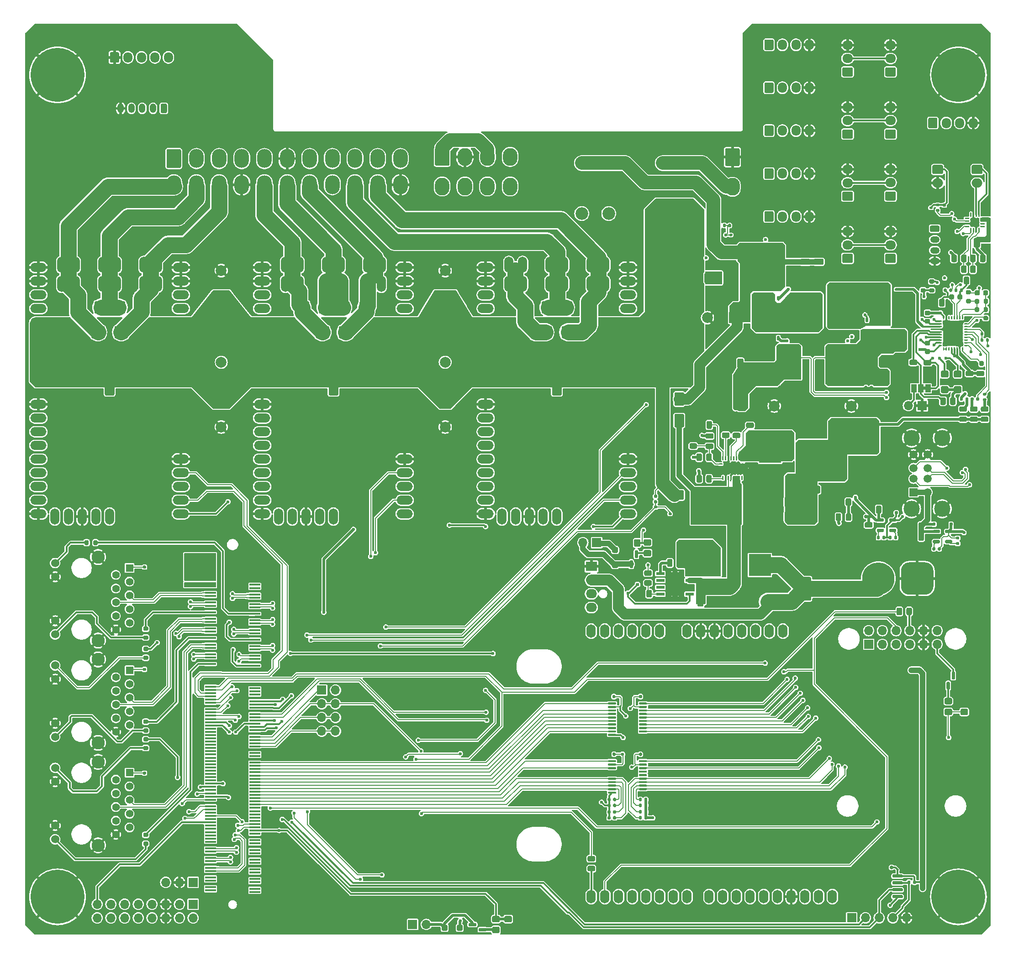
<source format=gtl>
G04 #@! TF.GenerationSoftware,KiCad,Pcbnew,8.0.4+1*
G04 #@! TF.CreationDate,2024-10-07T14:01:40+00:00*
G04 #@! TF.ProjectId,hw-openmower-yardforce,68772d6f-7065-46e6-9d6f-7765722d7961,rev?*
G04 #@! TF.SameCoordinates,Original*
G04 #@! TF.FileFunction,Copper,L1,Top*
G04 #@! TF.FilePolarity,Positive*
%FSLAX46Y46*%
G04 Gerber Fmt 4.6, Leading zero omitted, Abs format (unit mm)*
G04 Created by KiCad (PCBNEW 8.0.4+1) date 2024-10-07 14:01:40*
%MOMM*%
%LPD*%
G01*
G04 APERTURE LIST*
G04 #@! TA.AperFunction,EtchedComponent*
%ADD10C,0.000000*%
G04 #@! TD*
G04 #@! TA.AperFunction,ComponentPad*
%ADD11C,6.000000*%
G04 #@! TD*
G04 #@! TA.AperFunction,ComponentPad*
%ADD12R,2.000000X2.000000*%
G04 #@! TD*
G04 #@! TA.AperFunction,ComponentPad*
%ADD13C,2.000000*%
G04 #@! TD*
G04 #@! TA.AperFunction,ComponentPad*
%ADD14O,1.950000X1.700000*%
G04 #@! TD*
G04 #@! TA.AperFunction,ComponentPad*
%ADD15O,1.700000X1.950000*%
G04 #@! TD*
G04 #@! TA.AperFunction,ComponentPad*
%ADD16R,1.700000X1.700000*%
G04 #@! TD*
G04 #@! TA.AperFunction,ComponentPad*
%ADD17O,1.700000X1.700000*%
G04 #@! TD*
G04 #@! TA.AperFunction,SMDPad,CuDef*
%ADD18R,4.100000X4.100000*%
G04 #@! TD*
G04 #@! TA.AperFunction,ComponentPad*
%ADD19C,0.500000*%
G04 #@! TD*
G04 #@! TA.AperFunction,ComponentPad*
%ADD20R,1.398000X1.398000*%
G04 #@! TD*
G04 #@! TA.AperFunction,ComponentPad*
%ADD21C,1.398000*%
G04 #@! TD*
G04 #@! TA.AperFunction,ComponentPad*
%ADD22C,1.530000*%
G04 #@! TD*
G04 #@! TA.AperFunction,ComponentPad*
%ADD23C,2.445000*%
G04 #@! TD*
G04 #@! TA.AperFunction,ComponentPad*
%ADD24O,1.727200X2.500000*%
G04 #@! TD*
G04 #@! TA.AperFunction,ComponentPad*
%ADD25C,0.900000*%
G04 #@! TD*
G04 #@! TA.AperFunction,ComponentPad*
%ADD26C,10.000000*%
G04 #@! TD*
G04 #@! TA.AperFunction,ComponentPad*
%ADD27O,3.000000X1.700000*%
G04 #@! TD*
G04 #@! TA.AperFunction,ComponentPad*
%ADD28O,1.700000X3.000000*%
G04 #@! TD*
G04 #@! TA.AperFunction,ComponentPad*
%ADD29C,2.350000*%
G04 #@! TD*
G04 #@! TA.AperFunction,ComponentPad*
%ADD30R,1.500000X1.500000*%
G04 #@! TD*
G04 #@! TA.AperFunction,ComponentPad*
%ADD31C,1.500000*%
G04 #@! TD*
G04 #@! TA.AperFunction,ComponentPad*
%ADD32C,3.000000*%
G04 #@! TD*
G04 #@! TA.AperFunction,ComponentPad*
%ADD33O,2.700000X3.300000*%
G04 #@! TD*
G04 #@! TA.AperFunction,SMDPad,CuDef*
%ADD34R,4.410000X4.550000*%
G04 #@! TD*
G04 #@! TA.AperFunction,ComponentPad*
%ADD35O,1.750000X1.200000*%
G04 #@! TD*
G04 #@! TA.AperFunction,SMDPad,CuDef*
%ADD36R,2.000000X0.350000*%
G04 #@! TD*
G04 #@! TA.AperFunction,SMDPad,CuDef*
%ADD37R,4.600000X3.500000*%
G04 #@! TD*
G04 #@! TA.AperFunction,ComponentPad*
%ADD38O,2.700000X3.500000*%
G04 #@! TD*
G04 #@! TA.AperFunction,ComponentPad*
%ADD39R,2.030000X1.730000*%
G04 #@! TD*
G04 #@! TA.AperFunction,ComponentPad*
%ADD40O,2.030000X1.730000*%
G04 #@! TD*
G04 #@! TA.AperFunction,ComponentPad*
%ADD41O,2.000000X1.700000*%
G04 #@! TD*
G04 #@! TA.AperFunction,SMDPad,CuDef*
%ADD42R,1.000000X1.500000*%
G04 #@! TD*
G04 #@! TA.AperFunction,SMDPad,CuDef*
%ADD43R,1.550000X0.600000*%
G04 #@! TD*
G04 #@! TA.AperFunction,ComponentPad*
%ADD44C,0.600000*%
G04 #@! TD*
G04 #@! TA.AperFunction,SMDPad,CuDef*
%ADD45R,2.600000X3.100000*%
G04 #@! TD*
G04 #@! TA.AperFunction,SMDPad,CuDef*
%ADD46R,2.950000X4.500000*%
G04 #@! TD*
G04 #@! TA.AperFunction,SMDPad,CuDef*
%ADD47R,4.550000X4.410000*%
G04 #@! TD*
G04 #@! TA.AperFunction,HeatsinkPad*
%ADD48R,1.230000X1.230000*%
G04 #@! TD*
G04 #@! TA.AperFunction,ComponentPad*
%ADD49O,1.200000X1.750000*%
G04 #@! TD*
G04 #@! TA.AperFunction,SMDPad,CuDef*
%ADD50R,4.500000X1.800000*%
G04 #@! TD*
G04 #@! TA.AperFunction,ViaPad*
%ADD51C,0.600000*%
G04 #@! TD*
G04 #@! TA.AperFunction,Conductor*
%ADD52C,2.500000*%
G04 #@! TD*
G04 #@! TA.AperFunction,Conductor*
%ADD53C,0.200000*%
G04 #@! TD*
G04 #@! TA.AperFunction,Conductor*
%ADD54C,0.300000*%
G04 #@! TD*
G04 #@! TA.AperFunction,Conductor*
%ADD55C,1.000000*%
G04 #@! TD*
G04 #@! TA.AperFunction,Conductor*
%ADD56C,0.500000*%
G04 #@! TD*
G04 #@! TA.AperFunction,Conductor*
%ADD57C,3.000000*%
G04 #@! TD*
G04 #@! TA.AperFunction,Conductor*
%ADD58C,2.000000*%
G04 #@! TD*
G04 APERTURE END LIST*
D10*
G04 #@! TA.AperFunction,EtchedComponent*
G36*
X188100000Y-87500000D02*
G01*
X187600000Y-87500000D01*
X187600000Y-86900000D01*
X188100000Y-86900000D01*
X188100000Y-87500000D01*
G37*
G04 #@! TD.AperFunction*
G04 #@! TA.AperFunction,SMDPad,CuDef*
G36*
G01*
X187875000Y-69425000D02*
X187325000Y-69425000D01*
G75*
G02*
X187125000Y-69225000I0J200000D01*
G01*
X187125000Y-68825000D01*
G75*
G02*
X187325000Y-68625000I200000J0D01*
G01*
X187875000Y-68625000D01*
G75*
G02*
X188075000Y-68825000I0J-200000D01*
G01*
X188075000Y-69225000D01*
G75*
G02*
X187875000Y-69425000I-200000J0D01*
G01*
G37*
G04 #@! TD.AperFunction*
G04 #@! TA.AperFunction,SMDPad,CuDef*
G36*
G01*
X187875000Y-67775000D02*
X187325000Y-67775000D01*
G75*
G02*
X187125000Y-67575000I0J200000D01*
G01*
X187125000Y-67175000D01*
G75*
G02*
X187325000Y-66975000I200000J0D01*
G01*
X187875000Y-66975000D01*
G75*
G02*
X188075000Y-67175000I0J-200000D01*
G01*
X188075000Y-67575000D01*
G75*
G02*
X187875000Y-67775000I-200000J0D01*
G01*
G37*
G04 #@! TD.AperFunction*
G04 #@! TA.AperFunction,ComponentPad*
G36*
G01*
X189500000Y-121000000D02*
X189500000Y-124000000D01*
G75*
G02*
X188000000Y-125500000I-1500000J0D01*
G01*
X185000000Y-125500000D01*
G75*
G02*
X183500000Y-124000000I0J1500000D01*
G01*
X183500000Y-121000000D01*
G75*
G02*
X185000000Y-119500000I1500000J0D01*
G01*
X188000000Y-119500000D01*
G75*
G02*
X189500000Y-121000000I0J-1500000D01*
G01*
G37*
G04 #@! TD.AperFunction*
D11*
X179300000Y-122500000D03*
G04 #@! TA.AperFunction,SMDPad,CuDef*
G36*
G01*
X136470001Y-166715000D02*
X136470001Y-167085000D01*
G75*
G02*
X136335001Y-167220000I-135000J0D01*
G01*
X136065001Y-167220000D01*
G75*
G02*
X135930001Y-167085000I0J135000D01*
G01*
X135930001Y-166715000D01*
G75*
G02*
X136065001Y-166580000I135000J0D01*
G01*
X136335001Y-166580000D01*
G75*
G02*
X136470001Y-166715000I0J-135000D01*
G01*
G37*
G04 #@! TD.AperFunction*
G04 #@! TA.AperFunction,SMDPad,CuDef*
G36*
G01*
X135450003Y-166715000D02*
X135450003Y-167085000D01*
G75*
G02*
X135315003Y-167220000I-135000J0D01*
G01*
X135045003Y-167220000D01*
G75*
G02*
X134910003Y-167085000I0J135000D01*
G01*
X134910003Y-166715000D01*
G75*
G02*
X135045003Y-166580000I135000J0D01*
G01*
X135315003Y-166580000D01*
G75*
G02*
X135450003Y-166715000I0J-135000D01*
G01*
G37*
G04 #@! TD.AperFunction*
G04 #@! TA.AperFunction,SMDPad,CuDef*
G36*
G01*
X129200000Y-145775000D02*
X129200000Y-145575000D01*
G75*
G02*
X129300000Y-145475000I100000J0D01*
G01*
X130575000Y-145475000D01*
G75*
G02*
X130675000Y-145575000I0J-100000D01*
G01*
X130675000Y-145775000D01*
G75*
G02*
X130575000Y-145875000I-100000J0D01*
G01*
X129300000Y-145875000D01*
G75*
G02*
X129200000Y-145775000I0J100000D01*
G01*
G37*
G04 #@! TD.AperFunction*
G04 #@! TA.AperFunction,SMDPad,CuDef*
G36*
G01*
X129200000Y-146425000D02*
X129200000Y-146225000D01*
G75*
G02*
X129300000Y-146125000I100000J0D01*
G01*
X130575000Y-146125000D01*
G75*
G02*
X130675000Y-146225000I0J-100000D01*
G01*
X130675000Y-146425000D01*
G75*
G02*
X130575000Y-146525000I-100000J0D01*
G01*
X129300000Y-146525000D01*
G75*
G02*
X129200000Y-146425000I0J100000D01*
G01*
G37*
G04 #@! TD.AperFunction*
G04 #@! TA.AperFunction,SMDPad,CuDef*
G36*
G01*
X129200000Y-147075000D02*
X129200000Y-146875000D01*
G75*
G02*
X129300000Y-146775000I100000J0D01*
G01*
X130575000Y-146775000D01*
G75*
G02*
X130675000Y-146875000I0J-100000D01*
G01*
X130675000Y-147075000D01*
G75*
G02*
X130575000Y-147175000I-100000J0D01*
G01*
X129300000Y-147175000D01*
G75*
G02*
X129200000Y-147075000I0J100000D01*
G01*
G37*
G04 #@! TD.AperFunction*
G04 #@! TA.AperFunction,SMDPad,CuDef*
G36*
G01*
X129200000Y-147725000D02*
X129200000Y-147525000D01*
G75*
G02*
X129300000Y-147425000I100000J0D01*
G01*
X130575000Y-147425000D01*
G75*
G02*
X130675000Y-147525000I0J-100000D01*
G01*
X130675000Y-147725000D01*
G75*
G02*
X130575000Y-147825000I-100000J0D01*
G01*
X129300000Y-147825000D01*
G75*
G02*
X129200000Y-147725000I0J100000D01*
G01*
G37*
G04 #@! TD.AperFunction*
G04 #@! TA.AperFunction,SMDPad,CuDef*
G36*
G01*
X129200000Y-148375000D02*
X129200000Y-148175000D01*
G75*
G02*
X129300000Y-148075000I100000J0D01*
G01*
X130575000Y-148075000D01*
G75*
G02*
X130675000Y-148175000I0J-100000D01*
G01*
X130675000Y-148375000D01*
G75*
G02*
X130575000Y-148475000I-100000J0D01*
G01*
X129300000Y-148475000D01*
G75*
G02*
X129200000Y-148375000I0J100000D01*
G01*
G37*
G04 #@! TD.AperFunction*
G04 #@! TA.AperFunction,SMDPad,CuDef*
G36*
G01*
X129200000Y-149025000D02*
X129200000Y-148825000D01*
G75*
G02*
X129300000Y-148725000I100000J0D01*
G01*
X130575000Y-148725000D01*
G75*
G02*
X130675000Y-148825000I0J-100000D01*
G01*
X130675000Y-149025000D01*
G75*
G02*
X130575000Y-149125000I-100000J0D01*
G01*
X129300000Y-149125000D01*
G75*
G02*
X129200000Y-149025000I0J100000D01*
G01*
G37*
G04 #@! TD.AperFunction*
G04 #@! TA.AperFunction,SMDPad,CuDef*
G36*
G01*
X129200000Y-149675000D02*
X129200000Y-149475000D01*
G75*
G02*
X129300000Y-149375000I100000J0D01*
G01*
X130575000Y-149375000D01*
G75*
G02*
X130675000Y-149475000I0J-100000D01*
G01*
X130675000Y-149675000D01*
G75*
G02*
X130575000Y-149775000I-100000J0D01*
G01*
X129300000Y-149775000D01*
G75*
G02*
X129200000Y-149675000I0J100000D01*
G01*
G37*
G04 #@! TD.AperFunction*
G04 #@! TA.AperFunction,SMDPad,CuDef*
G36*
G01*
X129200000Y-150325000D02*
X129200000Y-150125000D01*
G75*
G02*
X129300000Y-150025000I100000J0D01*
G01*
X130575000Y-150025000D01*
G75*
G02*
X130675000Y-150125000I0J-100000D01*
G01*
X130675000Y-150325000D01*
G75*
G02*
X130575000Y-150425000I-100000J0D01*
G01*
X129300000Y-150425000D01*
G75*
G02*
X129200000Y-150325000I0J100000D01*
G01*
G37*
G04 #@! TD.AperFunction*
G04 #@! TA.AperFunction,SMDPad,CuDef*
G36*
G01*
X129200000Y-150975000D02*
X129200000Y-150775000D01*
G75*
G02*
X129300000Y-150675000I100000J0D01*
G01*
X130575000Y-150675000D01*
G75*
G02*
X130675000Y-150775000I0J-100000D01*
G01*
X130675000Y-150975000D01*
G75*
G02*
X130575000Y-151075000I-100000J0D01*
G01*
X129300000Y-151075000D01*
G75*
G02*
X129200000Y-150975000I0J100000D01*
G01*
G37*
G04 #@! TD.AperFunction*
G04 #@! TA.AperFunction,SMDPad,CuDef*
G36*
G01*
X129200000Y-151625000D02*
X129200000Y-151425000D01*
G75*
G02*
X129300000Y-151325000I100000J0D01*
G01*
X130575000Y-151325000D01*
G75*
G02*
X130675000Y-151425000I0J-100000D01*
G01*
X130675000Y-151625000D01*
G75*
G02*
X130575000Y-151725000I-100000J0D01*
G01*
X129300000Y-151725000D01*
G75*
G02*
X129200000Y-151625000I0J100000D01*
G01*
G37*
G04 #@! TD.AperFunction*
G04 #@! TA.AperFunction,SMDPad,CuDef*
G36*
G01*
X134925000Y-151625000D02*
X134925000Y-151425000D01*
G75*
G02*
X135025000Y-151325000I100000J0D01*
G01*
X136300000Y-151325000D01*
G75*
G02*
X136400000Y-151425000I0J-100000D01*
G01*
X136400000Y-151625000D01*
G75*
G02*
X136300000Y-151725000I-100000J0D01*
G01*
X135025000Y-151725000D01*
G75*
G02*
X134925000Y-151625000I0J100000D01*
G01*
G37*
G04 #@! TD.AperFunction*
G04 #@! TA.AperFunction,SMDPad,CuDef*
G36*
G01*
X134925000Y-150975000D02*
X134925000Y-150775000D01*
G75*
G02*
X135025000Y-150675000I100000J0D01*
G01*
X136300000Y-150675000D01*
G75*
G02*
X136400000Y-150775000I0J-100000D01*
G01*
X136400000Y-150975000D01*
G75*
G02*
X136300000Y-151075000I-100000J0D01*
G01*
X135025000Y-151075000D01*
G75*
G02*
X134925000Y-150975000I0J100000D01*
G01*
G37*
G04 #@! TD.AperFunction*
G04 #@! TA.AperFunction,SMDPad,CuDef*
G36*
G01*
X134925000Y-150325000D02*
X134925000Y-150125000D01*
G75*
G02*
X135025000Y-150025000I100000J0D01*
G01*
X136300000Y-150025000D01*
G75*
G02*
X136400000Y-150125000I0J-100000D01*
G01*
X136400000Y-150325000D01*
G75*
G02*
X136300000Y-150425000I-100000J0D01*
G01*
X135025000Y-150425000D01*
G75*
G02*
X134925000Y-150325000I0J100000D01*
G01*
G37*
G04 #@! TD.AperFunction*
G04 #@! TA.AperFunction,SMDPad,CuDef*
G36*
G01*
X134925000Y-149675000D02*
X134925000Y-149475000D01*
G75*
G02*
X135025000Y-149375000I100000J0D01*
G01*
X136300000Y-149375000D01*
G75*
G02*
X136400000Y-149475000I0J-100000D01*
G01*
X136400000Y-149675000D01*
G75*
G02*
X136300000Y-149775000I-100000J0D01*
G01*
X135025000Y-149775000D01*
G75*
G02*
X134925000Y-149675000I0J100000D01*
G01*
G37*
G04 #@! TD.AperFunction*
G04 #@! TA.AperFunction,SMDPad,CuDef*
G36*
G01*
X134925000Y-149025000D02*
X134925000Y-148825000D01*
G75*
G02*
X135025000Y-148725000I100000J0D01*
G01*
X136300000Y-148725000D01*
G75*
G02*
X136400000Y-148825000I0J-100000D01*
G01*
X136400000Y-149025000D01*
G75*
G02*
X136300000Y-149125000I-100000J0D01*
G01*
X135025000Y-149125000D01*
G75*
G02*
X134925000Y-149025000I0J100000D01*
G01*
G37*
G04 #@! TD.AperFunction*
G04 #@! TA.AperFunction,SMDPad,CuDef*
G36*
G01*
X134925000Y-148375000D02*
X134925000Y-148175000D01*
G75*
G02*
X135025000Y-148075000I100000J0D01*
G01*
X136300000Y-148075000D01*
G75*
G02*
X136400000Y-148175000I0J-100000D01*
G01*
X136400000Y-148375000D01*
G75*
G02*
X136300000Y-148475000I-100000J0D01*
G01*
X135025000Y-148475000D01*
G75*
G02*
X134925000Y-148375000I0J100000D01*
G01*
G37*
G04 #@! TD.AperFunction*
G04 #@! TA.AperFunction,SMDPad,CuDef*
G36*
G01*
X134925000Y-147725000D02*
X134925000Y-147525000D01*
G75*
G02*
X135025000Y-147425000I100000J0D01*
G01*
X136300000Y-147425000D01*
G75*
G02*
X136400000Y-147525000I0J-100000D01*
G01*
X136400000Y-147725000D01*
G75*
G02*
X136300000Y-147825000I-100000J0D01*
G01*
X135025000Y-147825000D01*
G75*
G02*
X134925000Y-147725000I0J100000D01*
G01*
G37*
G04 #@! TD.AperFunction*
G04 #@! TA.AperFunction,SMDPad,CuDef*
G36*
G01*
X134925000Y-147075000D02*
X134925000Y-146875000D01*
G75*
G02*
X135025000Y-146775000I100000J0D01*
G01*
X136300000Y-146775000D01*
G75*
G02*
X136400000Y-146875000I0J-100000D01*
G01*
X136400000Y-147075000D01*
G75*
G02*
X136300000Y-147175000I-100000J0D01*
G01*
X135025000Y-147175000D01*
G75*
G02*
X134925000Y-147075000I0J100000D01*
G01*
G37*
G04 #@! TD.AperFunction*
G04 #@! TA.AperFunction,SMDPad,CuDef*
G36*
G01*
X134925000Y-146425000D02*
X134925000Y-146225000D01*
G75*
G02*
X135025000Y-146125000I100000J0D01*
G01*
X136300000Y-146125000D01*
G75*
G02*
X136400000Y-146225000I0J-100000D01*
G01*
X136400000Y-146425000D01*
G75*
G02*
X136300000Y-146525000I-100000J0D01*
G01*
X135025000Y-146525000D01*
G75*
G02*
X134925000Y-146425000I0J100000D01*
G01*
G37*
G04 #@! TD.AperFunction*
G04 #@! TA.AperFunction,SMDPad,CuDef*
G36*
G01*
X134925000Y-145775000D02*
X134925000Y-145575000D01*
G75*
G02*
X135025000Y-145475000I100000J0D01*
G01*
X136300000Y-145475000D01*
G75*
G02*
X136400000Y-145575000I0J-100000D01*
G01*
X136400000Y-145775000D01*
G75*
G02*
X136300000Y-145875000I-100000J0D01*
G01*
X135025000Y-145875000D01*
G75*
G02*
X134925000Y-145775000I0J100000D01*
G01*
G37*
G04 #@! TD.AperFunction*
G04 #@! TA.AperFunction,SMDPad,CuDef*
G36*
G01*
X195725000Y-83950000D02*
X196675000Y-83950000D01*
G75*
G02*
X196925000Y-84200000I0J-250000D01*
G01*
X196925000Y-84700000D01*
G75*
G02*
X196675000Y-84950000I-250000J0D01*
G01*
X195725000Y-84950000D01*
G75*
G02*
X195475000Y-84700000I0J250000D01*
G01*
X195475000Y-84200000D01*
G75*
G02*
X195725000Y-83950000I250000J0D01*
G01*
G37*
G04 #@! TD.AperFunction*
G04 #@! TA.AperFunction,SMDPad,CuDef*
G36*
G01*
X195725000Y-85850000D02*
X196675000Y-85850000D01*
G75*
G02*
X196925000Y-86100000I0J-250000D01*
G01*
X196925000Y-86600000D01*
G75*
G02*
X196675000Y-86850000I-250000J0D01*
G01*
X195725000Y-86850000D01*
G75*
G02*
X195475000Y-86600000I0J250000D01*
G01*
X195475000Y-86100000D01*
G75*
G02*
X195725000Y-85850000I250000J0D01*
G01*
G37*
G04 #@! TD.AperFunction*
D12*
X99000000Y-70367678D03*
D13*
X99000000Y-65367678D03*
G04 #@! TA.AperFunction,SMDPad,CuDef*
G36*
G01*
X29700000Y-73100000D02*
X29700000Y-71300000D01*
G75*
G02*
X29950000Y-71050000I250000J0D01*
G01*
X31950000Y-71050000D01*
G75*
G02*
X32200000Y-71300000I0J-250000D01*
G01*
X32200000Y-73100000D01*
G75*
G02*
X31950000Y-73350000I-250000J0D01*
G01*
X29950000Y-73350000D01*
G75*
G02*
X29700000Y-73100000I0J250000D01*
G01*
G37*
G04 #@! TD.AperFunction*
G04 #@! TA.AperFunction,SMDPad,CuDef*
G36*
G01*
X34000000Y-73100000D02*
X34000000Y-71300000D01*
G75*
G02*
X34250000Y-71050000I250000J0D01*
G01*
X36250000Y-71050000D01*
G75*
G02*
X36500000Y-71300000I0J-250000D01*
G01*
X36500000Y-73100000D01*
G75*
G02*
X36250000Y-73350000I-250000J0D01*
G01*
X34250000Y-73350000D01*
G75*
G02*
X34000000Y-73100000I0J250000D01*
G01*
G37*
G04 #@! TD.AperFunction*
G04 #@! TA.AperFunction,SMDPad,CuDef*
G36*
G01*
X154250000Y-89350000D02*
X154250000Y-90650000D01*
G75*
G02*
X154000000Y-90900000I-250000J0D01*
G01*
X153350000Y-90900000D01*
G75*
G02*
X153100000Y-90650000I0J250000D01*
G01*
X153100000Y-89350000D01*
G75*
G02*
X153350000Y-89100000I250000J0D01*
G01*
X154000000Y-89100000D01*
G75*
G02*
X154250000Y-89350000I0J-250000D01*
G01*
G37*
G04 #@! TD.AperFunction*
G04 #@! TA.AperFunction,SMDPad,CuDef*
G36*
G01*
X151300000Y-89350000D02*
X151300000Y-90650000D01*
G75*
G02*
X151050000Y-90900000I-250000J0D01*
G01*
X150400000Y-90900000D01*
G75*
G02*
X150150000Y-90650000I0J250000D01*
G01*
X150150000Y-89350000D01*
G75*
G02*
X150400000Y-89100000I250000J0D01*
G01*
X151050000Y-89100000D01*
G75*
G02*
X151300000Y-89350000I0J-250000D01*
G01*
G37*
G04 #@! TD.AperFunction*
G04 #@! TA.AperFunction,ComponentPad*
G36*
G01*
X182275000Y-63950000D02*
X180825000Y-63950000D01*
G75*
G02*
X180575000Y-63700000I0J250000D01*
G01*
X180575000Y-62500000D01*
G75*
G02*
X180825000Y-62250000I250000J0D01*
G01*
X182275000Y-62250000D01*
G75*
G02*
X182525000Y-62500000I0J-250000D01*
G01*
X182525000Y-63700000D01*
G75*
G02*
X182275000Y-63950000I-250000J0D01*
G01*
G37*
G04 #@! TD.AperFunction*
D14*
X181550000Y-60600000D03*
X181550000Y-58100000D03*
G04 #@! TA.AperFunction,ComponentPad*
G36*
G01*
X158175000Y-24190000D02*
X158175000Y-22740000D01*
G75*
G02*
X158425000Y-22490000I250000J0D01*
G01*
X159625000Y-22490000D01*
G75*
G02*
X159875000Y-22740000I0J-250000D01*
G01*
X159875000Y-24190000D01*
G75*
G02*
X159625000Y-24440000I-250000J0D01*
G01*
X158425000Y-24440000D01*
G75*
G02*
X158175000Y-24190000I0J250000D01*
G01*
G37*
G04 #@! TD.AperFunction*
D15*
X161525000Y-23465000D03*
X164025000Y-23465000D03*
X166525000Y-23465000D03*
D12*
X99000000Y-77367679D03*
D13*
X99000000Y-82367679D03*
D16*
X174360000Y-185450000D03*
D17*
X176900000Y-185450000D03*
X179439999Y-185450000D03*
X181980000Y-185450000D03*
X184520000Y-185450000D03*
G04 #@! TA.AperFunction,SMDPad,CuDef*
G36*
G01*
X167550000Y-106475000D02*
X167550000Y-105525000D01*
G75*
G02*
X167800000Y-105275000I250000J0D01*
G01*
X168300000Y-105275000D01*
G75*
G02*
X168550000Y-105525000I0J-250000D01*
G01*
X168550000Y-106475000D01*
G75*
G02*
X168300000Y-106725000I-250000J0D01*
G01*
X167800000Y-106725000D01*
G75*
G02*
X167550000Y-106475000I0J250000D01*
G01*
G37*
G04 #@! TD.AperFunction*
G04 #@! TA.AperFunction,SMDPad,CuDef*
G36*
G01*
X169449998Y-106475000D02*
X169449998Y-105525000D01*
G75*
G02*
X169699998Y-105275000I250000J0D01*
G01*
X170199998Y-105275000D01*
G75*
G02*
X170449998Y-105525000I0J-250000D01*
G01*
X170449998Y-106475000D01*
G75*
G02*
X170199998Y-106725000I-250000J0D01*
G01*
X169699998Y-106725000D01*
G75*
G02*
X169449998Y-106475000I0J250000D01*
G01*
G37*
G04 #@! TD.AperFunction*
D16*
X76125000Y-143200000D03*
D17*
X78665000Y-143200000D03*
X76125000Y-145740000D03*
X78665000Y-145740000D03*
X76125000Y-148279999D03*
X78665000Y-148280000D03*
X76125000Y-150820000D03*
X78665000Y-150820000D03*
G04 #@! TA.AperFunction,SMDPad,CuDef*
G36*
G01*
X151949999Y-111650000D02*
X151949999Y-110350000D01*
G75*
G02*
X152199999Y-110100000I250000J0D01*
G01*
X152849999Y-110100000D01*
G75*
G02*
X153099999Y-110350000I0J-250000D01*
G01*
X153099999Y-111650000D01*
G75*
G02*
X152849999Y-111900000I-250000J0D01*
G01*
X152199999Y-111900000D01*
G75*
G02*
X151949999Y-111650000I0J250000D01*
G01*
G37*
G04 #@! TD.AperFunction*
G04 #@! TA.AperFunction,SMDPad,CuDef*
G36*
G01*
X154900001Y-111650000D02*
X154900001Y-110350000D01*
G75*
G02*
X155150001Y-110100000I250000J0D01*
G01*
X155800001Y-110100000D01*
G75*
G02*
X156050001Y-110350000I0J-250000D01*
G01*
X156050001Y-111650000D01*
G75*
G02*
X155800001Y-111900000I-250000J0D01*
G01*
X155150001Y-111900000D01*
G75*
G02*
X154900001Y-111650000I0J250000D01*
G01*
G37*
G04 #@! TD.AperFunction*
D18*
X159250000Y-99000000D03*
X168750000Y-99000000D03*
G04 #@! TA.AperFunction,SMDPad,CuDef*
G36*
G01*
X155550000Y-67100000D02*
X155550000Y-68400000D01*
G75*
G02*
X155300000Y-68650000I-250000J0D01*
G01*
X154650000Y-68650000D01*
G75*
G02*
X154400000Y-68400000I0J250000D01*
G01*
X154400000Y-67100000D01*
G75*
G02*
X154650000Y-66850000I250000J0D01*
G01*
X155300000Y-66850000D01*
G75*
G02*
X155550000Y-67100000I0J-250000D01*
G01*
G37*
G04 #@! TD.AperFunction*
G04 #@! TA.AperFunction,SMDPad,CuDef*
G36*
G01*
X152600000Y-67100000D02*
X152600000Y-68400000D01*
G75*
G02*
X152350000Y-68650000I-250000J0D01*
G01*
X151700000Y-68650000D01*
G75*
G02*
X151450000Y-68400000I0J250000D01*
G01*
X151450000Y-67100000D01*
G75*
G02*
X151700000Y-66850000I250000J0D01*
G01*
X152350000Y-66850000D01*
G75*
G02*
X152600000Y-67100000I0J-250000D01*
G01*
G37*
G04 #@! TD.AperFunction*
G04 #@! TA.AperFunction,SMDPad,CuDef*
G36*
G01*
X198220000Y-77285000D02*
X198220000Y-76915000D01*
G75*
G02*
X198355000Y-76780000I135000J0D01*
G01*
X198625000Y-76780000D01*
G75*
G02*
X198760000Y-76915000I0J-135000D01*
G01*
X198760000Y-77285000D01*
G75*
G02*
X198625000Y-77420000I-135000J0D01*
G01*
X198355000Y-77420000D01*
G75*
G02*
X198220000Y-77285000I0J135000D01*
G01*
G37*
G04 #@! TD.AperFunction*
G04 #@! TA.AperFunction,SMDPad,CuDef*
G36*
G01*
X199240000Y-77285000D02*
X199240000Y-76915000D01*
G75*
G02*
X199375000Y-76780000I135000J0D01*
G01*
X199645000Y-76780000D01*
G75*
G02*
X199780000Y-76915000I0J-135000D01*
G01*
X199780000Y-77285000D01*
G75*
G02*
X199645000Y-77420000I-135000J0D01*
G01*
X199375000Y-77420000D01*
G75*
G02*
X199240000Y-77285000I0J135000D01*
G01*
G37*
G04 #@! TD.AperFunction*
G04 #@! TA.AperFunction,SMDPad,CuDef*
G36*
G01*
X175740000Y-111170000D02*
X175740000Y-110830000D01*
G75*
G02*
X175880000Y-110690000I140000J0D01*
G01*
X176160000Y-110690000D01*
G75*
G02*
X176300000Y-110830000I0J-140000D01*
G01*
X176300000Y-111170000D01*
G75*
G02*
X176160000Y-111310000I-140000J0D01*
G01*
X175880000Y-111310000D01*
G75*
G02*
X175740000Y-111170000I0J140000D01*
G01*
G37*
G04 #@! TD.AperFunction*
G04 #@! TA.AperFunction,SMDPad,CuDef*
G36*
G01*
X176700000Y-111170000D02*
X176700000Y-110830000D01*
G75*
G02*
X176840000Y-110690000I140000J0D01*
G01*
X177120000Y-110690000D01*
G75*
G02*
X177260000Y-110830000I0J-140000D01*
G01*
X177260000Y-111170000D01*
G75*
G02*
X177120000Y-111310000I-140000J0D01*
G01*
X176840000Y-111310000D01*
G75*
G02*
X176700000Y-111170000I0J140000D01*
G01*
G37*
G04 #@! TD.AperFunction*
G04 #@! TA.AperFunction,SMDPad,CuDef*
G36*
G01*
X195850000Y-79175000D02*
X195850000Y-79325000D01*
G75*
G02*
X195800000Y-79375000I-50000J0D01*
G01*
X195300000Y-79375000D01*
G75*
G02*
X195250000Y-79325000I0J50000D01*
G01*
X195250000Y-79175000D01*
G75*
G02*
X195300000Y-79125000I50000J0D01*
G01*
X195800000Y-79125000D01*
G75*
G02*
X195850000Y-79175000I0J-50000D01*
G01*
G37*
G04 #@! TD.AperFunction*
G04 #@! TA.AperFunction,SMDPad,CuDef*
G36*
G01*
X195850000Y-78675000D02*
X195850000Y-78825000D01*
G75*
G02*
X195800000Y-78875000I-50000J0D01*
G01*
X195300000Y-78875000D01*
G75*
G02*
X195250000Y-78825000I0J50000D01*
G01*
X195250000Y-78675000D01*
G75*
G02*
X195300000Y-78625000I50000J0D01*
G01*
X195800000Y-78625000D01*
G75*
G02*
X195850000Y-78675000I0J-50000D01*
G01*
G37*
G04 #@! TD.AperFunction*
G04 #@! TA.AperFunction,SMDPad,CuDef*
G36*
G01*
X195850000Y-78175000D02*
X195850000Y-78325000D01*
G75*
G02*
X195800000Y-78375000I-50000J0D01*
G01*
X195300000Y-78375000D01*
G75*
G02*
X195250000Y-78325000I0J50000D01*
G01*
X195250000Y-78175000D01*
G75*
G02*
X195300000Y-78125000I50000J0D01*
G01*
X195800000Y-78125000D01*
G75*
G02*
X195850000Y-78175000I0J-50000D01*
G01*
G37*
G04 #@! TD.AperFunction*
G04 #@! TA.AperFunction,SMDPad,CuDef*
G36*
G01*
X195850000Y-77675000D02*
X195850000Y-77825000D01*
G75*
G02*
X195800000Y-77875000I-50000J0D01*
G01*
X195300000Y-77875000D01*
G75*
G02*
X195250000Y-77825000I0J50000D01*
G01*
X195250000Y-77675000D01*
G75*
G02*
X195300000Y-77625000I50000J0D01*
G01*
X195800000Y-77625000D01*
G75*
G02*
X195850000Y-77675000I0J-50000D01*
G01*
G37*
G04 #@! TD.AperFunction*
G04 #@! TA.AperFunction,SMDPad,CuDef*
G36*
G01*
X195850000Y-77175000D02*
X195850000Y-77325000D01*
G75*
G02*
X195800000Y-77375000I-50000J0D01*
G01*
X195300000Y-77375000D01*
G75*
G02*
X195250000Y-77325000I0J50000D01*
G01*
X195250000Y-77175000D01*
G75*
G02*
X195300000Y-77125000I50000J0D01*
G01*
X195800000Y-77125000D01*
G75*
G02*
X195850000Y-77175000I0J-50000D01*
G01*
G37*
G04 #@! TD.AperFunction*
G04 #@! TA.AperFunction,SMDPad,CuDef*
G36*
G01*
X195850000Y-76675000D02*
X195850000Y-76825000D01*
G75*
G02*
X195800000Y-76875000I-50000J0D01*
G01*
X195300000Y-76875000D01*
G75*
G02*
X195250000Y-76825000I0J50000D01*
G01*
X195250000Y-76675000D01*
G75*
G02*
X195300000Y-76625000I50000J0D01*
G01*
X195800000Y-76625000D01*
G75*
G02*
X195850000Y-76675000I0J-50000D01*
G01*
G37*
G04 #@! TD.AperFunction*
G04 #@! TA.AperFunction,SMDPad,CuDef*
G36*
G01*
X195850000Y-76175000D02*
X195850000Y-76325000D01*
G75*
G02*
X195800000Y-76375000I-50000J0D01*
G01*
X195300000Y-76375000D01*
G75*
G02*
X195250000Y-76325000I0J50000D01*
G01*
X195250000Y-76175000D01*
G75*
G02*
X195300000Y-76125000I50000J0D01*
G01*
X195800000Y-76125000D01*
G75*
G02*
X195850000Y-76175000I0J-50000D01*
G01*
G37*
G04 #@! TD.AperFunction*
G04 #@! TA.AperFunction,SMDPad,CuDef*
G36*
G01*
X195850000Y-75675000D02*
X195850000Y-75825000D01*
G75*
G02*
X195800000Y-75875000I-50000J0D01*
G01*
X195300000Y-75875000D01*
G75*
G02*
X195250000Y-75825000I0J50000D01*
G01*
X195250000Y-75675000D01*
G75*
G02*
X195300000Y-75625000I50000J0D01*
G01*
X195800000Y-75625000D01*
G75*
G02*
X195850000Y-75675000I0J-50000D01*
G01*
G37*
G04 #@! TD.AperFunction*
G04 #@! TA.AperFunction,SMDPad,CuDef*
G36*
G01*
X195850000Y-75175000D02*
X195850000Y-75325000D01*
G75*
G02*
X195800000Y-75375000I-50000J0D01*
G01*
X195300000Y-75375000D01*
G75*
G02*
X195250000Y-75325000I0J50000D01*
G01*
X195250000Y-75175000D01*
G75*
G02*
X195300000Y-75125000I50000J0D01*
G01*
X195800000Y-75125000D01*
G75*
G02*
X195850000Y-75175000I0J-50000D01*
G01*
G37*
G04 #@! TD.AperFunction*
G04 #@! TA.AperFunction,SMDPad,CuDef*
G36*
G01*
X195850000Y-74675000D02*
X195850000Y-74825000D01*
G75*
G02*
X195800000Y-74875000I-50000J0D01*
G01*
X195300000Y-74875000D01*
G75*
G02*
X195250000Y-74825000I0J50000D01*
G01*
X195250000Y-74675000D01*
G75*
G02*
X195300000Y-74625000I50000J0D01*
G01*
X195800000Y-74625000D01*
G75*
G02*
X195850000Y-74675000I0J-50000D01*
G01*
G37*
G04 #@! TD.AperFunction*
G04 #@! TA.AperFunction,SMDPad,CuDef*
G36*
G01*
X195025000Y-73850000D02*
X195025000Y-74350000D01*
G75*
G02*
X194975000Y-74400000I-50000J0D01*
G01*
X194825000Y-74400000D01*
G75*
G02*
X194775000Y-74350000I0J50000D01*
G01*
X194775000Y-73850000D01*
G75*
G02*
X194825000Y-73800000I50000J0D01*
G01*
X194975000Y-73800000D01*
G75*
G02*
X195025000Y-73850000I0J-50000D01*
G01*
G37*
G04 #@! TD.AperFunction*
G04 #@! TA.AperFunction,SMDPad,CuDef*
G36*
G01*
X194525000Y-73850000D02*
X194525000Y-74350000D01*
G75*
G02*
X194475000Y-74400000I-50000J0D01*
G01*
X194325000Y-74400000D01*
G75*
G02*
X194275000Y-74350000I0J50000D01*
G01*
X194275000Y-73850000D01*
G75*
G02*
X194325000Y-73800000I50000J0D01*
G01*
X194475000Y-73800000D01*
G75*
G02*
X194525000Y-73850000I0J-50000D01*
G01*
G37*
G04 #@! TD.AperFunction*
G04 #@! TA.AperFunction,SMDPad,CuDef*
G36*
G01*
X194025000Y-73850000D02*
X194025000Y-74350000D01*
G75*
G02*
X193975000Y-74400000I-50000J0D01*
G01*
X193825000Y-74400000D01*
G75*
G02*
X193775000Y-74350000I0J50000D01*
G01*
X193775000Y-73850000D01*
G75*
G02*
X193825000Y-73800000I50000J0D01*
G01*
X193975000Y-73800000D01*
G75*
G02*
X194025000Y-73850000I0J-50000D01*
G01*
G37*
G04 #@! TD.AperFunction*
G04 #@! TA.AperFunction,SMDPad,CuDef*
G36*
G01*
X193525000Y-73850000D02*
X193525000Y-74350000D01*
G75*
G02*
X193475000Y-74400000I-50000J0D01*
G01*
X193325000Y-74400000D01*
G75*
G02*
X193275000Y-74350000I0J50000D01*
G01*
X193275000Y-73850000D01*
G75*
G02*
X193325000Y-73800000I50000J0D01*
G01*
X193475000Y-73800000D01*
G75*
G02*
X193525000Y-73850000I0J-50000D01*
G01*
G37*
G04 #@! TD.AperFunction*
G04 #@! TA.AperFunction,SMDPad,CuDef*
G36*
G01*
X193025000Y-73850000D02*
X193025000Y-74350000D01*
G75*
G02*
X192975000Y-74400000I-50000J0D01*
G01*
X192825000Y-74400000D01*
G75*
G02*
X192775000Y-74350000I0J50000D01*
G01*
X192775000Y-73850000D01*
G75*
G02*
X192825000Y-73800000I50000J0D01*
G01*
X192975000Y-73800000D01*
G75*
G02*
X193025000Y-73850000I0J-50000D01*
G01*
G37*
G04 #@! TD.AperFunction*
G04 #@! TA.AperFunction,SMDPad,CuDef*
G36*
G01*
X192525000Y-73850000D02*
X192525000Y-74350000D01*
G75*
G02*
X192475000Y-74400000I-50000J0D01*
G01*
X192325000Y-74400000D01*
G75*
G02*
X192275000Y-74350000I0J50000D01*
G01*
X192275000Y-73850000D01*
G75*
G02*
X192325000Y-73800000I50000J0D01*
G01*
X192475000Y-73800000D01*
G75*
G02*
X192525000Y-73850000I0J-50000D01*
G01*
G37*
G04 #@! TD.AperFunction*
G04 #@! TA.AperFunction,SMDPad,CuDef*
G36*
G01*
X192025000Y-73850000D02*
X192025000Y-74350000D01*
G75*
G02*
X191975000Y-74400000I-50000J0D01*
G01*
X191825000Y-74400000D01*
G75*
G02*
X191775000Y-74350000I0J50000D01*
G01*
X191775000Y-73850000D01*
G75*
G02*
X191825000Y-73800000I50000J0D01*
G01*
X191975000Y-73800000D01*
G75*
G02*
X192025000Y-73850000I0J-50000D01*
G01*
G37*
G04 #@! TD.AperFunction*
G04 #@! TA.AperFunction,SMDPad,CuDef*
G36*
G01*
X191525000Y-73850000D02*
X191525000Y-74350000D01*
G75*
G02*
X191475000Y-74400000I-50000J0D01*
G01*
X191325000Y-74400000D01*
G75*
G02*
X191275000Y-74350000I0J50000D01*
G01*
X191275000Y-73850000D01*
G75*
G02*
X191325000Y-73800000I50000J0D01*
G01*
X191475000Y-73800000D01*
G75*
G02*
X191525000Y-73850000I0J-50000D01*
G01*
G37*
G04 #@! TD.AperFunction*
G04 #@! TA.AperFunction,SMDPad,CuDef*
G36*
G01*
X191050000Y-74675000D02*
X191050000Y-74825000D01*
G75*
G02*
X191000000Y-74875000I-50000J0D01*
G01*
X190500000Y-74875000D01*
G75*
G02*
X190450000Y-74825000I0J50000D01*
G01*
X190450000Y-74675000D01*
G75*
G02*
X190500000Y-74625000I50000J0D01*
G01*
X191000000Y-74625000D01*
G75*
G02*
X191050000Y-74675000I0J-50000D01*
G01*
G37*
G04 #@! TD.AperFunction*
G04 #@! TA.AperFunction,SMDPad,CuDef*
G36*
G01*
X191050000Y-75175000D02*
X191050000Y-75325000D01*
G75*
G02*
X191000000Y-75375000I-50000J0D01*
G01*
X190500000Y-75375000D01*
G75*
G02*
X190450000Y-75325000I0J50000D01*
G01*
X190450000Y-75175000D01*
G75*
G02*
X190500000Y-75125000I50000J0D01*
G01*
X191000000Y-75125000D01*
G75*
G02*
X191050000Y-75175000I0J-50000D01*
G01*
G37*
G04 #@! TD.AperFunction*
G04 #@! TA.AperFunction,SMDPad,CuDef*
G36*
G01*
X191050000Y-75675000D02*
X191050000Y-75825000D01*
G75*
G02*
X191000000Y-75875000I-50000J0D01*
G01*
X190500000Y-75875000D01*
G75*
G02*
X190450000Y-75825000I0J50000D01*
G01*
X190450000Y-75675000D01*
G75*
G02*
X190500000Y-75625000I50000J0D01*
G01*
X191000000Y-75625000D01*
G75*
G02*
X191050000Y-75675000I0J-50000D01*
G01*
G37*
G04 #@! TD.AperFunction*
G04 #@! TA.AperFunction,SMDPad,CuDef*
G36*
G01*
X191050000Y-76175000D02*
X191050000Y-76325000D01*
G75*
G02*
X191000000Y-76375000I-50000J0D01*
G01*
X190500000Y-76375000D01*
G75*
G02*
X190450000Y-76325000I0J50000D01*
G01*
X190450000Y-76175000D01*
G75*
G02*
X190500000Y-76125000I50000J0D01*
G01*
X191000000Y-76125000D01*
G75*
G02*
X191050000Y-76175000I0J-50000D01*
G01*
G37*
G04 #@! TD.AperFunction*
G04 #@! TA.AperFunction,SMDPad,CuDef*
G36*
G01*
X191050000Y-76675000D02*
X191050000Y-76825000D01*
G75*
G02*
X191000000Y-76875000I-50000J0D01*
G01*
X190500000Y-76875000D01*
G75*
G02*
X190450000Y-76825000I0J50000D01*
G01*
X190450000Y-76675000D01*
G75*
G02*
X190500000Y-76625000I50000J0D01*
G01*
X191000000Y-76625000D01*
G75*
G02*
X191050000Y-76675000I0J-50000D01*
G01*
G37*
G04 #@! TD.AperFunction*
G04 #@! TA.AperFunction,SMDPad,CuDef*
G36*
G01*
X191050000Y-77175000D02*
X191050000Y-77325000D01*
G75*
G02*
X191000000Y-77375000I-50000J0D01*
G01*
X190500000Y-77375000D01*
G75*
G02*
X190450000Y-77325000I0J50000D01*
G01*
X190450000Y-77175000D01*
G75*
G02*
X190500000Y-77125000I50000J0D01*
G01*
X191000000Y-77125000D01*
G75*
G02*
X191050000Y-77175000I0J-50000D01*
G01*
G37*
G04 #@! TD.AperFunction*
G04 #@! TA.AperFunction,SMDPad,CuDef*
G36*
G01*
X191050000Y-77675000D02*
X191050000Y-77825000D01*
G75*
G02*
X191000000Y-77875000I-50000J0D01*
G01*
X190500000Y-77875000D01*
G75*
G02*
X190450000Y-77825000I0J50000D01*
G01*
X190450000Y-77675000D01*
G75*
G02*
X190500000Y-77625000I50000J0D01*
G01*
X191000000Y-77625000D01*
G75*
G02*
X191050000Y-77675000I0J-50000D01*
G01*
G37*
G04 #@! TD.AperFunction*
G04 #@! TA.AperFunction,SMDPad,CuDef*
G36*
G01*
X191050000Y-78175000D02*
X191050000Y-78325000D01*
G75*
G02*
X191000000Y-78375000I-50000J0D01*
G01*
X190500000Y-78375000D01*
G75*
G02*
X190450000Y-78325000I0J50000D01*
G01*
X190450000Y-78175000D01*
G75*
G02*
X190500000Y-78125000I50000J0D01*
G01*
X191000000Y-78125000D01*
G75*
G02*
X191050000Y-78175000I0J-50000D01*
G01*
G37*
G04 #@! TD.AperFunction*
G04 #@! TA.AperFunction,SMDPad,CuDef*
G36*
G01*
X191050000Y-78675000D02*
X191050000Y-78825000D01*
G75*
G02*
X191000000Y-78875000I-50000J0D01*
G01*
X190500000Y-78875000D01*
G75*
G02*
X190450000Y-78825000I0J50000D01*
G01*
X190450000Y-78675000D01*
G75*
G02*
X190500000Y-78625000I50000J0D01*
G01*
X191000000Y-78625000D01*
G75*
G02*
X191050000Y-78675000I0J-50000D01*
G01*
G37*
G04 #@! TD.AperFunction*
G04 #@! TA.AperFunction,SMDPad,CuDef*
G36*
G01*
X191050000Y-79175000D02*
X191050000Y-79325000D01*
G75*
G02*
X191000000Y-79375000I-50000J0D01*
G01*
X190500000Y-79375000D01*
G75*
G02*
X190450000Y-79325000I0J50000D01*
G01*
X190450000Y-79175000D01*
G75*
G02*
X190500000Y-79125000I50000J0D01*
G01*
X191000000Y-79125000D01*
G75*
G02*
X191050000Y-79175000I0J-50000D01*
G01*
G37*
G04 #@! TD.AperFunction*
G04 #@! TA.AperFunction,SMDPad,CuDef*
G36*
G01*
X191525000Y-79650000D02*
X191525000Y-80150000D01*
G75*
G02*
X191475000Y-80200000I-50000J0D01*
G01*
X191325000Y-80200000D01*
G75*
G02*
X191275000Y-80150000I0J50000D01*
G01*
X191275000Y-79650000D01*
G75*
G02*
X191325000Y-79600000I50000J0D01*
G01*
X191475000Y-79600000D01*
G75*
G02*
X191525000Y-79650000I0J-50000D01*
G01*
G37*
G04 #@! TD.AperFunction*
G04 #@! TA.AperFunction,SMDPad,CuDef*
G36*
G01*
X192025000Y-79650000D02*
X192025000Y-80150000D01*
G75*
G02*
X191975000Y-80200000I-50000J0D01*
G01*
X191825000Y-80200000D01*
G75*
G02*
X191775000Y-80150000I0J50000D01*
G01*
X191775000Y-79650000D01*
G75*
G02*
X191825000Y-79600000I50000J0D01*
G01*
X191975000Y-79600000D01*
G75*
G02*
X192025000Y-79650000I0J-50000D01*
G01*
G37*
G04 #@! TD.AperFunction*
G04 #@! TA.AperFunction,SMDPad,CuDef*
G36*
G01*
X192525000Y-79650000D02*
X192525000Y-80150000D01*
G75*
G02*
X192475000Y-80200000I-50000J0D01*
G01*
X192325000Y-80200000D01*
G75*
G02*
X192275000Y-80150000I0J50000D01*
G01*
X192275000Y-79650000D01*
G75*
G02*
X192325000Y-79600000I50000J0D01*
G01*
X192475000Y-79600000D01*
G75*
G02*
X192525000Y-79650000I0J-50000D01*
G01*
G37*
G04 #@! TD.AperFunction*
G04 #@! TA.AperFunction,SMDPad,CuDef*
G36*
G01*
X193025000Y-79650000D02*
X193025000Y-80150000D01*
G75*
G02*
X192975000Y-80200000I-50000J0D01*
G01*
X192825000Y-80200000D01*
G75*
G02*
X192775000Y-80150000I0J50000D01*
G01*
X192775000Y-79650000D01*
G75*
G02*
X192825000Y-79600000I50000J0D01*
G01*
X192975000Y-79600000D01*
G75*
G02*
X193025000Y-79650000I0J-50000D01*
G01*
G37*
G04 #@! TD.AperFunction*
G04 #@! TA.AperFunction,SMDPad,CuDef*
G36*
G01*
X193525000Y-79650000D02*
X193525000Y-80150000D01*
G75*
G02*
X193475000Y-80200000I-50000J0D01*
G01*
X193325000Y-80200000D01*
G75*
G02*
X193275000Y-80150000I0J50000D01*
G01*
X193275000Y-79650000D01*
G75*
G02*
X193325000Y-79600000I50000J0D01*
G01*
X193475000Y-79600000D01*
G75*
G02*
X193525000Y-79650000I0J-50000D01*
G01*
G37*
G04 #@! TD.AperFunction*
G04 #@! TA.AperFunction,SMDPad,CuDef*
G36*
G01*
X194025000Y-79650000D02*
X194025000Y-80150000D01*
G75*
G02*
X193975000Y-80200000I-50000J0D01*
G01*
X193825000Y-80200000D01*
G75*
G02*
X193775000Y-80150000I0J50000D01*
G01*
X193775000Y-79650000D01*
G75*
G02*
X193825000Y-79600000I50000J0D01*
G01*
X193975000Y-79600000D01*
G75*
G02*
X194025000Y-79650000I0J-50000D01*
G01*
G37*
G04 #@! TD.AperFunction*
G04 #@! TA.AperFunction,SMDPad,CuDef*
G36*
G01*
X194525000Y-79650000D02*
X194525000Y-80150000D01*
G75*
G02*
X194475000Y-80200000I-50000J0D01*
G01*
X194325000Y-80200000D01*
G75*
G02*
X194275000Y-80150000I0J50000D01*
G01*
X194275000Y-79650000D01*
G75*
G02*
X194325000Y-79600000I50000J0D01*
G01*
X194475000Y-79600000D01*
G75*
G02*
X194525000Y-79650000I0J-50000D01*
G01*
G37*
G04 #@! TD.AperFunction*
G04 #@! TA.AperFunction,SMDPad,CuDef*
G36*
G01*
X195025000Y-79650000D02*
X195025000Y-80150000D01*
G75*
G02*
X194975000Y-80200000I-50000J0D01*
G01*
X194825000Y-80200000D01*
G75*
G02*
X194775000Y-80150000I0J50000D01*
G01*
X194775000Y-79650000D01*
G75*
G02*
X194825000Y-79600000I50000J0D01*
G01*
X194975000Y-79600000D01*
G75*
G02*
X195025000Y-79650000I0J-50000D01*
G01*
G37*
G04 #@! TD.AperFunction*
D19*
X194700000Y-78160000D03*
X194700000Y-77000000D03*
X194700000Y-75840000D03*
X193765000Y-79050000D03*
X193765000Y-78160000D03*
X193765000Y-77000000D03*
X193765000Y-75840000D03*
X193765000Y-74950000D03*
G04 #@! TA.AperFunction,SMDPad,CuDef*
G36*
G01*
X194950000Y-74754000D02*
X194950000Y-79246000D01*
G75*
G02*
X194896000Y-79300000I-54000J0D01*
G01*
X191404000Y-79300000D01*
G75*
G02*
X191350000Y-79246000I0J54000D01*
G01*
X191350000Y-74754000D01*
G75*
G02*
X191404000Y-74700000I54000J0D01*
G01*
X194896000Y-74700000D01*
G75*
G02*
X194950000Y-74754000I0J-54000D01*
G01*
G37*
G04 #@! TD.AperFunction*
X192535000Y-79050000D03*
X192535000Y-78160000D03*
X192535000Y-77000000D03*
X192535000Y-75840000D03*
X192535000Y-74950000D03*
X191600000Y-78160000D03*
X191600000Y-77000000D03*
X191600000Y-75840000D03*
D16*
X52275000Y-178875000D03*
D17*
X49735000Y-178875000D03*
X47195000Y-178875000D03*
G04 #@! TA.AperFunction,SMDPad,CuDef*
G36*
G01*
X198150001Y-59550000D02*
X198150001Y-60850000D01*
G75*
G02*
X197900001Y-61100000I-250000J0D01*
G01*
X197250001Y-61100000D01*
G75*
G02*
X197000001Y-60850000I0J250000D01*
G01*
X197000001Y-59550000D01*
G75*
G02*
X197250001Y-59300000I250000J0D01*
G01*
X197900001Y-59300000D01*
G75*
G02*
X198150001Y-59550000I0J-250000D01*
G01*
G37*
G04 #@! TD.AperFunction*
G04 #@! TA.AperFunction,SMDPad,CuDef*
G36*
G01*
X195199999Y-59550000D02*
X195199999Y-60850000D01*
G75*
G02*
X194949999Y-61100000I-250000J0D01*
G01*
X194299999Y-61100000D01*
G75*
G02*
X194049999Y-60850000I0J250000D01*
G01*
X194049999Y-59550000D01*
G75*
G02*
X194299999Y-59300000I250000J0D01*
G01*
X194949999Y-59300000D01*
G75*
G02*
X195199999Y-59550000I0J-250000D01*
G01*
G37*
G04 #@! TD.AperFunction*
G04 #@! TA.AperFunction,SMDPad,CuDef*
G36*
G01*
X182600000Y-78699999D02*
X183900000Y-78699999D01*
G75*
G02*
X184150000Y-78949999I0J-250000D01*
G01*
X184150000Y-79599999D01*
G75*
G02*
X183900000Y-79849999I-250000J0D01*
G01*
X182600000Y-79849999D01*
G75*
G02*
X182350000Y-79599999I0J250000D01*
G01*
X182350000Y-78949999D01*
G75*
G02*
X182600000Y-78699999I250000J0D01*
G01*
G37*
G04 #@! TD.AperFunction*
G04 #@! TA.AperFunction,SMDPad,CuDef*
G36*
G01*
X182600000Y-81650001D02*
X183900000Y-81650001D01*
G75*
G02*
X184150000Y-81900001I0J-250000D01*
G01*
X184150000Y-82550001D01*
G75*
G02*
X183900000Y-82800001I-250000J0D01*
G01*
X182600000Y-82800001D01*
G75*
G02*
X182350000Y-82550001I0J250000D01*
G01*
X182350000Y-81900001D01*
G75*
G02*
X182600000Y-81650001I250000J0D01*
G01*
G37*
G04 #@! TD.AperFunction*
G04 #@! TA.AperFunction,SMDPad,CuDef*
G36*
G01*
X46850000Y-75550001D02*
X45550000Y-75550001D01*
G75*
G02*
X45300000Y-75300001I0J250000D01*
G01*
X45300000Y-74650001D01*
G75*
G02*
X45550000Y-74400001I250000J0D01*
G01*
X46850000Y-74400001D01*
G75*
G02*
X47100000Y-74650001I0J-250000D01*
G01*
X47100000Y-75300001D01*
G75*
G02*
X46850000Y-75550001I-250000J0D01*
G01*
G37*
G04 #@! TD.AperFunction*
G04 #@! TA.AperFunction,SMDPad,CuDef*
G36*
G01*
X46850000Y-72599999D02*
X45550000Y-72599999D01*
G75*
G02*
X45300000Y-72349999I0J250000D01*
G01*
X45300000Y-71699999D01*
G75*
G02*
X45550000Y-71449999I250000J0D01*
G01*
X46850000Y-71449999D01*
G75*
G02*
X47100000Y-71699999I0J-250000D01*
G01*
X47100000Y-72349999D01*
G75*
G02*
X46850000Y-72599999I-250000J0D01*
G01*
G37*
G04 #@! TD.AperFunction*
D20*
X40490000Y-120535000D03*
D21*
X37950000Y-121815000D03*
X40490000Y-123075000D03*
X37950000Y-124355000D03*
X40490000Y-125615000D03*
X37950000Y-126895000D03*
X40490000Y-128155000D03*
X37950000Y-129435001D03*
X40490000Y-130695000D03*
X37950000Y-131975000D03*
D22*
X26700000Y-119630000D03*
X26700000Y-122170000D03*
X26700000Y-130340000D03*
X26700000Y-132880000D03*
D23*
X34650000Y-118510000D03*
X34650000Y-134000000D03*
G04 #@! TA.AperFunction,SMDPad,CuDef*
G36*
G01*
X151650000Y-58862500D02*
X151650000Y-58637500D01*
G75*
G02*
X151762500Y-58525000I112500J0D01*
G01*
X152137500Y-58525000D01*
G75*
G02*
X152250000Y-58637500I0J-112500D01*
G01*
X152250000Y-58862500D01*
G75*
G02*
X152137500Y-58975000I-112500J0D01*
G01*
X151762500Y-58975000D01*
G75*
G02*
X151650000Y-58862500I0J112500D01*
G01*
G37*
G04 #@! TD.AperFunction*
G04 #@! TA.AperFunction,SMDPad,CuDef*
G36*
G01*
X153750000Y-58862500D02*
X153750000Y-58637500D01*
G75*
G02*
X153862500Y-58525000I112500J0D01*
G01*
X154237500Y-58525000D01*
G75*
G02*
X154350000Y-58637500I0J-112500D01*
G01*
X154350000Y-58862500D01*
G75*
G02*
X154237500Y-58975000I-112500J0D01*
G01*
X153862500Y-58975000D01*
G75*
G02*
X153750000Y-58862500I0J112500D01*
G01*
G37*
G04 #@! TD.AperFunction*
G04 #@! TA.AperFunction,SMDPad,CuDef*
G36*
G01*
X71300000Y-73100000D02*
X71300000Y-71300000D01*
G75*
G02*
X71550000Y-71050000I250000J0D01*
G01*
X73550000Y-71050000D01*
G75*
G02*
X73800000Y-71300000I0J-250000D01*
G01*
X73800000Y-73100000D01*
G75*
G02*
X73550000Y-73350000I-250000J0D01*
G01*
X71550000Y-73350000D01*
G75*
G02*
X71300000Y-73100000I0J250000D01*
G01*
G37*
G04 #@! TD.AperFunction*
G04 #@! TA.AperFunction,SMDPad,CuDef*
G36*
G01*
X75600000Y-73100000D02*
X75600000Y-71300000D01*
G75*
G02*
X75850000Y-71050000I250000J0D01*
G01*
X77850000Y-71050000D01*
G75*
G02*
X78100000Y-71300000I0J-250000D01*
G01*
X78100000Y-73100000D01*
G75*
G02*
X77850000Y-73350000I-250000J0D01*
G01*
X75850000Y-73350000D01*
G75*
G02*
X75600000Y-73100000I0J250000D01*
G01*
G37*
G04 #@! TD.AperFunction*
G04 #@! TA.AperFunction,SMDPad,CuDef*
G36*
G01*
X197725000Y-83950000D02*
X198675000Y-83950000D01*
G75*
G02*
X198925000Y-84200000I0J-250000D01*
G01*
X198925000Y-84700000D01*
G75*
G02*
X198675000Y-84950000I-250000J0D01*
G01*
X197725000Y-84950000D01*
G75*
G02*
X197475000Y-84700000I0J250000D01*
G01*
X197475000Y-84200000D01*
G75*
G02*
X197725000Y-83950000I250000J0D01*
G01*
G37*
G04 #@! TD.AperFunction*
G04 #@! TA.AperFunction,SMDPad,CuDef*
G36*
G01*
X197725000Y-85850000D02*
X198675000Y-85850000D01*
G75*
G02*
X198925000Y-86100000I0J-250000D01*
G01*
X198925000Y-86600000D01*
G75*
G02*
X198675000Y-86850000I-250000J0D01*
G01*
X197725000Y-86850000D01*
G75*
G02*
X197475000Y-86600000I0J250000D01*
G01*
X197475000Y-86100000D01*
G75*
G02*
X197725000Y-85850000I250000J0D01*
G01*
G37*
G04 #@! TD.AperFunction*
G04 #@! TA.AperFunction,SMDPad,CuDef*
G36*
G01*
X120100000Y-73100000D02*
X120100000Y-71300000D01*
G75*
G02*
X120350000Y-71050000I250000J0D01*
G01*
X122350000Y-71050000D01*
G75*
G02*
X122600000Y-71300000I0J-250000D01*
G01*
X122600000Y-73100000D01*
G75*
G02*
X122350000Y-73350000I-250000J0D01*
G01*
X120350000Y-73350000D01*
G75*
G02*
X120100000Y-73100000I0J250000D01*
G01*
G37*
G04 #@! TD.AperFunction*
G04 #@! TA.AperFunction,SMDPad,CuDef*
G36*
G01*
X124400000Y-73100000D02*
X124400000Y-71300000D01*
G75*
G02*
X124650000Y-71050000I250000J0D01*
G01*
X126650000Y-71050000D01*
G75*
G02*
X126900000Y-71300000I0J-250000D01*
G01*
X126900000Y-73100000D01*
G75*
G02*
X126650000Y-73350000I-250000J0D01*
G01*
X124650000Y-73350000D01*
G75*
G02*
X124400000Y-73100000I0J250000D01*
G01*
G37*
G04 #@! TD.AperFunction*
G04 #@! TA.AperFunction,SMDPad,CuDef*
G36*
G01*
X189350000Y-53587500D02*
X189350000Y-53812500D01*
G75*
G02*
X189237500Y-53925000I-112500J0D01*
G01*
X188862500Y-53925000D01*
G75*
G02*
X188750000Y-53812500I0J112500D01*
G01*
X188750000Y-53587500D01*
G75*
G02*
X188862500Y-53475000I112500J0D01*
G01*
X189237500Y-53475000D01*
G75*
G02*
X189350000Y-53587500I0J-112500D01*
G01*
G37*
G04 #@! TD.AperFunction*
G04 #@! TA.AperFunction,SMDPad,CuDef*
G36*
G01*
X187250000Y-53587500D02*
X187250000Y-53812500D01*
G75*
G02*
X187137500Y-53925000I-112500J0D01*
G01*
X186762500Y-53925000D01*
G75*
G02*
X186650000Y-53812500I0J112500D01*
G01*
X186650000Y-53587500D01*
G75*
G02*
X186762500Y-53475000I112500J0D01*
G01*
X187137500Y-53475000D01*
G75*
G02*
X187250000Y-53587500I0J-112500D01*
G01*
G37*
G04 #@! TD.AperFunction*
G04 #@! TA.AperFunction,SMDPad,CuDef*
G36*
G01*
X43225000Y-151905500D02*
X43775000Y-151905500D01*
G75*
G02*
X43975000Y-152105500I0J-200000D01*
G01*
X43975000Y-152505500D01*
G75*
G02*
X43775000Y-152705500I-200000J0D01*
G01*
X43225000Y-152705500D01*
G75*
G02*
X43025000Y-152505500I0J200000D01*
G01*
X43025000Y-152105500D01*
G75*
G02*
X43225000Y-151905500I200000J0D01*
G01*
G37*
G04 #@! TD.AperFunction*
G04 #@! TA.AperFunction,SMDPad,CuDef*
G36*
G01*
X43225000Y-153555500D02*
X43775000Y-153555500D01*
G75*
G02*
X43975000Y-153755500I0J-200000D01*
G01*
X43975000Y-154155500D01*
G75*
G02*
X43775000Y-154355500I-200000J0D01*
G01*
X43225000Y-154355500D01*
G75*
G02*
X43025000Y-154155500I0J200000D01*
G01*
X43025000Y-153755500D01*
G75*
G02*
X43225000Y-153555500I200000J0D01*
G01*
G37*
G04 #@! TD.AperFunction*
G04 #@! TA.AperFunction,SMDPad,CuDef*
G36*
G01*
X43225000Y-131405500D02*
X43775000Y-131405500D01*
G75*
G02*
X43975000Y-131605500I0J-200000D01*
G01*
X43975000Y-132005500D01*
G75*
G02*
X43775000Y-132205500I-200000J0D01*
G01*
X43225000Y-132205500D01*
G75*
G02*
X43025000Y-132005500I0J200000D01*
G01*
X43025000Y-131605500D01*
G75*
G02*
X43225000Y-131405500I200000J0D01*
G01*
G37*
G04 #@! TD.AperFunction*
G04 #@! TA.AperFunction,SMDPad,CuDef*
G36*
G01*
X43225000Y-133055500D02*
X43775000Y-133055500D01*
G75*
G02*
X43975000Y-133255500I0J-200000D01*
G01*
X43975000Y-133655500D01*
G75*
G02*
X43775000Y-133855500I-200000J0D01*
G01*
X43225000Y-133855500D01*
G75*
G02*
X43025000Y-133655500I0J200000D01*
G01*
X43025000Y-133255500D01*
G75*
G02*
X43225000Y-133055500I200000J0D01*
G01*
G37*
G04 #@! TD.AperFunction*
G04 #@! TA.AperFunction,SMDPad,CuDef*
G36*
G01*
X145450000Y-98425000D02*
X144550000Y-98425000D01*
G75*
G02*
X144300000Y-98175000I0J250000D01*
G01*
X144300000Y-97650000D01*
G75*
G02*
X144550000Y-97400000I250000J0D01*
G01*
X145450000Y-97400000D01*
G75*
G02*
X145700000Y-97650000I0J-250000D01*
G01*
X145700000Y-98175000D01*
G75*
G02*
X145450000Y-98425000I-250000J0D01*
G01*
G37*
G04 #@! TD.AperFunction*
G04 #@! TA.AperFunction,SMDPad,CuDef*
G36*
G01*
X145450000Y-96600000D02*
X144550000Y-96600000D01*
G75*
G02*
X144300000Y-96350000I0J250000D01*
G01*
X144300000Y-95825000D01*
G75*
G02*
X144550000Y-95575000I250000J0D01*
G01*
X145450000Y-95575000D01*
G75*
G02*
X145700000Y-95825000I0J-250000D01*
G01*
X145700000Y-96350000D01*
G75*
G02*
X145450000Y-96600000I-250000J0D01*
G01*
G37*
G04 #@! TD.AperFunction*
G04 #@! TA.AperFunction,ComponentPad*
G36*
G01*
X36850000Y-26525000D02*
X36850000Y-25075000D01*
G75*
G02*
X37100000Y-24825000I250000J0D01*
G01*
X38300000Y-24825000D01*
G75*
G02*
X38550000Y-25075000I0J-250000D01*
G01*
X38550000Y-26525000D01*
G75*
G02*
X38300000Y-26775000I-250000J0D01*
G01*
X37100000Y-26775000D01*
G75*
G02*
X36850000Y-26525000I0J250000D01*
G01*
G37*
G04 #@! TD.AperFunction*
D15*
X40200000Y-25800000D03*
X42700000Y-25800000D03*
X45200000Y-25800000D03*
X47700000Y-25800000D03*
G04 #@! TA.AperFunction,SMDPad,CuDef*
G36*
G01*
X177025000Y-112050001D02*
X177975000Y-112050001D01*
G75*
G02*
X178225000Y-112300001I0J-250000D01*
G01*
X178225000Y-112800001D01*
G75*
G02*
X177975000Y-113050001I-250000J0D01*
G01*
X177025000Y-113050001D01*
G75*
G02*
X176775000Y-112800001I0J250000D01*
G01*
X176775000Y-112300001D01*
G75*
G02*
X177025000Y-112050001I250000J0D01*
G01*
G37*
G04 #@! TD.AperFunction*
G04 #@! TA.AperFunction,SMDPad,CuDef*
G36*
G01*
X177025000Y-113949999D02*
X177975000Y-113949999D01*
G75*
G02*
X178225000Y-114199999I0J-250000D01*
G01*
X178225000Y-114699999D01*
G75*
G02*
X177975000Y-114949999I-250000J0D01*
G01*
X177025000Y-114949999D01*
G75*
G02*
X176775000Y-114699999I0J250000D01*
G01*
X176775000Y-114199999D01*
G75*
G02*
X177025000Y-113949999I250000J0D01*
G01*
G37*
G04 #@! TD.AperFunction*
G04 #@! TA.AperFunction,SMDPad,CuDef*
G36*
G01*
X192725000Y-147850000D02*
X191825000Y-147850000D01*
G75*
G02*
X191575000Y-147600000I0J250000D01*
G01*
X191575000Y-146900000D01*
G75*
G02*
X191825000Y-146650000I250000J0D01*
G01*
X192725000Y-146650000D01*
G75*
G02*
X192975000Y-146900000I0J-250000D01*
G01*
X192975000Y-147600000D01*
G75*
G02*
X192725000Y-147850000I-250000J0D01*
G01*
G37*
G04 #@! TD.AperFunction*
G04 #@! TA.AperFunction,SMDPad,CuDef*
G36*
G01*
X192725000Y-145850000D02*
X191825000Y-145850000D01*
G75*
G02*
X191575000Y-145600000I0J250000D01*
G01*
X191575000Y-144900000D01*
G75*
G02*
X191825000Y-144650000I250000J0D01*
G01*
X192725000Y-144650000D01*
G75*
G02*
X192975000Y-144900000I0J-250000D01*
G01*
X192975000Y-145600000D01*
G75*
G02*
X192725000Y-145850000I-250000J0D01*
G01*
G37*
G04 #@! TD.AperFunction*
G04 #@! TA.AperFunction,SMDPad,CuDef*
G36*
G01*
X143050000Y-94450000D02*
X141750000Y-94450000D01*
G75*
G02*
X141500000Y-94200000I0J250000D01*
G01*
X141500000Y-92200000D01*
G75*
G02*
X141750000Y-91950000I250000J0D01*
G01*
X143050000Y-91950000D01*
G75*
G02*
X143300000Y-92200000I0J-250000D01*
G01*
X143300000Y-94200000D01*
G75*
G02*
X143050000Y-94450000I-250000J0D01*
G01*
G37*
G04 #@! TD.AperFunction*
G04 #@! TA.AperFunction,SMDPad,CuDef*
G36*
G01*
X143050000Y-90450000D02*
X141750000Y-90450000D01*
G75*
G02*
X141500000Y-90200000I0J250000D01*
G01*
X141500000Y-88200000D01*
G75*
G02*
X141750000Y-87950000I250000J0D01*
G01*
X143050000Y-87950000D01*
G75*
G02*
X143300000Y-88200000I0J-250000D01*
G01*
X143300000Y-90200000D01*
G75*
G02*
X143050000Y-90450000I-250000J0D01*
G01*
G37*
G04 #@! TD.AperFunction*
D24*
X161637500Y-132257500D03*
X154017500Y-132257500D03*
X151477500Y-132257500D03*
X138777500Y-132257500D03*
X136237500Y-132257500D03*
X133697500Y-132257500D03*
X131157500Y-132257500D03*
X128617500Y-132257500D03*
X126077500Y-132257500D03*
X165701500Y-181517500D03*
X126077500Y-181517500D03*
X128617500Y-181517500D03*
X131157500Y-181517500D03*
X133697501Y-181517500D03*
X136237500Y-181517500D03*
X138777500Y-181517500D03*
X141317500Y-181517500D03*
X143857499Y-181517500D03*
X147921499Y-181517500D03*
X150461500Y-181517500D03*
X153001500Y-181517500D03*
X155541500Y-181517500D03*
X158081500Y-181517500D03*
X160621501Y-181517500D03*
X163161500Y-181517500D03*
X148937500Y-132257500D03*
X146397500Y-132257500D03*
X159097500Y-132257500D03*
X156557500Y-132257500D03*
X170781499Y-181517500D03*
X168241500Y-181517500D03*
X143857500Y-132257500D03*
G04 #@! TA.AperFunction,SMDPad,CuDef*
G36*
G01*
X134300000Y-117225000D02*
X134600000Y-117225000D01*
G75*
G02*
X134750000Y-117375000I0J-150000D01*
G01*
X134750000Y-118550000D01*
G75*
G02*
X134600000Y-118700000I-150000J0D01*
G01*
X134300000Y-118700000D01*
G75*
G02*
X134150000Y-118550000I0J150000D01*
G01*
X134150000Y-117375000D01*
G75*
G02*
X134300000Y-117225000I150000J0D01*
G01*
G37*
G04 #@! TD.AperFunction*
G04 #@! TA.AperFunction,SMDPad,CuDef*
G36*
G01*
X132400000Y-117225000D02*
X132700000Y-117225000D01*
G75*
G02*
X132850000Y-117375000I0J-150000D01*
G01*
X132850000Y-118550000D01*
G75*
G02*
X132700000Y-118700000I-150000J0D01*
G01*
X132400000Y-118700000D01*
G75*
G02*
X132250000Y-118550000I0J150000D01*
G01*
X132250000Y-117375000D01*
G75*
G02*
X132400000Y-117225000I150000J0D01*
G01*
G37*
G04 #@! TD.AperFunction*
G04 #@! TA.AperFunction,SMDPad,CuDef*
G36*
G01*
X133350000Y-119100001D02*
X133650000Y-119100001D01*
G75*
G02*
X133800000Y-119250001I0J-150000D01*
G01*
X133800000Y-120425001D01*
G75*
G02*
X133650000Y-120575001I-150000J0D01*
G01*
X133350000Y-120575001D01*
G75*
G02*
X133200000Y-120425001I0J150000D01*
G01*
X133200000Y-119250001D01*
G75*
G02*
X133350000Y-119100001I150000J0D01*
G01*
G37*
G04 #@! TD.AperFunction*
G04 #@! TA.AperFunction,SMDPad,CuDef*
G36*
G01*
X185525000Y-128150000D02*
X185525000Y-129050000D01*
G75*
G02*
X185275000Y-129300000I-250000J0D01*
G01*
X184750000Y-129300000D01*
G75*
G02*
X184500000Y-129050000I0J250000D01*
G01*
X184500000Y-128150000D01*
G75*
G02*
X184750000Y-127900000I250000J0D01*
G01*
X185275000Y-127900000D01*
G75*
G02*
X185525000Y-128150000I0J-250000D01*
G01*
G37*
G04 #@! TD.AperFunction*
G04 #@! TA.AperFunction,SMDPad,CuDef*
G36*
G01*
X183700000Y-128150000D02*
X183700000Y-129050000D01*
G75*
G02*
X183450000Y-129300000I-250000J0D01*
G01*
X182925000Y-129300000D01*
G75*
G02*
X182675000Y-129050000I0J250000D01*
G01*
X182675000Y-128150000D01*
G75*
G02*
X182925000Y-127900000I250000J0D01*
G01*
X183450000Y-127900000D01*
G75*
G02*
X183700000Y-128150000I0J-250000D01*
G01*
G37*
G04 #@! TD.AperFunction*
G04 #@! TA.AperFunction,ComponentPad*
G36*
G01*
X174325000Y-52416666D02*
X172875000Y-52416666D01*
G75*
G02*
X172625000Y-52166666I0J250000D01*
G01*
X172625000Y-50966666D01*
G75*
G02*
X172875000Y-50716666I250000J0D01*
G01*
X174325000Y-50716666D01*
G75*
G02*
X174575000Y-50966666I0J-250000D01*
G01*
X174575000Y-52166666D01*
G75*
G02*
X174325000Y-52416666I-250000J0D01*
G01*
G37*
G04 #@! TD.AperFunction*
D14*
X173600000Y-49066666D03*
X173600000Y-46566666D03*
G04 #@! TA.AperFunction,SMDPad,CuDef*
G36*
G01*
X182790000Y-110560000D02*
X182450000Y-110560000D01*
G75*
G02*
X182310000Y-110420000I0J140000D01*
G01*
X182310000Y-110140000D01*
G75*
G02*
X182450000Y-110000000I140000J0D01*
G01*
X182790000Y-110000000D01*
G75*
G02*
X182930000Y-110140000I0J-140000D01*
G01*
X182930000Y-110420000D01*
G75*
G02*
X182790000Y-110560000I-140000J0D01*
G01*
G37*
G04 #@! TD.AperFunction*
G04 #@! TA.AperFunction,SMDPad,CuDef*
G36*
G01*
X182790000Y-109600000D02*
X182450000Y-109600000D01*
G75*
G02*
X182310000Y-109460000I0J140000D01*
G01*
X182310000Y-109180000D01*
G75*
G02*
X182450000Y-109040000I140000J0D01*
G01*
X182790000Y-109040000D01*
G75*
G02*
X182930000Y-109180000I0J-140000D01*
G01*
X182930000Y-109460000D01*
G75*
G02*
X182790000Y-109600000I-140000J0D01*
G01*
G37*
G04 #@! TD.AperFunction*
G04 #@! TA.AperFunction,SMDPad,CuDef*
G36*
G01*
X165949999Y-108950000D02*
X165949999Y-107650000D01*
G75*
G02*
X166199999Y-107400000I250000J0D01*
G01*
X166849999Y-107400000D01*
G75*
G02*
X167099999Y-107650000I0J-250000D01*
G01*
X167099999Y-108950000D01*
G75*
G02*
X166849999Y-109200000I-250000J0D01*
G01*
X166199999Y-109200000D01*
G75*
G02*
X165949999Y-108950000I0J250000D01*
G01*
G37*
G04 #@! TD.AperFunction*
G04 #@! TA.AperFunction,SMDPad,CuDef*
G36*
G01*
X168900001Y-108950000D02*
X168900001Y-107650000D01*
G75*
G02*
X169150001Y-107400000I250000J0D01*
G01*
X169800001Y-107400000D01*
G75*
G02*
X170050001Y-107650000I0J-250000D01*
G01*
X170050001Y-108950000D01*
G75*
G02*
X169800001Y-109200000I-250000J0D01*
G01*
X169150001Y-109200000D01*
G75*
G02*
X168900001Y-108950000I0J250000D01*
G01*
G37*
G04 #@! TD.AperFunction*
G04 #@! TA.AperFunction,SMDPad,CuDef*
G36*
G01*
X194185000Y-116279999D02*
X193815000Y-116279999D01*
G75*
G02*
X193680000Y-116144999I0J135000D01*
G01*
X193680000Y-115874999D01*
G75*
G02*
X193815000Y-115739999I135000J0D01*
G01*
X194185000Y-115739999D01*
G75*
G02*
X194320000Y-115874999I0J-135000D01*
G01*
X194320000Y-116144999D01*
G75*
G02*
X194185000Y-116279999I-135000J0D01*
G01*
G37*
G04 #@! TD.AperFunction*
G04 #@! TA.AperFunction,SMDPad,CuDef*
G36*
G01*
X194185000Y-115260001D02*
X193815000Y-115260001D01*
G75*
G02*
X193680000Y-115125001I0J135000D01*
G01*
X193680000Y-114855001D01*
G75*
G02*
X193815000Y-114720001I135000J0D01*
G01*
X194185000Y-114720001D01*
G75*
G02*
X194320000Y-114855001I0J-135000D01*
G01*
X194320000Y-115125001D01*
G75*
G02*
X194185000Y-115260001I-135000J0D01*
G01*
G37*
G04 #@! TD.AperFunction*
G04 #@! TA.AperFunction,SMDPad,CuDef*
G36*
G01*
X129120001Y-163685000D02*
X129120001Y-163315000D01*
G75*
G02*
X129255001Y-163180000I135000J0D01*
G01*
X129525001Y-163180000D01*
G75*
G02*
X129660001Y-163315000I0J-135000D01*
G01*
X129660001Y-163685000D01*
G75*
G02*
X129525001Y-163820000I-135000J0D01*
G01*
X129255001Y-163820000D01*
G75*
G02*
X129120001Y-163685000I0J135000D01*
G01*
G37*
G04 #@! TD.AperFunction*
G04 #@! TA.AperFunction,SMDPad,CuDef*
G36*
G01*
X130139999Y-163685000D02*
X130139999Y-163315000D01*
G75*
G02*
X130274999Y-163180000I135000J0D01*
G01*
X130544999Y-163180000D01*
G75*
G02*
X130679999Y-163315000I0J-135000D01*
G01*
X130679999Y-163685000D01*
G75*
G02*
X130544999Y-163820000I-135000J0D01*
G01*
X130274999Y-163820000D01*
G75*
G02*
X130139999Y-163685000I0J135000D01*
G01*
G37*
G04 #@! TD.AperFunction*
G04 #@! TA.AperFunction,SMDPad,CuDef*
G36*
G01*
X144850001Y-116050000D02*
X144850001Y-117350000D01*
G75*
G02*
X144600001Y-117600000I-250000J0D01*
G01*
X142600001Y-117600000D01*
G75*
G02*
X142350001Y-117350000I0J250000D01*
G01*
X142350001Y-116050000D01*
G75*
G02*
X142600001Y-115800000I250000J0D01*
G01*
X144600001Y-115800000D01*
G75*
G02*
X144850001Y-116050000I0J-250000D01*
G01*
G37*
G04 #@! TD.AperFunction*
G04 #@! TA.AperFunction,SMDPad,CuDef*
G36*
G01*
X140849999Y-116050000D02*
X140849999Y-117350000D01*
G75*
G02*
X140599999Y-117600000I-250000J0D01*
G01*
X138599999Y-117600000D01*
G75*
G02*
X138349999Y-117350000I0J250000D01*
G01*
X138349999Y-116050000D01*
G75*
G02*
X138599999Y-115800000I250000J0D01*
G01*
X140599999Y-115800000D01*
G75*
G02*
X140849999Y-116050000I0J-250000D01*
G01*
G37*
G04 #@! TD.AperFunction*
G04 #@! TA.AperFunction,SMDPad,CuDef*
G36*
G01*
X195725000Y-68975000D02*
X196275000Y-68975000D01*
G75*
G02*
X196475000Y-69175000I0J-200000D01*
G01*
X196475000Y-69575000D01*
G75*
G02*
X196275000Y-69775000I-200000J0D01*
G01*
X195725000Y-69775000D01*
G75*
G02*
X195525000Y-69575000I0J200000D01*
G01*
X195525000Y-69175000D01*
G75*
G02*
X195725000Y-68975000I200000J0D01*
G01*
G37*
G04 #@! TD.AperFunction*
G04 #@! TA.AperFunction,SMDPad,CuDef*
G36*
G01*
X195725000Y-70625000D02*
X196275000Y-70625000D01*
G75*
G02*
X196475000Y-70825000I0J-200000D01*
G01*
X196475000Y-71225000D01*
G75*
G02*
X196275000Y-71425000I-200000J0D01*
G01*
X195725000Y-71425000D01*
G75*
G02*
X195525000Y-71225000I0J200000D01*
G01*
X195525000Y-70825000D01*
G75*
G02*
X195725000Y-70625000I200000J0D01*
G01*
G37*
G04 #@! TD.AperFunction*
D18*
X164250000Y-73250000D03*
X173750000Y-73250000D03*
G04 #@! TA.AperFunction,SMDPad,CuDef*
G36*
G01*
X129120001Y-165985000D02*
X129120001Y-165615000D01*
G75*
G02*
X129255001Y-165480000I135000J0D01*
G01*
X129525001Y-165480000D01*
G75*
G02*
X129660001Y-165615000I0J-135000D01*
G01*
X129660001Y-165985000D01*
G75*
G02*
X129525001Y-166120000I-135000J0D01*
G01*
X129255001Y-166120000D01*
G75*
G02*
X129120001Y-165985000I0J135000D01*
G01*
G37*
G04 #@! TD.AperFunction*
G04 #@! TA.AperFunction,SMDPad,CuDef*
G36*
G01*
X130139999Y-165985000D02*
X130139999Y-165615000D01*
G75*
G02*
X130274999Y-165480000I135000J0D01*
G01*
X130544999Y-165480000D01*
G75*
G02*
X130679999Y-165615000I0J-135000D01*
G01*
X130679999Y-165985000D01*
G75*
G02*
X130544999Y-166120000I-135000J0D01*
G01*
X130274999Y-166120000D01*
G75*
G02*
X130139999Y-165985000I0J135000D01*
G01*
G37*
G04 #@! TD.AperFunction*
G04 #@! TA.AperFunction,SMDPad,CuDef*
G36*
G01*
X194775000Y-144650000D02*
X195675000Y-144650000D01*
G75*
G02*
X195925000Y-144900000I0J-250000D01*
G01*
X195925000Y-145600000D01*
G75*
G02*
X195675000Y-145850000I-250000J0D01*
G01*
X194775000Y-145850000D01*
G75*
G02*
X194525000Y-145600000I0J250000D01*
G01*
X194525000Y-144900000D01*
G75*
G02*
X194775000Y-144650000I250000J0D01*
G01*
G37*
G04 #@! TD.AperFunction*
G04 #@! TA.AperFunction,SMDPad,CuDef*
G36*
G01*
X194775000Y-146650000D02*
X195675000Y-146650000D01*
G75*
G02*
X195925000Y-146900000I0J-250000D01*
G01*
X195925000Y-147600000D01*
G75*
G02*
X195675000Y-147850000I-250000J0D01*
G01*
X194775000Y-147850000D01*
G75*
G02*
X194525000Y-147600000I0J250000D01*
G01*
X194525000Y-146900000D01*
G75*
G02*
X194775000Y-146650000I250000J0D01*
G01*
G37*
G04 #@! TD.AperFunction*
D25*
X23400000Y-181565000D03*
X24498350Y-178913350D03*
X24498350Y-184216650D03*
X27150000Y-177815000D03*
D26*
X27150000Y-181565000D03*
D25*
X27150000Y-185315000D03*
X29801650Y-178913350D03*
X29801650Y-184216650D03*
X30900000Y-181565000D03*
G04 #@! TA.AperFunction,SMDPad,CuDef*
G36*
G01*
X37200000Y-73100000D02*
X37200000Y-71300000D01*
G75*
G02*
X37450000Y-71050000I250000J0D01*
G01*
X39450000Y-71050000D01*
G75*
G02*
X39700000Y-71300000I0J-250000D01*
G01*
X39700000Y-73100000D01*
G75*
G02*
X39450000Y-73350000I-250000J0D01*
G01*
X37450000Y-73350000D01*
G75*
G02*
X37200000Y-73100000I0J250000D01*
G01*
G37*
G04 #@! TD.AperFunction*
G04 #@! TA.AperFunction,SMDPad,CuDef*
G36*
G01*
X41500000Y-73100000D02*
X41500000Y-71300000D01*
G75*
G02*
X41750000Y-71050000I250000J0D01*
G01*
X43750000Y-71050000D01*
G75*
G02*
X44000000Y-71300000I0J-250000D01*
G01*
X44000000Y-73100000D01*
G75*
G02*
X43750000Y-73350000I-250000J0D01*
G01*
X41750000Y-73350000D01*
G75*
G02*
X41500000Y-73100000I0J250000D01*
G01*
G37*
G04 #@! TD.AperFunction*
G04 #@! TA.AperFunction,SMDPad,CuDef*
G36*
G01*
X43080000Y-119120500D02*
X43420000Y-119120500D01*
G75*
G02*
X43560000Y-119260500I0J-140000D01*
G01*
X43560000Y-119540500D01*
G75*
G02*
X43420000Y-119680500I-140000J0D01*
G01*
X43080000Y-119680500D01*
G75*
G02*
X42940000Y-119540500I0J140000D01*
G01*
X42940000Y-119260500D01*
G75*
G02*
X43080000Y-119120500I140000J0D01*
G01*
G37*
G04 #@! TD.AperFunction*
G04 #@! TA.AperFunction,SMDPad,CuDef*
G36*
G01*
X43080000Y-120080500D02*
X43420000Y-120080500D01*
G75*
G02*
X43560000Y-120220500I0J-140000D01*
G01*
X43560000Y-120500500D01*
G75*
G02*
X43420000Y-120640500I-140000J0D01*
G01*
X43080000Y-120640500D01*
G75*
G02*
X42940000Y-120500500I0J140000D01*
G01*
X42940000Y-120220500D01*
G75*
G02*
X43080000Y-120080500I140000J0D01*
G01*
G37*
G04 #@! TD.AperFunction*
G04 #@! TA.AperFunction,SMDPad,CuDef*
G36*
G01*
X147250000Y-106350000D02*
X147250000Y-107650000D01*
G75*
G02*
X147000000Y-107900000I-250000J0D01*
G01*
X145000000Y-107900000D01*
G75*
G02*
X144750000Y-107650000I0J250000D01*
G01*
X144750000Y-106350000D01*
G75*
G02*
X145000000Y-106100000I250000J0D01*
G01*
X147000000Y-106100000D01*
G75*
G02*
X147250000Y-106350000I0J-250000D01*
G01*
G37*
G04 #@! TD.AperFunction*
G04 #@! TA.AperFunction,SMDPad,CuDef*
G36*
G01*
X143250000Y-106350000D02*
X143250000Y-107650000D01*
G75*
G02*
X143000000Y-107900000I-250000J0D01*
G01*
X141000000Y-107900000D01*
G75*
G02*
X140750000Y-107650000I0J250000D01*
G01*
X140750000Y-106350000D01*
G75*
G02*
X141000000Y-106100000I250000J0D01*
G01*
X143000000Y-106100000D01*
G75*
G02*
X143250000Y-106350000I0J-250000D01*
G01*
G37*
G04 #@! TD.AperFunction*
G04 #@! TA.AperFunction,ComponentPad*
G36*
G01*
X158175000Y-32157500D02*
X158175000Y-30707500D01*
G75*
G02*
X158425000Y-30457500I250000J0D01*
G01*
X159625000Y-30457500D01*
G75*
G02*
X159875000Y-30707500I0J-250000D01*
G01*
X159875000Y-32157500D01*
G75*
G02*
X159625000Y-32407500I-250000J0D01*
G01*
X158425000Y-32407500D01*
G75*
G02*
X158175000Y-32157500I0J250000D01*
G01*
G37*
G04 #@! TD.AperFunction*
D15*
X161525000Y-31432500D03*
X164025000Y-31432500D03*
X166525000Y-31432500D03*
D27*
X106500000Y-107960002D03*
X106500000Y-105420002D03*
X106500000Y-100340002D03*
X106500000Y-97800002D03*
X106500000Y-95260002D03*
X106500000Y-102880002D03*
X106500000Y-72400002D03*
X132900000Y-72400002D03*
X106500000Y-69860002D03*
X132900000Y-69860002D03*
X106500000Y-92720002D03*
D28*
X109540000Y-111000002D03*
X112080000Y-111000002D03*
X117160000Y-111000002D03*
X119700000Y-111000002D03*
D27*
X132900000Y-110500002D03*
X132900000Y-107960002D03*
X132900000Y-105420002D03*
X132900000Y-102880002D03*
X106500000Y-110500002D03*
D28*
X114620000Y-111000002D03*
D27*
X132900000Y-100340002D03*
X106500000Y-90180002D03*
X106500000Y-67320002D03*
X132900000Y-67320002D03*
X106500000Y-64780002D03*
X132900000Y-64780002D03*
D28*
X126050000Y-67820002D03*
X128590000Y-67820002D03*
X126050000Y-64280002D03*
X128590000Y-64280002D03*
X118430000Y-67820002D03*
X120970000Y-67820002D03*
X118430000Y-64280002D03*
X120970000Y-64280002D03*
D27*
X106500000Y-77480002D03*
X132900000Y-77480002D03*
X106500000Y-74940002D03*
X132900000Y-74940002D03*
D28*
X110810000Y-67820002D03*
X113350000Y-67820002D03*
X110810000Y-64280002D03*
X113350000Y-64280002D03*
G04 #@! TA.AperFunction,SMDPad,CuDef*
G36*
G01*
X134940000Y-155270000D02*
X134940000Y-154930000D01*
G75*
G02*
X135080000Y-154790000I140000J0D01*
G01*
X135360000Y-154790000D01*
G75*
G02*
X135500000Y-154930000I0J-140000D01*
G01*
X135500000Y-155270000D01*
G75*
G02*
X135360000Y-155410000I-140000J0D01*
G01*
X135080000Y-155410000D01*
G75*
G02*
X134940000Y-155270000I0J140000D01*
G01*
G37*
G04 #@! TD.AperFunction*
G04 #@! TA.AperFunction,SMDPad,CuDef*
G36*
G01*
X135900000Y-155270000D02*
X135900000Y-154930000D01*
G75*
G02*
X136040000Y-154790000I140000J0D01*
G01*
X136320000Y-154790000D01*
G75*
G02*
X136460000Y-154930000I0J-140000D01*
G01*
X136460000Y-155270000D01*
G75*
G02*
X136320000Y-155410000I-140000J0D01*
G01*
X136040000Y-155410000D01*
G75*
G02*
X135900000Y-155270000I0J140000D01*
G01*
G37*
G04 #@! TD.AperFunction*
G04 #@! TA.AperFunction,SMDPad,CuDef*
G36*
G01*
X188675000Y-71800000D02*
X188675000Y-70850000D01*
G75*
G02*
X188925000Y-70600000I250000J0D01*
G01*
X189425000Y-70600000D01*
G75*
G02*
X189675000Y-70850000I0J-250000D01*
G01*
X189675000Y-71800000D01*
G75*
G02*
X189425000Y-72050000I-250000J0D01*
G01*
X188925000Y-72050000D01*
G75*
G02*
X188675000Y-71800000I0J250000D01*
G01*
G37*
G04 #@! TD.AperFunction*
G04 #@! TA.AperFunction,SMDPad,CuDef*
G36*
G01*
X190575000Y-71800000D02*
X190575000Y-70850000D01*
G75*
G02*
X190825000Y-70600000I250000J0D01*
G01*
X191325000Y-70600000D01*
G75*
G02*
X191575000Y-70850000I0J-250000D01*
G01*
X191575000Y-71800000D01*
G75*
G02*
X191325000Y-72050000I-250000J0D01*
G01*
X190825000Y-72050000D01*
G75*
G02*
X190575000Y-71800000I0J250000D01*
G01*
G37*
G04 #@! TD.AperFunction*
D29*
X124325000Y-54765000D03*
X129325000Y-54765000D03*
X139325000Y-54765000D03*
X144325000Y-54765000D03*
G04 #@! TA.AperFunction,SMDPad,CuDef*
G36*
G01*
X107950000Y-185100000D02*
X108850000Y-185100000D01*
G75*
G02*
X109100000Y-185350000I0J-250000D01*
G01*
X109100000Y-186050000D01*
G75*
G02*
X108850000Y-186300000I-250000J0D01*
G01*
X107950000Y-186300000D01*
G75*
G02*
X107700000Y-186050000I0J250000D01*
G01*
X107700000Y-185350000D01*
G75*
G02*
X107950000Y-185100000I250000J0D01*
G01*
G37*
G04 #@! TD.AperFunction*
G04 #@! TA.AperFunction,SMDPad,CuDef*
G36*
G01*
X107950000Y-187100000D02*
X108850000Y-187100000D01*
G75*
G02*
X109100000Y-187350000I0J-250000D01*
G01*
X109100000Y-188050000D01*
G75*
G02*
X108850000Y-188300000I-250000J0D01*
G01*
X107950000Y-188300000D01*
G75*
G02*
X107700000Y-188050000I0J250000D01*
G01*
X107700000Y-187350000D01*
G75*
G02*
X107950000Y-187100000I250000J0D01*
G01*
G37*
G04 #@! TD.AperFunction*
G04 #@! TA.AperFunction,SMDPad,CuDef*
G36*
G01*
X112600000Y-73100000D02*
X112600000Y-71300000D01*
G75*
G02*
X112850000Y-71050000I250000J0D01*
G01*
X114850000Y-71050000D01*
G75*
G02*
X115100000Y-71300000I0J-250000D01*
G01*
X115100000Y-73100000D01*
G75*
G02*
X114850000Y-73350000I-250000J0D01*
G01*
X112850000Y-73350000D01*
G75*
G02*
X112600000Y-73100000I0J250000D01*
G01*
G37*
G04 #@! TD.AperFunction*
G04 #@! TA.AperFunction,SMDPad,CuDef*
G36*
G01*
X116900000Y-73100000D02*
X116900000Y-71300000D01*
G75*
G02*
X117150000Y-71050000I250000J0D01*
G01*
X119150000Y-71050000D01*
G75*
G02*
X119400000Y-71300000I0J-250000D01*
G01*
X119400000Y-73100000D01*
G75*
G02*
X119150000Y-73350000I-250000J0D01*
G01*
X117150000Y-73350000D01*
G75*
G02*
X116900000Y-73100000I0J250000D01*
G01*
G37*
G04 #@! TD.AperFunction*
G04 #@! TA.AperFunction,SMDPad,CuDef*
G36*
G01*
X154300000Y-84350000D02*
X154300000Y-85650000D01*
G75*
G02*
X154050000Y-85900000I-250000J0D01*
G01*
X153400000Y-85900000D01*
G75*
G02*
X153150000Y-85650000I0J250000D01*
G01*
X153150000Y-84350000D01*
G75*
G02*
X153400000Y-84100000I250000J0D01*
G01*
X154050000Y-84100000D01*
G75*
G02*
X154300000Y-84350000I0J-250000D01*
G01*
G37*
G04 #@! TD.AperFunction*
G04 #@! TA.AperFunction,SMDPad,CuDef*
G36*
G01*
X151350000Y-84350000D02*
X151350000Y-85650000D01*
G75*
G02*
X151100000Y-85900000I-250000J0D01*
G01*
X150450000Y-85900000D01*
G75*
G02*
X150200000Y-85650000I0J250000D01*
G01*
X150200000Y-84350000D01*
G75*
G02*
X150450000Y-84100000I250000J0D01*
G01*
X151100000Y-84100000D01*
G75*
G02*
X151350000Y-84350000I0J-250000D01*
G01*
G37*
G04 #@! TD.AperFunction*
G04 #@! TA.AperFunction,SMDPad,CuDef*
G36*
G01*
X126550000Y-176825000D02*
X125650000Y-176825000D01*
G75*
G02*
X125400000Y-176575000I0J250000D01*
G01*
X125400000Y-176050000D01*
G75*
G02*
X125650000Y-175800000I250000J0D01*
G01*
X126550000Y-175800000D01*
G75*
G02*
X126800000Y-176050000I0J-250000D01*
G01*
X126800000Y-176575000D01*
G75*
G02*
X126550000Y-176825000I-250000J0D01*
G01*
G37*
G04 #@! TD.AperFunction*
G04 #@! TA.AperFunction,SMDPad,CuDef*
G36*
G01*
X126550000Y-175000000D02*
X125650000Y-175000000D01*
G75*
G02*
X125400000Y-174750000I0J250000D01*
G01*
X125400000Y-174225000D01*
G75*
G02*
X125650000Y-173975000I250000J0D01*
G01*
X126550000Y-173975000D01*
G75*
G02*
X126800000Y-174225000I0J-250000D01*
G01*
X126800000Y-174750000D01*
G75*
G02*
X126550000Y-175000000I-250000J0D01*
G01*
G37*
G04 #@! TD.AperFunction*
G04 #@! TA.AperFunction,SMDPad,CuDef*
G36*
G01*
X166400000Y-64300000D02*
X165100000Y-64300000D01*
G75*
G02*
X164850000Y-64050000I0J250000D01*
G01*
X164850000Y-63400000D01*
G75*
G02*
X165100000Y-63150000I250000J0D01*
G01*
X166400000Y-63150000D01*
G75*
G02*
X166650000Y-63400000I0J-250000D01*
G01*
X166650000Y-64050000D01*
G75*
G02*
X166400000Y-64300000I-250000J0D01*
G01*
G37*
G04 #@! TD.AperFunction*
G04 #@! TA.AperFunction,SMDPad,CuDef*
G36*
G01*
X166400000Y-61350000D02*
X165100000Y-61350000D01*
G75*
G02*
X164850000Y-61100000I0J250000D01*
G01*
X164850000Y-60450000D01*
G75*
G02*
X165100000Y-60200000I250000J0D01*
G01*
X166400000Y-60200000D01*
G75*
G02*
X166650000Y-60450000I0J-250000D01*
G01*
X166650000Y-61100000D01*
G75*
G02*
X166400000Y-61350000I-250000J0D01*
G01*
G37*
G04 #@! TD.AperFunction*
G04 #@! TA.AperFunction,SMDPad,CuDef*
G36*
G01*
X78950000Y-92550001D02*
X77650000Y-92550001D01*
G75*
G02*
X77400000Y-92300001I0J250000D01*
G01*
X77400000Y-90300001D01*
G75*
G02*
X77650000Y-90050001I250000J0D01*
G01*
X78950000Y-90050001D01*
G75*
G02*
X79200000Y-90300001I0J-250000D01*
G01*
X79200000Y-92300001D01*
G75*
G02*
X78950000Y-92550001I-250000J0D01*
G01*
G37*
G04 #@! TD.AperFunction*
G04 #@! TA.AperFunction,SMDPad,CuDef*
G36*
G01*
X78950000Y-88549999D02*
X77650000Y-88549999D01*
G75*
G02*
X77400000Y-88299999I0J250000D01*
G01*
X77400000Y-86299999D01*
G75*
G02*
X77650000Y-86049999I250000J0D01*
G01*
X78950000Y-86049999D01*
G75*
G02*
X79200000Y-86299999I0J-250000D01*
G01*
X79200000Y-88299999D01*
G75*
G02*
X78950000Y-88549999I-250000J0D01*
G01*
G37*
G04 #@! TD.AperFunction*
D30*
X185820000Y-106500000D03*
D31*
X185820000Y-104000000D03*
X185820000Y-101999999D03*
X185820000Y-99500001D03*
X188440000Y-106500000D03*
X188440000Y-104000000D03*
X188440000Y-102000000D03*
X188440000Y-99500000D03*
D32*
X185470000Y-109570000D03*
X191150000Y-109570000D03*
X185470000Y-96430000D03*
X191150000Y-96430000D03*
G04 #@! TA.AperFunction,ComponentPad*
G36*
G01*
X174325000Y-63950000D02*
X172875000Y-63950000D01*
G75*
G02*
X172625000Y-63700000I0J250000D01*
G01*
X172625000Y-62500000D01*
G75*
G02*
X172875000Y-62250000I250000J0D01*
G01*
X174325000Y-62250000D01*
G75*
G02*
X174575000Y-62500000I0J-250000D01*
G01*
X174575000Y-63700000D01*
G75*
G02*
X174325000Y-63950000I-250000J0D01*
G01*
G37*
G04 #@! TD.AperFunction*
D14*
X173600000Y-60600000D03*
X173600000Y-58100000D03*
G04 #@! TA.AperFunction,SMDPad,CuDef*
G36*
G01*
X174262500Y-107850000D02*
X174262500Y-108750000D01*
G75*
G02*
X174012500Y-109000000I-250000J0D01*
G01*
X173487500Y-109000000D01*
G75*
G02*
X173237500Y-108750000I0J250000D01*
G01*
X173237500Y-107850000D01*
G75*
G02*
X173487500Y-107600000I250000J0D01*
G01*
X174012500Y-107600000D01*
G75*
G02*
X174262500Y-107850000I0J-250000D01*
G01*
G37*
G04 #@! TD.AperFunction*
G04 #@! TA.AperFunction,SMDPad,CuDef*
G36*
G01*
X172437500Y-107850000D02*
X172437500Y-108750000D01*
G75*
G02*
X172187500Y-109000000I-250000J0D01*
G01*
X171662500Y-109000000D01*
G75*
G02*
X171412500Y-108750000I0J250000D01*
G01*
X171412500Y-107850000D01*
G75*
G02*
X171662500Y-107600000I250000J0D01*
G01*
X172187500Y-107600000D01*
G75*
G02*
X172437500Y-107850000I0J-250000D01*
G01*
G37*
G04 #@! TD.AperFunction*
G04 #@! TA.AperFunction,ComponentPad*
G36*
G01*
X97100000Y-45649999D02*
X97100000Y-42850001D01*
G75*
G02*
X97350001Y-42600000I250001J0D01*
G01*
X99549999Y-42600000D01*
G75*
G02*
X99800000Y-42850001I0J-250001D01*
G01*
X99800000Y-45649999D01*
G75*
G02*
X99549999Y-45900000I-250001J0D01*
G01*
X97350001Y-45900000D01*
G75*
G02*
X97100000Y-45649999I0J250001D01*
G01*
G37*
G04 #@! TD.AperFunction*
D33*
X102650000Y-44250000D03*
X106850000Y-44250000D03*
X111050000Y-44250000D03*
X98450000Y-49750000D03*
X102650000Y-49750000D03*
X106850000Y-49750000D03*
X111050000Y-49750000D03*
D20*
X40490000Y-158535000D03*
D21*
X37950000Y-159815000D03*
X40490000Y-161075000D03*
X37950000Y-162355000D03*
X40490000Y-163615000D03*
X37950000Y-164895000D03*
X40490000Y-166155000D03*
X37950000Y-167435001D03*
X40490000Y-168695000D03*
X37950000Y-169975000D03*
D22*
X26700000Y-157630000D03*
X26700000Y-160170000D03*
X26700000Y-168340000D03*
X26700000Y-170880000D03*
D23*
X34650000Y-156510000D03*
X34650000Y-172000000D03*
G04 #@! TA.AperFunction,SMDPad,CuDef*
G36*
G01*
X134835000Y-123879999D02*
X134465000Y-123879999D01*
G75*
G02*
X134330000Y-123744999I0J135000D01*
G01*
X134330000Y-123474999D01*
G75*
G02*
X134465000Y-123339999I135000J0D01*
G01*
X134835000Y-123339999D01*
G75*
G02*
X134970000Y-123474999I0J-135000D01*
G01*
X134970000Y-123744999D01*
G75*
G02*
X134835000Y-123879999I-135000J0D01*
G01*
G37*
G04 #@! TD.AperFunction*
G04 #@! TA.AperFunction,SMDPad,CuDef*
G36*
G01*
X134835000Y-122860001D02*
X134465000Y-122860001D01*
G75*
G02*
X134330000Y-122725001I0J135000D01*
G01*
X134330000Y-122455001D01*
G75*
G02*
X134465000Y-122320001I135000J0D01*
G01*
X134835000Y-122320001D01*
G75*
G02*
X134970000Y-122455001I0J-135000D01*
G01*
X134970000Y-122725001D01*
G75*
G02*
X134835000Y-122860001I-135000J0D01*
G01*
G37*
G04 #@! TD.AperFunction*
G04 #@! TA.AperFunction,SMDPad,CuDef*
G36*
G01*
X175700000Y-93600001D02*
X177700000Y-93600001D01*
G75*
G02*
X177950000Y-93850001I0J-250000D01*
G01*
X177950000Y-97750001D01*
G75*
G02*
X177700000Y-98000001I-250000J0D01*
G01*
X175700000Y-98000001D01*
G75*
G02*
X175450000Y-97750001I0J250000D01*
G01*
X175450000Y-93850001D01*
G75*
G02*
X175700000Y-93600001I250000J0D01*
G01*
G37*
G04 #@! TD.AperFunction*
G04 #@! TA.AperFunction,SMDPad,CuDef*
G36*
G01*
X175700000Y-101999999D02*
X177700000Y-101999999D01*
G75*
G02*
X177950000Y-102249999I0J-250000D01*
G01*
X177950000Y-106149999D01*
G75*
G02*
X177700000Y-106399999I-250000J0D01*
G01*
X175700000Y-106399999D01*
G75*
G02*
X175450000Y-106149999I0J250000D01*
G01*
X175450000Y-102249999D01*
G75*
G02*
X175700000Y-101999999I250000J0D01*
G01*
G37*
G04 #@! TD.AperFunction*
G04 #@! TA.AperFunction,SMDPad,CuDef*
G36*
G01*
X136150000Y-120975000D02*
X137050000Y-120975000D01*
G75*
G02*
X137300000Y-121225000I0J-250000D01*
G01*
X137300000Y-121750000D01*
G75*
G02*
X137050000Y-122000000I-250000J0D01*
G01*
X136150000Y-122000000D01*
G75*
G02*
X135900000Y-121750000I0J250000D01*
G01*
X135900000Y-121225000D01*
G75*
G02*
X136150000Y-120975000I250000J0D01*
G01*
G37*
G04 #@! TD.AperFunction*
G04 #@! TA.AperFunction,SMDPad,CuDef*
G36*
G01*
X136150000Y-122800000D02*
X137050000Y-122800000D01*
G75*
G02*
X137300000Y-123050000I0J-250000D01*
G01*
X137300000Y-123575000D01*
G75*
G02*
X137050000Y-123825000I-250000J0D01*
G01*
X136150000Y-123825000D01*
G75*
G02*
X135900000Y-123575000I0J250000D01*
G01*
X135900000Y-123050000D01*
G75*
G02*
X136150000Y-122800000I250000J0D01*
G01*
G37*
G04 #@! TD.AperFunction*
G04 #@! TA.AperFunction,SMDPad,CuDef*
G36*
G01*
X163625000Y-82925000D02*
X163625000Y-80075000D01*
G75*
G02*
X163875000Y-79825000I250000J0D01*
G01*
X164600000Y-79825000D01*
G75*
G02*
X164850000Y-80075000I0J-250000D01*
G01*
X164850000Y-82925000D01*
G75*
G02*
X164600000Y-83175000I-250000J0D01*
G01*
X163875000Y-83175000D01*
G75*
G02*
X163625000Y-82925000I0J250000D01*
G01*
G37*
G04 #@! TD.AperFunction*
G04 #@! TA.AperFunction,SMDPad,CuDef*
G36*
G01*
X169550000Y-82925000D02*
X169550000Y-80075000D01*
G75*
G02*
X169800000Y-79825000I250000J0D01*
G01*
X170525000Y-79825000D01*
G75*
G02*
X170775000Y-80075000I0J-250000D01*
G01*
X170775000Y-82925000D01*
G75*
G02*
X170525000Y-83175000I-250000J0D01*
G01*
X169800000Y-83175000D01*
G75*
G02*
X169550000Y-82925000I0J250000D01*
G01*
G37*
G04 #@! TD.AperFunction*
G04 #@! TA.AperFunction,SMDPad,CuDef*
G36*
G01*
X191150000Y-83900000D02*
X192050000Y-83900000D01*
G75*
G02*
X192300000Y-84150000I0J-250000D01*
G01*
X192300000Y-84950000D01*
G75*
G02*
X192050000Y-85200000I-250000J0D01*
G01*
X191150000Y-85200000D01*
G75*
G02*
X190900000Y-84950000I0J250000D01*
G01*
X190900000Y-84150000D01*
G75*
G02*
X191150000Y-83900000I250000J0D01*
G01*
G37*
G04 #@! TD.AperFunction*
G04 #@! TA.AperFunction,SMDPad,CuDef*
G36*
G01*
X191150000Y-86800000D02*
X192050000Y-86800000D01*
G75*
G02*
X192300000Y-87050000I0J-250000D01*
G01*
X192300000Y-87850000D01*
G75*
G02*
X192050000Y-88100000I-250000J0D01*
G01*
X191150000Y-88100000D01*
G75*
G02*
X190900000Y-87850000I0J250000D01*
G01*
X190900000Y-87050000D01*
G75*
G02*
X191150000Y-86800000I250000J0D01*
G01*
G37*
G04 #@! TD.AperFunction*
G04 #@! TA.AperFunction,SMDPad,CuDef*
G36*
G01*
X182010000Y-175930000D02*
X182010000Y-176270000D01*
G75*
G02*
X181870000Y-176410000I-140000J0D01*
G01*
X181590000Y-176410000D01*
G75*
G02*
X181450000Y-176270000I0J140000D01*
G01*
X181450000Y-175930000D01*
G75*
G02*
X181590000Y-175790000I140000J0D01*
G01*
X181870000Y-175790000D01*
G75*
G02*
X182010000Y-175930000I0J-140000D01*
G01*
G37*
G04 #@! TD.AperFunction*
G04 #@! TA.AperFunction,SMDPad,CuDef*
G36*
G01*
X181050000Y-175930000D02*
X181050000Y-176270000D01*
G75*
G02*
X180910000Y-176410000I-140000J0D01*
G01*
X180630000Y-176410000D01*
G75*
G02*
X180490000Y-176270000I0J140000D01*
G01*
X180490000Y-175930000D01*
G75*
G02*
X180630000Y-175790000I140000J0D01*
G01*
X180910000Y-175790000D01*
G75*
G02*
X181050000Y-175930000I0J-140000D01*
G01*
G37*
G04 #@! TD.AperFunction*
G04 #@! TA.AperFunction,SMDPad,CuDef*
G36*
G01*
X179949999Y-85400000D02*
X179949999Y-84100000D01*
G75*
G02*
X180199999Y-83850000I250000J0D01*
G01*
X180849999Y-83850000D01*
G75*
G02*
X181099999Y-84100000I0J-250000D01*
G01*
X181099999Y-85400000D01*
G75*
G02*
X180849999Y-85650000I-250000J0D01*
G01*
X180199999Y-85650000D01*
G75*
G02*
X179949999Y-85400000I0J250000D01*
G01*
G37*
G04 #@! TD.AperFunction*
G04 #@! TA.AperFunction,SMDPad,CuDef*
G36*
G01*
X182900001Y-85400000D02*
X182900001Y-84100000D01*
G75*
G02*
X183150001Y-83850000I250000J0D01*
G01*
X183800001Y-83850000D01*
G75*
G02*
X184050001Y-84100000I0J-250000D01*
G01*
X184050001Y-85400000D01*
G75*
G02*
X183800001Y-85650000I-250000J0D01*
G01*
X183150001Y-85650000D01*
G75*
G02*
X182900001Y-85400000I0J250000D01*
G01*
G37*
G04 #@! TD.AperFunction*
G04 #@! TA.AperFunction,SMDPad,CuDef*
G36*
G01*
X138185000Y-110529999D02*
X137815000Y-110529999D01*
G75*
G02*
X137680000Y-110394999I0J135000D01*
G01*
X137680000Y-110124999D01*
G75*
G02*
X137815000Y-109989999I135000J0D01*
G01*
X138185000Y-109989999D01*
G75*
G02*
X138320000Y-110124999I0J-135000D01*
G01*
X138320000Y-110394999D01*
G75*
G02*
X138185000Y-110529999I-135000J0D01*
G01*
G37*
G04 #@! TD.AperFunction*
G04 #@! TA.AperFunction,SMDPad,CuDef*
G36*
G01*
X138185000Y-109510001D02*
X137815000Y-109510001D01*
G75*
G02*
X137680000Y-109375001I0J135000D01*
G01*
X137680000Y-109105001D01*
G75*
G02*
X137815000Y-108970001I135000J0D01*
G01*
X138185000Y-108970001D01*
G75*
G02*
X138320000Y-109105001I0J-135000D01*
G01*
X138320000Y-109375001D01*
G75*
G02*
X138185000Y-109510001I-135000J0D01*
G01*
G37*
G04 #@! TD.AperFunction*
G04 #@! TA.AperFunction,SMDPad,CuDef*
G36*
G01*
X43225000Y-148655500D02*
X43775000Y-148655500D01*
G75*
G02*
X43975000Y-148855500I0J-200000D01*
G01*
X43975000Y-149255500D01*
G75*
G02*
X43775000Y-149455500I-200000J0D01*
G01*
X43225000Y-149455500D01*
G75*
G02*
X43025000Y-149255500I0J200000D01*
G01*
X43025000Y-148855500D01*
G75*
G02*
X43225000Y-148655500I200000J0D01*
G01*
G37*
G04 #@! TD.AperFunction*
G04 #@! TA.AperFunction,SMDPad,CuDef*
G36*
G01*
X43225000Y-150305500D02*
X43775000Y-150305500D01*
G75*
G02*
X43975000Y-150505500I0J-200000D01*
G01*
X43975000Y-150905500D01*
G75*
G02*
X43775000Y-151105500I-200000J0D01*
G01*
X43225000Y-151105500D01*
G75*
G02*
X43025000Y-150905500I0J200000D01*
G01*
X43025000Y-150505500D01*
G75*
G02*
X43225000Y-150305500I200000J0D01*
G01*
G37*
G04 #@! TD.AperFunction*
G04 #@! TA.AperFunction,ComponentPad*
G36*
G01*
X174325000Y-29350000D02*
X172875000Y-29350000D01*
G75*
G02*
X172625000Y-29100000I0J250000D01*
G01*
X172625000Y-27900000D01*
G75*
G02*
X172875000Y-27650000I250000J0D01*
G01*
X174325000Y-27650000D01*
G75*
G02*
X174575000Y-27900000I0J-250000D01*
G01*
X174575000Y-29100000D01*
G75*
G02*
X174325000Y-29350000I-250000J0D01*
G01*
G37*
G04 #@! TD.AperFunction*
D14*
X173600000Y-26000000D03*
X173600000Y-23500000D03*
G04 #@! TA.AperFunction,SMDPad,CuDef*
G36*
G01*
X157070000Y-78340000D02*
X156820000Y-78340000D01*
G75*
G02*
X156695000Y-78215000I0J125000D01*
G01*
X156695000Y-77615000D01*
G75*
G02*
X156820000Y-77490000I125000J0D01*
G01*
X157070000Y-77490000D01*
G75*
G02*
X157195000Y-77615000I0J-125000D01*
G01*
X157195000Y-78215000D01*
G75*
G02*
X157070000Y-78340000I-125000J0D01*
G01*
G37*
G04 #@! TD.AperFunction*
G04 #@! TA.AperFunction,SMDPad,CuDef*
G36*
G01*
X158340000Y-78340000D02*
X158090000Y-78340000D01*
G75*
G02*
X157965000Y-78215000I0J125000D01*
G01*
X157965000Y-77615000D01*
G75*
G02*
X158090000Y-77490000I125000J0D01*
G01*
X158340000Y-77490000D01*
G75*
G02*
X158465000Y-77615000I0J-125000D01*
G01*
X158465000Y-78215000D01*
G75*
G02*
X158340000Y-78340000I-125000J0D01*
G01*
G37*
G04 #@! TD.AperFunction*
G04 #@! TA.AperFunction,SMDPad,CuDef*
G36*
G01*
X159610000Y-78340000D02*
X159360000Y-78340000D01*
G75*
G02*
X159235000Y-78215000I0J125000D01*
G01*
X159235000Y-77615000D01*
G75*
G02*
X159360000Y-77490000I125000J0D01*
G01*
X159610000Y-77490000D01*
G75*
G02*
X159735000Y-77615000I0J-125000D01*
G01*
X159735000Y-78215000D01*
G75*
G02*
X159610000Y-78340000I-125000J0D01*
G01*
G37*
G04 #@! TD.AperFunction*
G04 #@! TA.AperFunction,SMDPad,CuDef*
G36*
G01*
X160880000Y-78340000D02*
X160630000Y-78340000D01*
G75*
G02*
X160505000Y-78215000I0J125000D01*
G01*
X160505000Y-77615000D01*
G75*
G02*
X160630000Y-77490000I125000J0D01*
G01*
X160880000Y-77490000D01*
G75*
G02*
X161005000Y-77615000I0J-125000D01*
G01*
X161005000Y-78215000D01*
G75*
G02*
X160880000Y-78340000I-125000J0D01*
G01*
G37*
G04 #@! TD.AperFunction*
D34*
X158850000Y-73965000D03*
G04 #@! TA.AperFunction,SMDPad,CuDef*
G36*
G01*
X151450000Y-96425000D02*
X150550000Y-96425000D01*
G75*
G02*
X150300000Y-96175000I0J250000D01*
G01*
X150300000Y-95650000D01*
G75*
G02*
X150550000Y-95400000I250000J0D01*
G01*
X151450000Y-95400000D01*
G75*
G02*
X151700000Y-95650000I0J-250000D01*
G01*
X151700000Y-96175000D01*
G75*
G02*
X151450000Y-96425000I-250000J0D01*
G01*
G37*
G04 #@! TD.AperFunction*
G04 #@! TA.AperFunction,SMDPad,CuDef*
G36*
G01*
X151450000Y-94600000D02*
X150550000Y-94600000D01*
G75*
G02*
X150300000Y-94350000I0J250000D01*
G01*
X150300000Y-93825000D01*
G75*
G02*
X150550000Y-93575000I250000J0D01*
G01*
X151450000Y-93575000D01*
G75*
G02*
X151700000Y-93825000I0J-250000D01*
G01*
X151700000Y-94350000D01*
G75*
G02*
X151450000Y-94600000I-250000J0D01*
G01*
G37*
G04 #@! TD.AperFunction*
G04 #@! TA.AperFunction,SMDPad,CuDef*
G36*
G01*
X174262502Y-110643750D02*
X174262502Y-111556250D01*
G75*
G02*
X174018752Y-111800000I-243750J0D01*
G01*
X173531252Y-111800000D01*
G75*
G02*
X173287502Y-111556250I0J243750D01*
G01*
X173287502Y-110643750D01*
G75*
G02*
X173531252Y-110400000I243750J0D01*
G01*
X174018752Y-110400000D01*
G75*
G02*
X174262502Y-110643750I0J-243750D01*
G01*
G37*
G04 #@! TD.AperFunction*
G04 #@! TA.AperFunction,SMDPad,CuDef*
G36*
G01*
X172387500Y-110643750D02*
X172387500Y-111556250D01*
G75*
G02*
X172143750Y-111800000I-243750J0D01*
G01*
X171656250Y-111800000D01*
G75*
G02*
X171412500Y-111556250I0J243750D01*
G01*
X171412500Y-110643750D01*
G75*
G02*
X171656250Y-110400000I243750J0D01*
G01*
X172143750Y-110400000D01*
G75*
G02*
X172387500Y-110643750I0J-243750D01*
G01*
G37*
G04 #@! TD.AperFunction*
G04 #@! TA.AperFunction,SMDPad,CuDef*
G36*
G01*
X180599999Y-114715000D02*
X180599999Y-115085000D01*
G75*
G02*
X180464999Y-115220000I-135000J0D01*
G01*
X180194999Y-115220000D01*
G75*
G02*
X180059999Y-115085000I0J135000D01*
G01*
X180059999Y-114715000D01*
G75*
G02*
X180194999Y-114580000I135000J0D01*
G01*
X180464999Y-114580000D01*
G75*
G02*
X180599999Y-114715000I0J-135000D01*
G01*
G37*
G04 #@! TD.AperFunction*
G04 #@! TA.AperFunction,SMDPad,CuDef*
G36*
G01*
X179580001Y-114715000D02*
X179580001Y-115085000D01*
G75*
G02*
X179445001Y-115220000I-135000J0D01*
G01*
X179175001Y-115220000D01*
G75*
G02*
X179040001Y-115085000I0J135000D01*
G01*
X179040001Y-114715000D01*
G75*
G02*
X179175001Y-114580000I135000J0D01*
G01*
X179445001Y-114580000D01*
G75*
G02*
X179580001Y-114715000I0J-135000D01*
G01*
G37*
G04 #@! TD.AperFunction*
G04 #@! TA.AperFunction,SMDPad,CuDef*
G36*
G01*
X102250000Y-187000000D02*
X102250000Y-187600000D01*
G75*
G02*
X102000000Y-187850000I-250000J0D01*
G01*
X101400000Y-187850000D01*
G75*
G02*
X101150000Y-187600000I0J250000D01*
G01*
X101150000Y-187000000D01*
G75*
G02*
X101400000Y-186750000I250000J0D01*
G01*
X102000000Y-186750000D01*
G75*
G02*
X102250000Y-187000000I0J-250000D01*
G01*
G37*
G04 #@! TD.AperFunction*
G04 #@! TA.AperFunction,SMDPad,CuDef*
G36*
G01*
X99450002Y-187000000D02*
X99450002Y-187600000D01*
G75*
G02*
X99200002Y-187850000I-250000J0D01*
G01*
X98600002Y-187850000D01*
G75*
G02*
X98350002Y-187600000I0J250000D01*
G01*
X98350002Y-187000000D01*
G75*
G02*
X98600002Y-186750000I250000J0D01*
G01*
X99200002Y-186750000D01*
G75*
G02*
X99450002Y-187000000I0J-250000D01*
G01*
G37*
G04 #@! TD.AperFunction*
G04 #@! TA.AperFunction,ComponentPad*
G36*
G01*
X174325000Y-40883333D02*
X172875000Y-40883333D01*
G75*
G02*
X172625000Y-40633333I0J250000D01*
G01*
X172625000Y-39433333D01*
G75*
G02*
X172875000Y-39183333I250000J0D01*
G01*
X174325000Y-39183333D01*
G75*
G02*
X174575000Y-39433333I0J-250000D01*
G01*
X174575000Y-40633333D01*
G75*
G02*
X174325000Y-40883333I-250000J0D01*
G01*
G37*
G04 #@! TD.AperFunction*
D14*
X173600000Y-37533333D03*
X173600000Y-35033333D03*
G04 #@! TA.AperFunction,SMDPad,CuDef*
G36*
G01*
X199185000Y-89580000D02*
X198815000Y-89580000D01*
G75*
G02*
X198680000Y-89445000I0J135000D01*
G01*
X198680000Y-89175000D01*
G75*
G02*
X198815000Y-89040000I135000J0D01*
G01*
X199185000Y-89040000D01*
G75*
G02*
X199320000Y-89175000I0J-135000D01*
G01*
X199320000Y-89445000D01*
G75*
G02*
X199185000Y-89580000I-135000J0D01*
G01*
G37*
G04 #@! TD.AperFunction*
G04 #@! TA.AperFunction,SMDPad,CuDef*
G36*
G01*
X199185000Y-88560000D02*
X198815000Y-88560000D01*
G75*
G02*
X198680000Y-88425000I0J135000D01*
G01*
X198680000Y-88155000D01*
G75*
G02*
X198815000Y-88020000I135000J0D01*
G01*
X199185000Y-88020000D01*
G75*
G02*
X199320000Y-88155000I0J-135000D01*
G01*
X199320000Y-88425000D01*
G75*
G02*
X199185000Y-88560000I-135000J0D01*
G01*
G37*
G04 #@! TD.AperFunction*
G04 #@! TA.AperFunction,SMDPad,CuDef*
G36*
G01*
X187749999Y-114325000D02*
X187749999Y-115275000D01*
G75*
G02*
X187499999Y-115525000I-250000J0D01*
G01*
X186999999Y-115525000D01*
G75*
G02*
X186749999Y-115275000I0J250000D01*
G01*
X186749999Y-114325000D01*
G75*
G02*
X186999999Y-114075000I250000J0D01*
G01*
X187499999Y-114075000D01*
G75*
G02*
X187749999Y-114325000I0J-250000D01*
G01*
G37*
G04 #@! TD.AperFunction*
G04 #@! TA.AperFunction,SMDPad,CuDef*
G36*
G01*
X185850001Y-114325000D02*
X185850001Y-115275000D01*
G75*
G02*
X185600001Y-115525000I-250000J0D01*
G01*
X185100001Y-115525000D01*
G75*
G02*
X184850001Y-115275000I0J250000D01*
G01*
X184850001Y-114325000D01*
G75*
G02*
X185100001Y-114075000I250000J0D01*
G01*
X185600001Y-114075000D01*
G75*
G02*
X185850001Y-114325000I0J-250000D01*
G01*
G37*
G04 #@! TD.AperFunction*
G04 #@! TA.AperFunction,SMDPad,CuDef*
G36*
G01*
X129850000Y-75550001D02*
X128550000Y-75550001D01*
G75*
G02*
X128300000Y-75300001I0J250000D01*
G01*
X128300000Y-74650001D01*
G75*
G02*
X128550000Y-74400001I250000J0D01*
G01*
X129850000Y-74400001D01*
G75*
G02*
X130100000Y-74650001I0J-250000D01*
G01*
X130100000Y-75300001D01*
G75*
G02*
X129850000Y-75550001I-250000J0D01*
G01*
G37*
G04 #@! TD.AperFunction*
G04 #@! TA.AperFunction,SMDPad,CuDef*
G36*
G01*
X129850000Y-72599999D02*
X128550000Y-72599999D01*
G75*
G02*
X128300000Y-72349999I0J250000D01*
G01*
X128300000Y-71699999D01*
G75*
G02*
X128550000Y-71449999I250000J0D01*
G01*
X129850000Y-71449999D01*
G75*
G02*
X130100000Y-71699999I0J-250000D01*
G01*
X130100000Y-72349999D01*
G75*
G02*
X129850000Y-72599999I-250000J0D01*
G01*
G37*
G04 #@! TD.AperFunction*
G04 #@! TA.AperFunction,ComponentPad*
G36*
G01*
X189125000Y-57000000D02*
X190375000Y-57000000D01*
G75*
G02*
X190625000Y-57250000I0J-250000D01*
G01*
X190625000Y-57950000D01*
G75*
G02*
X190375000Y-58200000I-250000J0D01*
G01*
X189125000Y-58200000D01*
G75*
G02*
X188875000Y-57950000I0J250000D01*
G01*
X188875000Y-57250000D01*
G75*
G02*
X189125000Y-57000000I250000J0D01*
G01*
G37*
G04 #@! TD.AperFunction*
D35*
X189750000Y-59600001D03*
X189750000Y-61600000D03*
X189750000Y-63600000D03*
G04 #@! TA.AperFunction,ComponentPad*
G36*
G01*
X182275000Y-29350000D02*
X180825000Y-29350000D01*
G75*
G02*
X180575000Y-29100000I0J250000D01*
G01*
X180575000Y-27900000D01*
G75*
G02*
X180825000Y-27650000I250000J0D01*
G01*
X182275000Y-27650000D01*
G75*
G02*
X182525000Y-27900000I0J-250000D01*
G01*
X182525000Y-29100000D01*
G75*
G02*
X182275000Y-29350000I-250000J0D01*
G01*
G37*
G04 #@! TD.AperFunction*
D14*
X181550000Y-26000000D03*
X181550000Y-23500000D03*
G04 #@! TA.AperFunction,SMDPad,CuDef*
G36*
G01*
X199175000Y-62650000D02*
X199175000Y-63550000D01*
G75*
G02*
X198925000Y-63800000I-250000J0D01*
G01*
X198400000Y-63800000D01*
G75*
G02*
X198150000Y-63550000I0J250000D01*
G01*
X198150000Y-62650000D01*
G75*
G02*
X198400000Y-62400000I250000J0D01*
G01*
X198925000Y-62400000D01*
G75*
G02*
X199175000Y-62650000I0J-250000D01*
G01*
G37*
G04 #@! TD.AperFunction*
G04 #@! TA.AperFunction,SMDPad,CuDef*
G36*
G01*
X197350000Y-62650000D02*
X197350000Y-63550000D01*
G75*
G02*
X197100000Y-63800000I-250000J0D01*
G01*
X196575000Y-63800000D01*
G75*
G02*
X196325000Y-63550000I0J250000D01*
G01*
X196325000Y-62650000D01*
G75*
G02*
X196575000Y-62400000I250000J0D01*
G01*
X197100000Y-62400000D01*
G75*
G02*
X197350000Y-62650000I0J-250000D01*
G01*
G37*
G04 #@! TD.AperFunction*
G04 #@! TA.AperFunction,SMDPad,CuDef*
G36*
G01*
X166600000Y-126599998D02*
X164600000Y-126599998D01*
G75*
G02*
X164350000Y-126349998I0J250000D01*
G01*
X164350000Y-122449998D01*
G75*
G02*
X164600000Y-122199998I250000J0D01*
G01*
X166600000Y-122199998D01*
G75*
G02*
X166850000Y-122449998I0J-250000D01*
G01*
X166850000Y-126349998D01*
G75*
G02*
X166600000Y-126599998I-250000J0D01*
G01*
G37*
G04 #@! TD.AperFunction*
G04 #@! TA.AperFunction,SMDPad,CuDef*
G36*
G01*
X166600000Y-118200000D02*
X164600000Y-118200000D01*
G75*
G02*
X164350000Y-117950000I0J250000D01*
G01*
X164350000Y-114050000D01*
G75*
G02*
X164600000Y-113800000I250000J0D01*
G01*
X166600000Y-113800000D01*
G75*
G02*
X166850000Y-114050000I0J-250000D01*
G01*
X166850000Y-117950000D01*
G75*
G02*
X166600000Y-118200000I-250000J0D01*
G01*
G37*
G04 #@! TD.AperFunction*
G04 #@! TA.AperFunction,SMDPad,CuDef*
G36*
G01*
X134940000Y-144570000D02*
X134940000Y-144230000D01*
G75*
G02*
X135080000Y-144090000I140000J0D01*
G01*
X135360000Y-144090000D01*
G75*
G02*
X135500000Y-144230000I0J-140000D01*
G01*
X135500000Y-144570000D01*
G75*
G02*
X135360000Y-144710000I-140000J0D01*
G01*
X135080000Y-144710000D01*
G75*
G02*
X134940000Y-144570000I0J140000D01*
G01*
G37*
G04 #@! TD.AperFunction*
G04 #@! TA.AperFunction,SMDPad,CuDef*
G36*
G01*
X135900000Y-144570000D02*
X135900000Y-144230000D01*
G75*
G02*
X136040000Y-144090000I140000J0D01*
G01*
X136320000Y-144090000D01*
G75*
G02*
X136460000Y-144230000I0J-140000D01*
G01*
X136460000Y-144570000D01*
G75*
G02*
X136320000Y-144710000I-140000J0D01*
G01*
X136040000Y-144710000D01*
G75*
G02*
X135900000Y-144570000I0J140000D01*
G01*
G37*
G04 #@! TD.AperFunction*
G04 #@! TA.AperFunction,SMDPad,CuDef*
G36*
G01*
X129120001Y-167085000D02*
X129120001Y-166715000D01*
G75*
G02*
X129255001Y-166580000I135000J0D01*
G01*
X129525001Y-166580000D01*
G75*
G02*
X129660001Y-166715000I0J-135000D01*
G01*
X129660001Y-167085000D01*
G75*
G02*
X129525001Y-167220000I-135000J0D01*
G01*
X129255001Y-167220000D01*
G75*
G02*
X129120001Y-167085000I0J135000D01*
G01*
G37*
G04 #@! TD.AperFunction*
G04 #@! TA.AperFunction,SMDPad,CuDef*
G36*
G01*
X130139999Y-167085000D02*
X130139999Y-166715000D01*
G75*
G02*
X130274999Y-166580000I135000J0D01*
G01*
X130544999Y-166580000D01*
G75*
G02*
X130679999Y-166715000I0J-135000D01*
G01*
X130679999Y-167085000D01*
G75*
G02*
X130544999Y-167220000I-135000J0D01*
G01*
X130274999Y-167220000D01*
G75*
G02*
X130139999Y-167085000I0J135000D01*
G01*
G37*
G04 #@! TD.AperFunction*
G04 #@! TA.AperFunction,SMDPad,CuDef*
G36*
G01*
X157085000Y-70925000D02*
X156835000Y-70925000D01*
G75*
G02*
X156710000Y-70800000I0J125000D01*
G01*
X156710000Y-70200000D01*
G75*
G02*
X156835000Y-70075000I125000J0D01*
G01*
X157085000Y-70075000D01*
G75*
G02*
X157210000Y-70200000I0J-125000D01*
G01*
X157210000Y-70800000D01*
G75*
G02*
X157085000Y-70925000I-125000J0D01*
G01*
G37*
G04 #@! TD.AperFunction*
G04 #@! TA.AperFunction,SMDPad,CuDef*
G36*
G01*
X158355000Y-70925000D02*
X158105000Y-70925000D01*
G75*
G02*
X157980000Y-70800000I0J125000D01*
G01*
X157980000Y-70200000D01*
G75*
G02*
X158105000Y-70075000I125000J0D01*
G01*
X158355000Y-70075000D01*
G75*
G02*
X158480000Y-70200000I0J-125000D01*
G01*
X158480000Y-70800000D01*
G75*
G02*
X158355000Y-70925000I-125000J0D01*
G01*
G37*
G04 #@! TD.AperFunction*
G04 #@! TA.AperFunction,SMDPad,CuDef*
G36*
G01*
X159625000Y-70925000D02*
X159375000Y-70925000D01*
G75*
G02*
X159250000Y-70800000I0J125000D01*
G01*
X159250000Y-70200000D01*
G75*
G02*
X159375000Y-70075000I125000J0D01*
G01*
X159625000Y-70075000D01*
G75*
G02*
X159750000Y-70200000I0J-125000D01*
G01*
X159750000Y-70800000D01*
G75*
G02*
X159625000Y-70925000I-125000J0D01*
G01*
G37*
G04 #@! TD.AperFunction*
G04 #@! TA.AperFunction,SMDPad,CuDef*
G36*
G01*
X160895000Y-70925000D02*
X160645000Y-70925000D01*
G75*
G02*
X160520000Y-70800000I0J125000D01*
G01*
X160520000Y-70200000D01*
G75*
G02*
X160645000Y-70075000I125000J0D01*
G01*
X160895000Y-70075000D01*
G75*
G02*
X161020000Y-70200000I0J-125000D01*
G01*
X161020000Y-70800000D01*
G75*
G02*
X160895000Y-70925000I-125000J0D01*
G01*
G37*
G04 #@! TD.AperFunction*
D34*
X158865000Y-66550000D03*
G04 #@! TA.AperFunction,SMDPad,CuDef*
G36*
G01*
X161240000Y-105170000D02*
X161240000Y-104830000D01*
G75*
G02*
X161380000Y-104690000I140000J0D01*
G01*
X161660000Y-104690000D01*
G75*
G02*
X161800000Y-104830000I0J-140000D01*
G01*
X161800000Y-105170000D01*
G75*
G02*
X161660000Y-105310000I-140000J0D01*
G01*
X161380000Y-105310000D01*
G75*
G02*
X161240000Y-105170000I0J140000D01*
G01*
G37*
G04 #@! TD.AperFunction*
G04 #@! TA.AperFunction,SMDPad,CuDef*
G36*
G01*
X162200000Y-105170000D02*
X162200000Y-104830000D01*
G75*
G02*
X162340000Y-104690000I140000J0D01*
G01*
X162620000Y-104690000D01*
G75*
G02*
X162760000Y-104830000I0J-140000D01*
G01*
X162760000Y-105170000D01*
G75*
G02*
X162620000Y-105310000I-140000J0D01*
G01*
X162340000Y-105310000D01*
G75*
G02*
X162200000Y-105170000I0J140000D01*
G01*
G37*
G04 #@! TD.AperFunction*
G04 #@! TA.AperFunction,ComponentPad*
G36*
G01*
X150900000Y-45714999D02*
X150900000Y-42915001D01*
G75*
G02*
X151150001Y-42665000I250001J0D01*
G01*
X153349999Y-42665000D01*
G75*
G02*
X153600000Y-42915001I0J-250001D01*
G01*
X153600000Y-45714999D01*
G75*
G02*
X153349999Y-45965000I-250001J0D01*
G01*
X151150001Y-45965000D01*
G75*
G02*
X150900000Y-45714999I0J250001D01*
G01*
G37*
G04 #@! TD.AperFunction*
D33*
X152250000Y-49815000D03*
G04 #@! TA.AperFunction,SMDPad,CuDef*
G36*
G01*
X196375000Y-82875000D02*
X196375000Y-82325000D01*
G75*
G02*
X196575000Y-82125000I200000J0D01*
G01*
X196975000Y-82125000D01*
G75*
G02*
X197175000Y-82325000I0J-200000D01*
G01*
X197175000Y-82875000D01*
G75*
G02*
X196975000Y-83075000I-200000J0D01*
G01*
X196575000Y-83075000D01*
G75*
G02*
X196375000Y-82875000I0J200000D01*
G01*
G37*
G04 #@! TD.AperFunction*
G04 #@! TA.AperFunction,SMDPad,CuDef*
G36*
G01*
X198025000Y-82875000D02*
X198025000Y-82325000D01*
G75*
G02*
X198225000Y-82125000I200000J0D01*
G01*
X198625000Y-82125000D01*
G75*
G02*
X198825000Y-82325000I0J-200000D01*
G01*
X198825000Y-82875000D01*
G75*
G02*
X198625000Y-83075000I-200000J0D01*
G01*
X198225000Y-83075000D01*
G75*
G02*
X198025000Y-82875000I0J200000D01*
G01*
G37*
G04 #@! TD.AperFunction*
G04 #@! TA.AperFunction,SMDPad,CuDef*
G36*
G01*
X195150000Y-67675000D02*
X195150000Y-66725000D01*
G75*
G02*
X195400000Y-66475000I250000J0D01*
G01*
X195900000Y-66475000D01*
G75*
G02*
X196150000Y-66725000I0J-250000D01*
G01*
X196150000Y-67675000D01*
G75*
G02*
X195900000Y-67925000I-250000J0D01*
G01*
X195400000Y-67925000D01*
G75*
G02*
X195150000Y-67675000I0J250000D01*
G01*
G37*
G04 #@! TD.AperFunction*
G04 #@! TA.AperFunction,SMDPad,CuDef*
G36*
G01*
X197050000Y-67675000D02*
X197050000Y-66725000D01*
G75*
G02*
X197300000Y-66475000I250000J0D01*
G01*
X197800000Y-66475000D01*
G75*
G02*
X198050000Y-66725000I0J-250000D01*
G01*
X198050000Y-67675000D01*
G75*
G02*
X197800000Y-67925000I-250000J0D01*
G01*
X197300000Y-67925000D01*
G75*
G02*
X197050000Y-67675000I0J250000D01*
G01*
G37*
G04 #@! TD.AperFunction*
G04 #@! TA.AperFunction,SMDPad,CuDef*
G36*
G01*
X136479999Y-163315000D02*
X136479999Y-163685000D01*
G75*
G02*
X136344999Y-163820000I-135000J0D01*
G01*
X136074999Y-163820000D01*
G75*
G02*
X135939999Y-163685000I0J135000D01*
G01*
X135939999Y-163315000D01*
G75*
G02*
X136074999Y-163180000I135000J0D01*
G01*
X136344999Y-163180000D01*
G75*
G02*
X136479999Y-163315000I0J-135000D01*
G01*
G37*
G04 #@! TD.AperFunction*
G04 #@! TA.AperFunction,SMDPad,CuDef*
G36*
G01*
X135460001Y-163315000D02*
X135460001Y-163685000D01*
G75*
G02*
X135325001Y-163820000I-135000J0D01*
G01*
X135055001Y-163820000D01*
G75*
G02*
X134920001Y-163685000I0J135000D01*
G01*
X134920001Y-163315000D01*
G75*
G02*
X135055001Y-163180000I135000J0D01*
G01*
X135325001Y-163180000D01*
G75*
G02*
X135460001Y-163315000I0J-135000D01*
G01*
G37*
G04 #@! TD.AperFunction*
G04 #@! TA.AperFunction,SMDPad,CuDef*
G36*
G01*
X140150001Y-120075001D02*
X140150001Y-119125001D01*
G75*
G02*
X140400001Y-118875001I250000J0D01*
G01*
X140900001Y-118875001D01*
G75*
G02*
X141150001Y-119125001I0J-250000D01*
G01*
X141150001Y-120075001D01*
G75*
G02*
X140900001Y-120325001I-250000J0D01*
G01*
X140400001Y-120325001D01*
G75*
G02*
X140150001Y-120075001I0J250000D01*
G01*
G37*
G04 #@! TD.AperFunction*
G04 #@! TA.AperFunction,SMDPad,CuDef*
G36*
G01*
X142049999Y-120075001D02*
X142049999Y-119125001D01*
G75*
G02*
X142299999Y-118875001I250000J0D01*
G01*
X142799999Y-118875001D01*
G75*
G02*
X143049999Y-119125001I0J-250000D01*
G01*
X143049999Y-120075001D01*
G75*
G02*
X142799999Y-120325001I-250000J0D01*
G01*
X142299999Y-120325001D01*
G75*
G02*
X142049999Y-120075001I0J250000D01*
G01*
G37*
G04 #@! TD.AperFunction*
G04 #@! TA.AperFunction,SMDPad,CuDef*
G36*
G01*
X88450000Y-75550001D02*
X87150000Y-75550001D01*
G75*
G02*
X86900000Y-75300001I0J250000D01*
G01*
X86900000Y-74650001D01*
G75*
G02*
X87150000Y-74400001I250000J0D01*
G01*
X88450000Y-74400001D01*
G75*
G02*
X88700000Y-74650001I0J-250000D01*
G01*
X88700000Y-75300001D01*
G75*
G02*
X88450000Y-75550001I-250000J0D01*
G01*
G37*
G04 #@! TD.AperFunction*
G04 #@! TA.AperFunction,SMDPad,CuDef*
G36*
G01*
X88450000Y-72599999D02*
X87150000Y-72599999D01*
G75*
G02*
X86900000Y-72349999I0J250000D01*
G01*
X86900000Y-71699999D01*
G75*
G02*
X87150000Y-71449999I250000J0D01*
G01*
X88450000Y-71449999D01*
G75*
G02*
X88700000Y-71699999I0J-250000D01*
G01*
X88700000Y-72349999D01*
G75*
G02*
X88450000Y-72599999I-250000J0D01*
G01*
G37*
G04 #@! TD.AperFunction*
D16*
X127075000Y-115840000D03*
D17*
X124535000Y-115840000D03*
G04 #@! TA.AperFunction,SMDPad,CuDef*
G36*
G01*
X188150000Y-72775000D02*
X188650000Y-72775000D01*
G75*
G02*
X188875000Y-73000000I0J-225000D01*
G01*
X188875000Y-73450000D01*
G75*
G02*
X188650000Y-73675000I-225000J0D01*
G01*
X188150000Y-73675000D01*
G75*
G02*
X187925000Y-73450000I0J225000D01*
G01*
X187925000Y-73000000D01*
G75*
G02*
X188150000Y-72775000I225000J0D01*
G01*
G37*
G04 #@! TD.AperFunction*
G04 #@! TA.AperFunction,SMDPad,CuDef*
G36*
G01*
X188150000Y-74325000D02*
X188650000Y-74325000D01*
G75*
G02*
X188875000Y-74550000I0J-225000D01*
G01*
X188875000Y-75000000D01*
G75*
G02*
X188650000Y-75225000I-225000J0D01*
G01*
X188150000Y-75225000D01*
G75*
G02*
X187925000Y-75000000I0J225000D01*
G01*
X187925000Y-74550000D01*
G75*
G02*
X188150000Y-74325000I225000J0D01*
G01*
G37*
G04 #@! TD.AperFunction*
G04 #@! TA.AperFunction,SMDPad,CuDef*
G36*
G01*
X147525000Y-95550001D02*
X148475000Y-95550001D01*
G75*
G02*
X148725000Y-95800001I0J-250000D01*
G01*
X148725000Y-96300001D01*
G75*
G02*
X148475000Y-96550001I-250000J0D01*
G01*
X147525000Y-96550001D01*
G75*
G02*
X147275000Y-96300001I0J250000D01*
G01*
X147275000Y-95800001D01*
G75*
G02*
X147525000Y-95550001I250000J0D01*
G01*
G37*
G04 #@! TD.AperFunction*
G04 #@! TA.AperFunction,SMDPad,CuDef*
G36*
G01*
X147525000Y-97449999D02*
X148475000Y-97449999D01*
G75*
G02*
X148725000Y-97699999I0J-250000D01*
G01*
X148725000Y-98199999D01*
G75*
G02*
X148475000Y-98449999I-250000J0D01*
G01*
X147525000Y-98449999D01*
G75*
G02*
X147275000Y-98199999I0J250000D01*
G01*
X147275000Y-97699999D01*
G75*
G02*
X147525000Y-97449999I250000J0D01*
G01*
G37*
G04 #@! TD.AperFunction*
G04 #@! TA.AperFunction,SMDPad,CuDef*
G36*
G01*
X186279999Y-178665000D02*
X186279999Y-179035000D01*
G75*
G02*
X186144999Y-179170000I-135000J0D01*
G01*
X185874999Y-179170000D01*
G75*
G02*
X185739999Y-179035000I0J135000D01*
G01*
X185739999Y-178665000D01*
G75*
G02*
X185874999Y-178530000I135000J0D01*
G01*
X186144999Y-178530000D01*
G75*
G02*
X186279999Y-178665000I0J-135000D01*
G01*
G37*
G04 #@! TD.AperFunction*
G04 #@! TA.AperFunction,SMDPad,CuDef*
G36*
G01*
X185260001Y-178665000D02*
X185260001Y-179035000D01*
G75*
G02*
X185125001Y-179170000I-135000J0D01*
G01*
X184855001Y-179170000D01*
G75*
G02*
X184720001Y-179035000I0J135000D01*
G01*
X184720001Y-178665000D01*
G75*
G02*
X184855001Y-178530000I135000J0D01*
G01*
X185125001Y-178530000D01*
G75*
G02*
X185260001Y-178665000I0J-135000D01*
G01*
G37*
G04 #@! TD.AperFunction*
G04 #@! TA.AperFunction,SMDPad,CuDef*
G36*
G01*
X195980000Y-89015000D02*
X195980000Y-89385000D01*
G75*
G02*
X195845000Y-89520000I-135000J0D01*
G01*
X195575000Y-89520000D01*
G75*
G02*
X195440000Y-89385000I0J135000D01*
G01*
X195440000Y-89015000D01*
G75*
G02*
X195575000Y-88880000I135000J0D01*
G01*
X195845000Y-88880000D01*
G75*
G02*
X195980000Y-89015000I0J-135000D01*
G01*
G37*
G04 #@! TD.AperFunction*
G04 #@! TA.AperFunction,SMDPad,CuDef*
G36*
G01*
X194960000Y-89015000D02*
X194960000Y-89385000D01*
G75*
G02*
X194825000Y-89520000I-135000J0D01*
G01*
X194555000Y-89520000D01*
G75*
G02*
X194420000Y-89385000I0J135000D01*
G01*
X194420000Y-89015000D01*
G75*
G02*
X194555000Y-88880000I135000J0D01*
G01*
X194825000Y-88880000D01*
G75*
G02*
X194960000Y-89015000I0J-135000D01*
G01*
G37*
G04 #@! TD.AperFunction*
G04 #@! TA.AperFunction,SMDPad,CuDef*
G36*
G01*
X196325000Y-65550000D02*
X196325000Y-64650000D01*
G75*
G02*
X196575000Y-64400000I250000J0D01*
G01*
X197100000Y-64400000D01*
G75*
G02*
X197350000Y-64650000I0J-250000D01*
G01*
X197350000Y-65550000D01*
G75*
G02*
X197100000Y-65800000I-250000J0D01*
G01*
X196575000Y-65800000D01*
G75*
G02*
X196325000Y-65550000I0J250000D01*
G01*
G37*
G04 #@! TD.AperFunction*
G04 #@! TA.AperFunction,SMDPad,CuDef*
G36*
G01*
X198150000Y-65550000D02*
X198150000Y-64650000D01*
G75*
G02*
X198400000Y-64400000I250000J0D01*
G01*
X198925000Y-64400000D01*
G75*
G02*
X199175000Y-64650000I0J-250000D01*
G01*
X199175000Y-65550000D01*
G75*
G02*
X198925000Y-65800000I-250000J0D01*
G01*
X198400000Y-65800000D01*
G75*
G02*
X198150000Y-65550000I0J250000D01*
G01*
G37*
G04 #@! TD.AperFunction*
D36*
X55500000Y-117950000D03*
X63700000Y-118250000D03*
X55500000Y-118550000D03*
X63700000Y-118850000D03*
X55500000Y-119150000D03*
X63700000Y-119450000D03*
X55500000Y-119750000D03*
X63700000Y-120050000D03*
X55500000Y-120350000D03*
X63700000Y-120650000D03*
X55500000Y-120950000D03*
X63700000Y-121250000D03*
X55500000Y-121550000D03*
X63700000Y-121850000D03*
X55500000Y-122150000D03*
X63700000Y-122450000D03*
X55500000Y-122750000D03*
X63700000Y-123050000D03*
X55500000Y-123350000D03*
X63700000Y-123650000D03*
X55500000Y-123950000D03*
X63700000Y-124250000D03*
X55500000Y-124550000D03*
X63700000Y-124850000D03*
X55500000Y-125150000D03*
X63700000Y-125450000D03*
X55500000Y-125750000D03*
X63700000Y-126050000D03*
X55500000Y-126350000D03*
X63700000Y-126650000D03*
X55500000Y-126950000D03*
X63700000Y-127250000D03*
X55500000Y-127550000D03*
X63700000Y-127850000D03*
X55500000Y-128150000D03*
X63700000Y-128450000D03*
X55500000Y-128750000D03*
X63700000Y-129050000D03*
X55500000Y-129350000D03*
X63700000Y-129650000D03*
X55500000Y-129950000D03*
X63700000Y-130250000D03*
X55500000Y-130550000D03*
X63700000Y-130850000D03*
X55500000Y-131150000D03*
X63700000Y-131450000D03*
X55500000Y-131750000D03*
X63700000Y-132050000D03*
X55500000Y-132350000D03*
X63700000Y-132650000D03*
X55500000Y-132950000D03*
X63700000Y-133250000D03*
X55500000Y-133550000D03*
X63700000Y-133850000D03*
X55500000Y-134150000D03*
X63700000Y-134450000D03*
X55500000Y-134750000D03*
X63700000Y-135050000D03*
X55500000Y-135350000D03*
X63700000Y-135650000D03*
X55500000Y-135950000D03*
X63700000Y-136250000D03*
X55500000Y-136550000D03*
X63700000Y-136850000D03*
X55500000Y-137150000D03*
X63700000Y-137450000D03*
X55500000Y-137750000D03*
X63700000Y-138050000D03*
X55500000Y-138350000D03*
X63700000Y-138650000D03*
X55500000Y-138950000D03*
X63700000Y-139250000D03*
X55500000Y-141950000D03*
X63700000Y-142250000D03*
X55500000Y-142550000D03*
X63700000Y-142850000D03*
X55500000Y-143150000D03*
X63700000Y-143450000D03*
X55500000Y-143750000D03*
X63700000Y-144050000D03*
X55500000Y-144350000D03*
X63700000Y-144650000D03*
X55500000Y-144950000D03*
X63700000Y-145250000D03*
X55500000Y-145550000D03*
X63700000Y-145850000D03*
X55500000Y-146150000D03*
X63700000Y-146450000D03*
X55500000Y-146750000D03*
X63700000Y-147050000D03*
X55500000Y-147350000D03*
X63700000Y-147650000D03*
X55500000Y-147950000D03*
X63700000Y-148250000D03*
X55500000Y-148550000D03*
X63700000Y-148850000D03*
X55500000Y-149150000D03*
X63700000Y-149450000D03*
X55500000Y-149750000D03*
X63700000Y-150050000D03*
X55500000Y-150350000D03*
X63700000Y-150650000D03*
X55500000Y-150950000D03*
X63700000Y-151250000D03*
X55500000Y-151550000D03*
X63700000Y-151850000D03*
X55500000Y-152150000D03*
X63700000Y-152450000D03*
X55500000Y-152750000D03*
X63700000Y-153050000D03*
X55500000Y-153350000D03*
X63700000Y-153650000D03*
X55500000Y-153950000D03*
X63700000Y-154250000D03*
X55500000Y-154550000D03*
X63700000Y-154850000D03*
X55500000Y-155150000D03*
X63700000Y-155450000D03*
X55500000Y-155750000D03*
X63700000Y-156050000D03*
X55500000Y-156350000D03*
X63700000Y-156650000D03*
X55500000Y-156950000D03*
X63700000Y-157250000D03*
X55500000Y-157550000D03*
X63700000Y-157850000D03*
X55500000Y-158150000D03*
X63700000Y-158450000D03*
X55500000Y-158750000D03*
X63700000Y-159050000D03*
X55500000Y-159350000D03*
X63700000Y-159650000D03*
X55500000Y-159950000D03*
X63700000Y-160250000D03*
X55500000Y-160550000D03*
X63700000Y-160850000D03*
X55500000Y-161150000D03*
X63700000Y-161450000D03*
X55500000Y-161750000D03*
X63700000Y-162050000D03*
X55500000Y-162350000D03*
X63700000Y-162650000D03*
X55500000Y-162950000D03*
X63700000Y-163250000D03*
X55500000Y-163550000D03*
X63700000Y-163850000D03*
X55500000Y-164150000D03*
X63700000Y-164450000D03*
X55500000Y-164750000D03*
X63700000Y-165050000D03*
X55500000Y-165350000D03*
X63700000Y-165650000D03*
X55500000Y-165950000D03*
X63700000Y-166250000D03*
X55500000Y-166550000D03*
X63700000Y-166850000D03*
X55500000Y-167150000D03*
X63700000Y-167450000D03*
X55500000Y-167750000D03*
X63700000Y-168050000D03*
X55500000Y-168350000D03*
X63700000Y-168650000D03*
X55500000Y-168950000D03*
X63700000Y-169250000D03*
X55500000Y-169550000D03*
X63700000Y-169850000D03*
X55500000Y-170150000D03*
X63700000Y-170450000D03*
X55500000Y-170750000D03*
X63700000Y-171050000D03*
X55500000Y-171350000D03*
X63700000Y-171650000D03*
X55500000Y-171950000D03*
X63700000Y-172250000D03*
X55500000Y-172550000D03*
X63700000Y-172850000D03*
X55500000Y-173150000D03*
X63700000Y-173450000D03*
X55500000Y-173750000D03*
X63700000Y-174050000D03*
X55500000Y-174350000D03*
X63700000Y-174650000D03*
X55500000Y-174950000D03*
X63700000Y-175250000D03*
X55500000Y-175550000D03*
X63700000Y-175850000D03*
X55500000Y-176150000D03*
X63700000Y-176450000D03*
X55500000Y-176750000D03*
X63700000Y-177050000D03*
X55500000Y-177350000D03*
X63700000Y-177650000D03*
X55500000Y-177950000D03*
X63700000Y-178250000D03*
X55500000Y-178550000D03*
X63700000Y-178850000D03*
X55500000Y-179150000D03*
X63700000Y-179450000D03*
X55500000Y-179750000D03*
X63700000Y-180050000D03*
X55500000Y-180350000D03*
X63700000Y-180650000D03*
X55500000Y-180950000D03*
X63700000Y-181250000D03*
D37*
X71600000Y-116800000D03*
X71600000Y-182400000D03*
G04 #@! TA.AperFunction,SMDPad,CuDef*
G36*
G01*
X33400000Y-77700000D02*
X33400000Y-75900000D01*
G75*
G02*
X33650000Y-75650000I250000J0D01*
G01*
X35650000Y-75650000D01*
G75*
G02*
X35900000Y-75900000I0J-250000D01*
G01*
X35900000Y-77700000D01*
G75*
G02*
X35650000Y-77950000I-250000J0D01*
G01*
X33650000Y-77950000D01*
G75*
G02*
X33400000Y-77700000I0J250000D01*
G01*
G37*
G04 #@! TD.AperFunction*
G04 #@! TA.AperFunction,SMDPad,CuDef*
G36*
G01*
X37700000Y-77700000D02*
X37700000Y-75900000D01*
G75*
G02*
X37950000Y-75650000I250000J0D01*
G01*
X39950000Y-75650000D01*
G75*
G02*
X40200000Y-75900000I0J-250000D01*
G01*
X40200000Y-77700000D01*
G75*
G02*
X39950000Y-77950000I-250000J0D01*
G01*
X37950000Y-77950000D01*
G75*
G02*
X37700000Y-77700000I0J250000D01*
G01*
G37*
G04 #@! TD.AperFunction*
G04 #@! TA.AperFunction,SMDPad,CuDef*
G36*
G01*
X161240000Y-106170000D02*
X161240000Y-105830000D01*
G75*
G02*
X161380000Y-105690000I140000J0D01*
G01*
X161660000Y-105690000D01*
G75*
G02*
X161800000Y-105830000I0J-140000D01*
G01*
X161800000Y-106170000D01*
G75*
G02*
X161660000Y-106310000I-140000J0D01*
G01*
X161380000Y-106310000D01*
G75*
G02*
X161240000Y-106170000I0J140000D01*
G01*
G37*
G04 #@! TD.AperFunction*
G04 #@! TA.AperFunction,SMDPad,CuDef*
G36*
G01*
X162200000Y-106170000D02*
X162200000Y-105830000D01*
G75*
G02*
X162340000Y-105690000I140000J0D01*
G01*
X162620000Y-105690000D01*
G75*
G02*
X162760000Y-105830000I0J-140000D01*
G01*
X162760000Y-106170000D01*
G75*
G02*
X162620000Y-106310000I-140000J0D01*
G01*
X162340000Y-106310000D01*
G75*
G02*
X162200000Y-106170000I0J140000D01*
G01*
G37*
G04 #@! TD.AperFunction*
G04 #@! TA.AperFunction,SMDPad,CuDef*
G36*
G01*
X28050000Y-75550001D02*
X26750000Y-75550001D01*
G75*
G02*
X26500000Y-75300001I0J250000D01*
G01*
X26500000Y-74650001D01*
G75*
G02*
X26750000Y-74400001I250000J0D01*
G01*
X28050000Y-74400001D01*
G75*
G02*
X28300000Y-74650001I0J-250000D01*
G01*
X28300000Y-75300001D01*
G75*
G02*
X28050000Y-75550001I-250000J0D01*
G01*
G37*
G04 #@! TD.AperFunction*
G04 #@! TA.AperFunction,SMDPad,CuDef*
G36*
G01*
X28050000Y-72599999D02*
X26750000Y-72599999D01*
G75*
G02*
X26500000Y-72349999I0J250000D01*
G01*
X26500000Y-71699999D01*
G75*
G02*
X26750000Y-71449999I250000J0D01*
G01*
X28050000Y-71449999D01*
G75*
G02*
X28300000Y-71699999I0J-250000D01*
G01*
X28300000Y-72349999D01*
G75*
G02*
X28050000Y-72599999I-250000J0D01*
G01*
G37*
G04 #@! TD.AperFunction*
G04 #@! TA.AperFunction,SMDPad,CuDef*
G36*
G01*
X177449999Y-82900000D02*
X177449999Y-81600000D01*
G75*
G02*
X177699999Y-81350000I250000J0D01*
G01*
X178349999Y-81350000D01*
G75*
G02*
X178599999Y-81600000I0J-250000D01*
G01*
X178599999Y-82900000D01*
G75*
G02*
X178349999Y-83150000I-250000J0D01*
G01*
X177699999Y-83150000D01*
G75*
G02*
X177449999Y-82900000I0J250000D01*
G01*
G37*
G04 #@! TD.AperFunction*
G04 #@! TA.AperFunction,SMDPad,CuDef*
G36*
G01*
X180400001Y-82900000D02*
X180400001Y-81600000D01*
G75*
G02*
X180650001Y-81350000I250000J0D01*
G01*
X181300001Y-81350000D01*
G75*
G02*
X181550001Y-81600000I0J-250000D01*
G01*
X181550001Y-82900000D01*
G75*
G02*
X181300001Y-83150000I-250000J0D01*
G01*
X180650001Y-83150000D01*
G75*
G02*
X180400001Y-82900000I0J250000D01*
G01*
G37*
G04 #@! TD.AperFunction*
G04 #@! TA.AperFunction,SMDPad,CuDef*
G36*
G01*
X168900000Y-64300000D02*
X167600000Y-64300000D01*
G75*
G02*
X167350000Y-64050000I0J250000D01*
G01*
X167350000Y-63400000D01*
G75*
G02*
X167600000Y-63150000I250000J0D01*
G01*
X168900000Y-63150000D01*
G75*
G02*
X169150000Y-63400000I0J-250000D01*
G01*
X169150000Y-64050000D01*
G75*
G02*
X168900000Y-64300000I-250000J0D01*
G01*
G37*
G04 #@! TD.AperFunction*
G04 #@! TA.AperFunction,SMDPad,CuDef*
G36*
G01*
X168900000Y-61350000D02*
X167600000Y-61350000D01*
G75*
G02*
X167350000Y-61100000I0J250000D01*
G01*
X167350000Y-60450000D01*
G75*
G02*
X167600000Y-60200000I250000J0D01*
G01*
X168900000Y-60200000D01*
G75*
G02*
X169150000Y-60450000I0J-250000D01*
G01*
X169150000Y-61100000D01*
G75*
G02*
X168900000Y-61350000I-250000J0D01*
G01*
G37*
G04 #@! TD.AperFunction*
G04 #@! TA.AperFunction,SMDPad,CuDef*
G36*
G01*
X191330000Y-52940000D02*
X191670000Y-52940000D01*
G75*
G02*
X191810000Y-53080000I0J-140000D01*
G01*
X191810000Y-53360000D01*
G75*
G02*
X191670000Y-53500000I-140000J0D01*
G01*
X191330000Y-53500000D01*
G75*
G02*
X191190000Y-53360000I0J140000D01*
G01*
X191190000Y-53080000D01*
G75*
G02*
X191330000Y-52940000I140000J0D01*
G01*
G37*
G04 #@! TD.AperFunction*
G04 #@! TA.AperFunction,SMDPad,CuDef*
G36*
G01*
X191330000Y-53900000D02*
X191670000Y-53900000D01*
G75*
G02*
X191810000Y-54040000I0J-140000D01*
G01*
X191810000Y-54320000D01*
G75*
G02*
X191670000Y-54460000I-140000J0D01*
G01*
X191330000Y-54460000D01*
G75*
G02*
X191190000Y-54320000I0J140000D01*
G01*
X191190000Y-54040000D01*
G75*
G02*
X191330000Y-53900000I140000J0D01*
G01*
G37*
G04 #@! TD.AperFunction*
G04 #@! TA.AperFunction,SMDPad,CuDef*
G36*
G01*
X129200000Y-156475000D02*
X129200000Y-156275000D01*
G75*
G02*
X129300000Y-156175000I100000J0D01*
G01*
X130575000Y-156175000D01*
G75*
G02*
X130675000Y-156275000I0J-100000D01*
G01*
X130675000Y-156475000D01*
G75*
G02*
X130575000Y-156575000I-100000J0D01*
G01*
X129300000Y-156575000D01*
G75*
G02*
X129200000Y-156475000I0J100000D01*
G01*
G37*
G04 #@! TD.AperFunction*
G04 #@! TA.AperFunction,SMDPad,CuDef*
G36*
G01*
X129200000Y-157125000D02*
X129200000Y-156925000D01*
G75*
G02*
X129300000Y-156825000I100000J0D01*
G01*
X130575000Y-156825000D01*
G75*
G02*
X130675000Y-156925000I0J-100000D01*
G01*
X130675000Y-157125000D01*
G75*
G02*
X130575000Y-157225000I-100000J0D01*
G01*
X129300000Y-157225000D01*
G75*
G02*
X129200000Y-157125000I0J100000D01*
G01*
G37*
G04 #@! TD.AperFunction*
G04 #@! TA.AperFunction,SMDPad,CuDef*
G36*
G01*
X129200000Y-157775000D02*
X129200000Y-157575000D01*
G75*
G02*
X129300000Y-157475000I100000J0D01*
G01*
X130575000Y-157475000D01*
G75*
G02*
X130675000Y-157575000I0J-100000D01*
G01*
X130675000Y-157775000D01*
G75*
G02*
X130575000Y-157875000I-100000J0D01*
G01*
X129300000Y-157875000D01*
G75*
G02*
X129200000Y-157775000I0J100000D01*
G01*
G37*
G04 #@! TD.AperFunction*
G04 #@! TA.AperFunction,SMDPad,CuDef*
G36*
G01*
X129200000Y-158425000D02*
X129200000Y-158225000D01*
G75*
G02*
X129300000Y-158125000I100000J0D01*
G01*
X130575000Y-158125000D01*
G75*
G02*
X130675000Y-158225000I0J-100000D01*
G01*
X130675000Y-158425000D01*
G75*
G02*
X130575000Y-158525000I-100000J0D01*
G01*
X129300000Y-158525000D01*
G75*
G02*
X129200000Y-158425000I0J100000D01*
G01*
G37*
G04 #@! TD.AperFunction*
G04 #@! TA.AperFunction,SMDPad,CuDef*
G36*
G01*
X129200000Y-159075000D02*
X129200000Y-158875000D01*
G75*
G02*
X129300000Y-158775000I100000J0D01*
G01*
X130575000Y-158775000D01*
G75*
G02*
X130675000Y-158875000I0J-100000D01*
G01*
X130675000Y-159075000D01*
G75*
G02*
X130575000Y-159175000I-100000J0D01*
G01*
X129300000Y-159175000D01*
G75*
G02*
X129200000Y-159075000I0J100000D01*
G01*
G37*
G04 #@! TD.AperFunction*
G04 #@! TA.AperFunction,SMDPad,CuDef*
G36*
G01*
X129200000Y-159725000D02*
X129200000Y-159525000D01*
G75*
G02*
X129300000Y-159425000I100000J0D01*
G01*
X130575000Y-159425000D01*
G75*
G02*
X130675000Y-159525000I0J-100000D01*
G01*
X130675000Y-159725000D01*
G75*
G02*
X130575000Y-159825000I-100000J0D01*
G01*
X129300000Y-159825000D01*
G75*
G02*
X129200000Y-159725000I0J100000D01*
G01*
G37*
G04 #@! TD.AperFunction*
G04 #@! TA.AperFunction,SMDPad,CuDef*
G36*
G01*
X129200000Y-160375000D02*
X129200000Y-160175000D01*
G75*
G02*
X129300000Y-160075000I100000J0D01*
G01*
X130575000Y-160075000D01*
G75*
G02*
X130675000Y-160175000I0J-100000D01*
G01*
X130675000Y-160375000D01*
G75*
G02*
X130575000Y-160475000I-100000J0D01*
G01*
X129300000Y-160475000D01*
G75*
G02*
X129200000Y-160375000I0J100000D01*
G01*
G37*
G04 #@! TD.AperFunction*
G04 #@! TA.AperFunction,SMDPad,CuDef*
G36*
G01*
X129200000Y-161025000D02*
X129200000Y-160825000D01*
G75*
G02*
X129300000Y-160725000I100000J0D01*
G01*
X130575000Y-160725000D01*
G75*
G02*
X130675000Y-160825000I0J-100000D01*
G01*
X130675000Y-161025000D01*
G75*
G02*
X130575000Y-161125000I-100000J0D01*
G01*
X129300000Y-161125000D01*
G75*
G02*
X129200000Y-161025000I0J100000D01*
G01*
G37*
G04 #@! TD.AperFunction*
G04 #@! TA.AperFunction,SMDPad,CuDef*
G36*
G01*
X129200000Y-161675000D02*
X129200000Y-161475000D01*
G75*
G02*
X129300000Y-161375000I100000J0D01*
G01*
X130575000Y-161375000D01*
G75*
G02*
X130675000Y-161475000I0J-100000D01*
G01*
X130675000Y-161675000D01*
G75*
G02*
X130575000Y-161775000I-100000J0D01*
G01*
X129300000Y-161775000D01*
G75*
G02*
X129200000Y-161675000I0J100000D01*
G01*
G37*
G04 #@! TD.AperFunction*
G04 #@! TA.AperFunction,SMDPad,CuDef*
G36*
G01*
X129200000Y-162325000D02*
X129200000Y-162125000D01*
G75*
G02*
X129300000Y-162025000I100000J0D01*
G01*
X130575000Y-162025000D01*
G75*
G02*
X130675000Y-162125000I0J-100000D01*
G01*
X130675000Y-162325000D01*
G75*
G02*
X130575000Y-162425000I-100000J0D01*
G01*
X129300000Y-162425000D01*
G75*
G02*
X129200000Y-162325000I0J100000D01*
G01*
G37*
G04 #@! TD.AperFunction*
G04 #@! TA.AperFunction,SMDPad,CuDef*
G36*
G01*
X134925000Y-162325000D02*
X134925000Y-162125000D01*
G75*
G02*
X135025000Y-162025000I100000J0D01*
G01*
X136300000Y-162025000D01*
G75*
G02*
X136400000Y-162125000I0J-100000D01*
G01*
X136400000Y-162325000D01*
G75*
G02*
X136300000Y-162425000I-100000J0D01*
G01*
X135025000Y-162425000D01*
G75*
G02*
X134925000Y-162325000I0J100000D01*
G01*
G37*
G04 #@! TD.AperFunction*
G04 #@! TA.AperFunction,SMDPad,CuDef*
G36*
G01*
X134925000Y-161675000D02*
X134925000Y-161475000D01*
G75*
G02*
X135025000Y-161375000I100000J0D01*
G01*
X136300000Y-161375000D01*
G75*
G02*
X136400000Y-161475000I0J-100000D01*
G01*
X136400000Y-161675000D01*
G75*
G02*
X136300000Y-161775000I-100000J0D01*
G01*
X135025000Y-161775000D01*
G75*
G02*
X134925000Y-161675000I0J100000D01*
G01*
G37*
G04 #@! TD.AperFunction*
G04 #@! TA.AperFunction,SMDPad,CuDef*
G36*
G01*
X134925000Y-161025000D02*
X134925000Y-160825000D01*
G75*
G02*
X135025000Y-160725000I100000J0D01*
G01*
X136300000Y-160725000D01*
G75*
G02*
X136400000Y-160825000I0J-100000D01*
G01*
X136400000Y-161025000D01*
G75*
G02*
X136300000Y-161125000I-100000J0D01*
G01*
X135025000Y-161125000D01*
G75*
G02*
X134925000Y-161025000I0J100000D01*
G01*
G37*
G04 #@! TD.AperFunction*
G04 #@! TA.AperFunction,SMDPad,CuDef*
G36*
G01*
X134925000Y-160375000D02*
X134925000Y-160175000D01*
G75*
G02*
X135025000Y-160075000I100000J0D01*
G01*
X136300000Y-160075000D01*
G75*
G02*
X136400000Y-160175000I0J-100000D01*
G01*
X136400000Y-160375000D01*
G75*
G02*
X136300000Y-160475000I-100000J0D01*
G01*
X135025000Y-160475000D01*
G75*
G02*
X134925000Y-160375000I0J100000D01*
G01*
G37*
G04 #@! TD.AperFunction*
G04 #@! TA.AperFunction,SMDPad,CuDef*
G36*
G01*
X134925000Y-159725000D02*
X134925000Y-159525000D01*
G75*
G02*
X135025000Y-159425000I100000J0D01*
G01*
X136300000Y-159425000D01*
G75*
G02*
X136400000Y-159525000I0J-100000D01*
G01*
X136400000Y-159725000D01*
G75*
G02*
X136300000Y-159825000I-100000J0D01*
G01*
X135025000Y-159825000D01*
G75*
G02*
X134925000Y-159725000I0J100000D01*
G01*
G37*
G04 #@! TD.AperFunction*
G04 #@! TA.AperFunction,SMDPad,CuDef*
G36*
G01*
X134925000Y-159075000D02*
X134925000Y-158875000D01*
G75*
G02*
X135025000Y-158775000I100000J0D01*
G01*
X136300000Y-158775000D01*
G75*
G02*
X136400000Y-158875000I0J-100000D01*
G01*
X136400000Y-159075000D01*
G75*
G02*
X136300000Y-159175000I-100000J0D01*
G01*
X135025000Y-159175000D01*
G75*
G02*
X134925000Y-159075000I0J100000D01*
G01*
G37*
G04 #@! TD.AperFunction*
G04 #@! TA.AperFunction,SMDPad,CuDef*
G36*
G01*
X134925000Y-158425000D02*
X134925000Y-158225000D01*
G75*
G02*
X135025000Y-158125000I100000J0D01*
G01*
X136300000Y-158125000D01*
G75*
G02*
X136400000Y-158225000I0J-100000D01*
G01*
X136400000Y-158425000D01*
G75*
G02*
X136300000Y-158525000I-100000J0D01*
G01*
X135025000Y-158525000D01*
G75*
G02*
X134925000Y-158425000I0J100000D01*
G01*
G37*
G04 #@! TD.AperFunction*
G04 #@! TA.AperFunction,SMDPad,CuDef*
G36*
G01*
X134925000Y-157775000D02*
X134925000Y-157575000D01*
G75*
G02*
X135025000Y-157475000I100000J0D01*
G01*
X136300000Y-157475000D01*
G75*
G02*
X136400000Y-157575000I0J-100000D01*
G01*
X136400000Y-157775000D01*
G75*
G02*
X136300000Y-157875000I-100000J0D01*
G01*
X135025000Y-157875000D01*
G75*
G02*
X134925000Y-157775000I0J100000D01*
G01*
G37*
G04 #@! TD.AperFunction*
G04 #@! TA.AperFunction,SMDPad,CuDef*
G36*
G01*
X134925000Y-157125000D02*
X134925000Y-156925000D01*
G75*
G02*
X135025000Y-156825000I100000J0D01*
G01*
X136300000Y-156825000D01*
G75*
G02*
X136400000Y-156925000I0J-100000D01*
G01*
X136400000Y-157125000D01*
G75*
G02*
X136300000Y-157225000I-100000J0D01*
G01*
X135025000Y-157225000D01*
G75*
G02*
X134925000Y-157125000I0J100000D01*
G01*
G37*
G04 #@! TD.AperFunction*
G04 #@! TA.AperFunction,SMDPad,CuDef*
G36*
G01*
X134925000Y-156475000D02*
X134925000Y-156275000D01*
G75*
G02*
X135025000Y-156175000I100000J0D01*
G01*
X136300000Y-156175000D01*
G75*
G02*
X136400000Y-156275000I0J-100000D01*
G01*
X136400000Y-156475000D01*
G75*
G02*
X136300000Y-156575000I-100000J0D01*
G01*
X135025000Y-156575000D01*
G75*
G02*
X134925000Y-156475000I0J100000D01*
G01*
G37*
G04 #@! TD.AperFunction*
G04 #@! TA.AperFunction,SMDPad,CuDef*
G36*
G01*
X190485000Y-54479999D02*
X190115000Y-54479999D01*
G75*
G02*
X189980000Y-54344999I0J135000D01*
G01*
X189980000Y-54074999D01*
G75*
G02*
X190115000Y-53939999I135000J0D01*
G01*
X190485000Y-53939999D01*
G75*
G02*
X190620000Y-54074999I0J-135000D01*
G01*
X190620000Y-54344999D01*
G75*
G02*
X190485000Y-54479999I-135000J0D01*
G01*
G37*
G04 #@! TD.AperFunction*
G04 #@! TA.AperFunction,SMDPad,CuDef*
G36*
G01*
X190485000Y-53460001D02*
X190115000Y-53460001D01*
G75*
G02*
X189980000Y-53325001I0J135000D01*
G01*
X189980000Y-53055001D01*
G75*
G02*
X190115000Y-52920001I135000J0D01*
G01*
X190485000Y-52920001D01*
G75*
G02*
X190620000Y-53055001I0J-135000D01*
G01*
X190620000Y-53325001D01*
G75*
G02*
X190485000Y-53460001I-135000J0D01*
G01*
G37*
G04 #@! TD.AperFunction*
G04 #@! TA.AperFunction,ComponentPad*
G36*
G01*
X47350000Y-46074999D02*
X47350000Y-43075001D01*
G75*
G02*
X47600001Y-42825000I250001J0D01*
G01*
X49799999Y-42825000D01*
G75*
G02*
X50050000Y-43075001I0J-250001D01*
G01*
X50050000Y-46074999D01*
G75*
G02*
X49799999Y-46325000I-250001J0D01*
G01*
X47600001Y-46325000D01*
G75*
G02*
X47350000Y-46074999I0J250001D01*
G01*
G37*
G04 #@! TD.AperFunction*
D38*
X52900000Y-44575000D03*
X57100000Y-44575000D03*
X61300000Y-44575000D03*
X65500000Y-44575000D03*
X69700000Y-44575000D03*
X73900000Y-44575000D03*
X78100000Y-44575000D03*
X82300000Y-44575000D03*
X86500000Y-44575000D03*
X90700000Y-44575000D03*
X48700000Y-49425000D03*
X52900000Y-49425000D03*
X57100000Y-49425000D03*
X61300000Y-49425000D03*
X65500000Y-49425000D03*
X69700000Y-49425000D03*
X73900000Y-49425000D03*
X78100000Y-49425000D03*
X82300000Y-49425000D03*
X86500000Y-49425000D03*
X90700000Y-49425000D03*
G04 #@! TA.AperFunction,SMDPad,CuDef*
G36*
G01*
X130560000Y-144230000D02*
X130560000Y-144570000D01*
G75*
G02*
X130420000Y-144710000I-140000J0D01*
G01*
X130140000Y-144710000D01*
G75*
G02*
X130000000Y-144570000I0J140000D01*
G01*
X130000000Y-144230000D01*
G75*
G02*
X130140000Y-144090000I140000J0D01*
G01*
X130420000Y-144090000D01*
G75*
G02*
X130560000Y-144230000I0J-140000D01*
G01*
G37*
G04 #@! TD.AperFunction*
G04 #@! TA.AperFunction,SMDPad,CuDef*
G36*
G01*
X129600000Y-144230000D02*
X129600000Y-144570000D01*
G75*
G02*
X129460000Y-144710000I-140000J0D01*
G01*
X129180000Y-144710000D01*
G75*
G02*
X129040000Y-144570000I0J140000D01*
G01*
X129040000Y-144230000D01*
G75*
G02*
X129180000Y-144090000I140000J0D01*
G01*
X129460000Y-144090000D01*
G75*
G02*
X129600000Y-144230000I0J-140000D01*
G01*
G37*
G04 #@! TD.AperFunction*
G04 #@! TA.AperFunction,SMDPad,CuDef*
G36*
G01*
X145575000Y-100450000D02*
X145575000Y-99550000D01*
G75*
G02*
X145825000Y-99300000I250000J0D01*
G01*
X146350000Y-99300000D01*
G75*
G02*
X146600000Y-99550000I0J-250000D01*
G01*
X146600000Y-100450000D01*
G75*
G02*
X146350000Y-100700000I-250000J0D01*
G01*
X145825000Y-100700000D01*
G75*
G02*
X145575000Y-100450000I0J250000D01*
G01*
G37*
G04 #@! TD.AperFunction*
G04 #@! TA.AperFunction,SMDPad,CuDef*
G36*
G01*
X147400000Y-100450000D02*
X147400000Y-99550000D01*
G75*
G02*
X147650000Y-99300000I250000J0D01*
G01*
X148175000Y-99300000D01*
G75*
G02*
X148425000Y-99550000I0J-250000D01*
G01*
X148425000Y-100450000D01*
G75*
G02*
X148175000Y-100700000I-250000J0D01*
G01*
X147650000Y-100700000D01*
G75*
G02*
X147400000Y-100450000I0J250000D01*
G01*
G37*
G04 #@! TD.AperFunction*
G04 #@! TA.AperFunction,SMDPad,CuDef*
G36*
G01*
X187925000Y-81950000D02*
X188875000Y-81950000D01*
G75*
G02*
X189125000Y-82200000I0J-250000D01*
G01*
X189125000Y-82700000D01*
G75*
G02*
X188875000Y-82950000I-250000J0D01*
G01*
X187925000Y-82950000D01*
G75*
G02*
X187675000Y-82700000I0J250000D01*
G01*
X187675000Y-82200000D01*
G75*
G02*
X187925000Y-81950000I250000J0D01*
G01*
G37*
G04 #@! TD.AperFunction*
G04 #@! TA.AperFunction,SMDPad,CuDef*
G36*
G01*
X187925000Y-83850000D02*
X188875000Y-83850000D01*
G75*
G02*
X189125000Y-84100000I0J-250000D01*
G01*
X189125000Y-84600000D01*
G75*
G02*
X188875000Y-84850000I-250000J0D01*
G01*
X187925000Y-84850000D01*
G75*
G02*
X187675000Y-84600000I0J250000D01*
G01*
X187675000Y-84100000D01*
G75*
G02*
X187925000Y-83850000I250000J0D01*
G01*
G37*
G04 #@! TD.AperFunction*
G04 #@! TA.AperFunction,SMDPad,CuDef*
G36*
G01*
X179020000Y-111800001D02*
X179020000Y-111500001D01*
G75*
G02*
X179170000Y-111350001I150000J0D01*
G01*
X180195000Y-111350001D01*
G75*
G02*
X180345000Y-111500001I0J-150000D01*
G01*
X180345000Y-111800001D01*
G75*
G02*
X180195000Y-111950001I-150000J0D01*
G01*
X179170000Y-111950001D01*
G75*
G02*
X179020000Y-111800001I0J150000D01*
G01*
G37*
G04 #@! TD.AperFunction*
G04 #@! TA.AperFunction,SMDPad,CuDef*
G36*
G01*
X179020000Y-112750000D02*
X179020000Y-112450000D01*
G75*
G02*
X179170000Y-112300000I150000J0D01*
G01*
X180195000Y-112300000D01*
G75*
G02*
X180345000Y-112450000I0J-150000D01*
G01*
X180345000Y-112750000D01*
G75*
G02*
X180195000Y-112900000I-150000J0D01*
G01*
X179170000Y-112900000D01*
G75*
G02*
X179020000Y-112750000I0J150000D01*
G01*
G37*
G04 #@! TD.AperFunction*
G04 #@! TA.AperFunction,SMDPad,CuDef*
G36*
G01*
X179020000Y-113699999D02*
X179020000Y-113399999D01*
G75*
G02*
X179170000Y-113249999I150000J0D01*
G01*
X180195000Y-113249999D01*
G75*
G02*
X180345000Y-113399999I0J-150000D01*
G01*
X180345000Y-113699999D01*
G75*
G02*
X180195000Y-113849999I-150000J0D01*
G01*
X179170000Y-113849999D01*
G75*
G02*
X179020000Y-113699999I0J150000D01*
G01*
G37*
G04 #@! TD.AperFunction*
G04 #@! TA.AperFunction,SMDPad,CuDef*
G36*
G01*
X181295000Y-113699999D02*
X181295000Y-113399999D01*
G75*
G02*
X181445000Y-113249999I150000J0D01*
G01*
X182470000Y-113249999D01*
G75*
G02*
X182620000Y-113399999I0J-150000D01*
G01*
X182620000Y-113699999D01*
G75*
G02*
X182470000Y-113849999I-150000J0D01*
G01*
X181445000Y-113849999D01*
G75*
G02*
X181295000Y-113699999I0J150000D01*
G01*
G37*
G04 #@! TD.AperFunction*
G04 #@! TA.AperFunction,SMDPad,CuDef*
G36*
G01*
X181295000Y-111800001D02*
X181295000Y-111500001D01*
G75*
G02*
X181445000Y-111350001I150000J0D01*
G01*
X182470000Y-111350001D01*
G75*
G02*
X182620000Y-111500001I0J-150000D01*
G01*
X182620000Y-111800001D01*
G75*
G02*
X182470000Y-111950001I-150000J0D01*
G01*
X181445000Y-111950001D01*
G75*
G02*
X181295000Y-111800001I0J150000D01*
G01*
G37*
G04 #@! TD.AperFunction*
D39*
X126100000Y-120260000D03*
D40*
X126100000Y-122800000D03*
X126100000Y-125340000D03*
X126100000Y-127880000D03*
G04 #@! TA.AperFunction,SMDPad,CuDef*
G36*
G01*
X151029999Y-56815000D02*
X151029999Y-57185000D01*
G75*
G02*
X150894999Y-57320000I-135000J0D01*
G01*
X150624999Y-57320000D01*
G75*
G02*
X150489999Y-57185000I0J135000D01*
G01*
X150489999Y-56815000D01*
G75*
G02*
X150624999Y-56680000I135000J0D01*
G01*
X150894999Y-56680000D01*
G75*
G02*
X151029999Y-56815000I0J-135000D01*
G01*
G37*
G04 #@! TD.AperFunction*
G04 #@! TA.AperFunction,SMDPad,CuDef*
G36*
G01*
X150010001Y-56815000D02*
X150010001Y-57185000D01*
G75*
G02*
X149875001Y-57320000I-135000J0D01*
G01*
X149605001Y-57320000D01*
G75*
G02*
X149470001Y-57185000I0J135000D01*
G01*
X149470001Y-56815000D01*
G75*
G02*
X149605001Y-56680000I135000J0D01*
G01*
X149875001Y-56680000D01*
G75*
G02*
X150010001Y-56815000I0J-135000D01*
G01*
G37*
G04 #@! TD.AperFunction*
G04 #@! TA.AperFunction,SMDPad,CuDef*
G36*
G01*
X183900000Y-78050001D02*
X182600000Y-78050001D01*
G75*
G02*
X182350000Y-77800001I0J250000D01*
G01*
X182350000Y-77150001D01*
G75*
G02*
X182600000Y-76900001I250000J0D01*
G01*
X183900000Y-76900001D01*
G75*
G02*
X184150000Y-77150001I0J-250000D01*
G01*
X184150000Y-77800001D01*
G75*
G02*
X183900000Y-78050001I-250000J0D01*
G01*
G37*
G04 #@! TD.AperFunction*
G04 #@! TA.AperFunction,SMDPad,CuDef*
G36*
G01*
X183900000Y-75099999D02*
X182600000Y-75099999D01*
G75*
G02*
X182350000Y-74849999I0J250000D01*
G01*
X182350000Y-74199999D01*
G75*
G02*
X182600000Y-73949999I250000J0D01*
G01*
X183900000Y-73949999D01*
G75*
G02*
X184150000Y-74199999I0J-250000D01*
G01*
X184150000Y-74849999D01*
G75*
G02*
X183900000Y-75099999I-250000J0D01*
G01*
G37*
G04 #@! TD.AperFunction*
D12*
X57500000Y-89382325D03*
D13*
X57500000Y-94382325D03*
G04 #@! TA.AperFunction,SMDPad,CuDef*
G36*
G01*
X148449999Y-93525000D02*
X148449999Y-94475000D01*
G75*
G02*
X148199999Y-94725000I-250000J0D01*
G01*
X147699999Y-94725000D01*
G75*
G02*
X147449999Y-94475000I0J250000D01*
G01*
X147449999Y-93525000D01*
G75*
G02*
X147699999Y-93275000I250000J0D01*
G01*
X148199999Y-93275000D01*
G75*
G02*
X148449999Y-93525000I0J-250000D01*
G01*
G37*
G04 #@! TD.AperFunction*
G04 #@! TA.AperFunction,SMDPad,CuDef*
G36*
G01*
X146550001Y-93525000D02*
X146550001Y-94475000D01*
G75*
G02*
X146300001Y-94725000I-250000J0D01*
G01*
X145800001Y-94725000D01*
G75*
G02*
X145550001Y-94475000I0J250000D01*
G01*
X145550001Y-93525000D01*
G75*
G02*
X145800001Y-93275000I250000J0D01*
G01*
X146300001Y-93275000D01*
G75*
G02*
X146550001Y-93525000I0J-250000D01*
G01*
G37*
G04 #@! TD.AperFunction*
G04 #@! TA.AperFunction,SMDPad,CuDef*
G36*
G01*
X148425000Y-103550000D02*
X148425000Y-104450000D01*
G75*
G02*
X148175000Y-104700000I-250000J0D01*
G01*
X147650000Y-104700000D01*
G75*
G02*
X147400000Y-104450000I0J250000D01*
G01*
X147400000Y-103550000D01*
G75*
G02*
X147650000Y-103300000I250000J0D01*
G01*
X148175000Y-103300000D01*
G75*
G02*
X148425000Y-103550000I0J-250000D01*
G01*
G37*
G04 #@! TD.AperFunction*
G04 #@! TA.AperFunction,SMDPad,CuDef*
G36*
G01*
X146600000Y-103550000D02*
X146600000Y-104450000D01*
G75*
G02*
X146350000Y-104700000I-250000J0D01*
G01*
X145825000Y-104700000D01*
G75*
G02*
X145575000Y-104450000I0J250000D01*
G01*
X145575000Y-103550000D01*
G75*
G02*
X145825000Y-103300000I250000J0D01*
G01*
X146350000Y-103300000D01*
G75*
G02*
X146600000Y-103550000I0J-250000D01*
G01*
G37*
G04 #@! TD.AperFunction*
G04 #@! TA.AperFunction,SMDPad,CuDef*
G36*
G01*
X197175000Y-71325000D02*
X197175000Y-70775000D01*
G75*
G02*
X197375000Y-70575000I200000J0D01*
G01*
X197775000Y-70575000D01*
G75*
G02*
X197975000Y-70775000I0J-200000D01*
G01*
X197975000Y-71325000D01*
G75*
G02*
X197775000Y-71525000I-200000J0D01*
G01*
X197375000Y-71525000D01*
G75*
G02*
X197175000Y-71325000I0J200000D01*
G01*
G37*
G04 #@! TD.AperFunction*
G04 #@! TA.AperFunction,SMDPad,CuDef*
G36*
G01*
X198825000Y-71325000D02*
X198825000Y-70775000D01*
G75*
G02*
X199025000Y-70575000I200000J0D01*
G01*
X199425000Y-70575000D01*
G75*
G02*
X199625000Y-70775000I0J-200000D01*
G01*
X199625000Y-71325000D01*
G75*
G02*
X199425000Y-71525000I-200000J0D01*
G01*
X199025000Y-71525000D01*
G75*
G02*
X198825000Y-71325000I0J200000D01*
G01*
G37*
G04 #@! TD.AperFunction*
G04 #@! TA.AperFunction,SMDPad,CuDef*
G36*
G01*
X129120001Y-164785000D02*
X129120001Y-164415000D01*
G75*
G02*
X129255001Y-164280000I135000J0D01*
G01*
X129525001Y-164280000D01*
G75*
G02*
X129660001Y-164415000I0J-135000D01*
G01*
X129660001Y-164785000D01*
G75*
G02*
X129525001Y-164920000I-135000J0D01*
G01*
X129255001Y-164920000D01*
G75*
G02*
X129120001Y-164785000I0J135000D01*
G01*
G37*
G04 #@! TD.AperFunction*
G04 #@! TA.AperFunction,SMDPad,CuDef*
G36*
G01*
X130139999Y-164785000D02*
X130139999Y-164415000D01*
G75*
G02*
X130274999Y-164280000I135000J0D01*
G01*
X130544999Y-164280000D01*
G75*
G02*
X130679999Y-164415000I0J-135000D01*
G01*
X130679999Y-164785000D01*
G75*
G02*
X130544999Y-164920000I-135000J0D01*
G01*
X130274999Y-164920000D01*
G75*
G02*
X130139999Y-164785000I0J135000D01*
G01*
G37*
G04 #@! TD.AperFunction*
G04 #@! TA.AperFunction,SMDPad,CuDef*
G36*
G01*
X192980000Y-68815000D02*
X192980000Y-69185000D01*
G75*
G02*
X192845000Y-69320000I-135000J0D01*
G01*
X192575000Y-69320000D01*
G75*
G02*
X192440000Y-69185000I0J135000D01*
G01*
X192440000Y-68815000D01*
G75*
G02*
X192575000Y-68680000I135000J0D01*
G01*
X192845000Y-68680000D01*
G75*
G02*
X192980000Y-68815000I0J-135000D01*
G01*
G37*
G04 #@! TD.AperFunction*
G04 #@! TA.AperFunction,SMDPad,CuDef*
G36*
G01*
X191960000Y-68815000D02*
X191960000Y-69185000D01*
G75*
G02*
X191825000Y-69320000I-135000J0D01*
G01*
X191555000Y-69320000D01*
G75*
G02*
X191420000Y-69185000I0J135000D01*
G01*
X191420000Y-68815000D01*
G75*
G02*
X191555000Y-68680000I135000J0D01*
G01*
X191825000Y-68680000D01*
G75*
G02*
X191960000Y-68815000I0J-135000D01*
G01*
G37*
G04 #@! TD.AperFunction*
G04 #@! TA.AperFunction,SMDPad,CuDef*
G36*
G01*
X43225000Y-169655500D02*
X43775000Y-169655500D01*
G75*
G02*
X43975000Y-169855500I0J-200000D01*
G01*
X43975000Y-170255500D01*
G75*
G02*
X43775000Y-170455500I-200000J0D01*
G01*
X43225000Y-170455500D01*
G75*
G02*
X43025000Y-170255500I0J200000D01*
G01*
X43025000Y-169855500D01*
G75*
G02*
X43225000Y-169655500I200000J0D01*
G01*
G37*
G04 #@! TD.AperFunction*
G04 #@! TA.AperFunction,SMDPad,CuDef*
G36*
G01*
X43225000Y-171305500D02*
X43775000Y-171305500D01*
G75*
G02*
X43975000Y-171505500I0J-200000D01*
G01*
X43975000Y-171905500D01*
G75*
G02*
X43775000Y-172105500I-200000J0D01*
G01*
X43225000Y-172105500D01*
G75*
G02*
X43025000Y-171905500I0J200000D01*
G01*
X43025000Y-171505500D01*
G75*
G02*
X43225000Y-171305500I200000J0D01*
G01*
G37*
G04 #@! TD.AperFunction*
G04 #@! TA.AperFunction,SMDPad,CuDef*
G36*
G01*
X111122502Y-188300000D02*
X110222502Y-188300000D01*
G75*
G02*
X109972502Y-188050000I0J250000D01*
G01*
X109972502Y-187350000D01*
G75*
G02*
X110222502Y-187100000I250000J0D01*
G01*
X111122502Y-187100000D01*
G75*
G02*
X111372502Y-187350000I0J-250000D01*
G01*
X111372502Y-188050000D01*
G75*
G02*
X111122502Y-188300000I-250000J0D01*
G01*
G37*
G04 #@! TD.AperFunction*
G04 #@! TA.AperFunction,SMDPad,CuDef*
G36*
G01*
X111122502Y-186300000D02*
X110222502Y-186300000D01*
G75*
G02*
X109972502Y-186050000I0J250000D01*
G01*
X109972502Y-185350000D01*
G75*
G02*
X110222502Y-185100000I250000J0D01*
G01*
X111122502Y-185100000D01*
G75*
G02*
X111372502Y-185350000I0J-250000D01*
G01*
X111372502Y-186050000D01*
G75*
G02*
X111122502Y-186300000I-250000J0D01*
G01*
G37*
G04 #@! TD.AperFunction*
G04 #@! TA.AperFunction,SMDPad,CuDef*
G36*
G01*
X159425001Y-126150000D02*
X159425001Y-127450000D01*
G75*
G02*
X159175001Y-127700000I-250000J0D01*
G01*
X158525001Y-127700000D01*
G75*
G02*
X158275001Y-127450000I0J250000D01*
G01*
X158275001Y-126150000D01*
G75*
G02*
X158525001Y-125900000I250000J0D01*
G01*
X159175001Y-125900000D01*
G75*
G02*
X159425001Y-126150000I0J-250000D01*
G01*
G37*
G04 #@! TD.AperFunction*
G04 #@! TA.AperFunction,SMDPad,CuDef*
G36*
G01*
X156474999Y-126150000D02*
X156474999Y-127450000D01*
G75*
G02*
X156224999Y-127700000I-250000J0D01*
G01*
X155574999Y-127700000D01*
G75*
G02*
X155324999Y-127450000I0J250000D01*
G01*
X155324999Y-126150000D01*
G75*
G02*
X155574999Y-125900000I250000J0D01*
G01*
X156224999Y-125900000D01*
G75*
G02*
X156474999Y-126150000I0J-250000D01*
G01*
G37*
G04 #@! TD.AperFunction*
G04 #@! TA.AperFunction,SMDPad,CuDef*
G36*
G01*
X163050001Y-110350000D02*
X163050001Y-111650000D01*
G75*
G02*
X162800001Y-111900000I-250000J0D01*
G01*
X162150001Y-111900000D01*
G75*
G02*
X161900001Y-111650000I0J250000D01*
G01*
X161900001Y-110350000D01*
G75*
G02*
X162150001Y-110100000I250000J0D01*
G01*
X162800001Y-110100000D01*
G75*
G02*
X163050001Y-110350000I0J-250000D01*
G01*
G37*
G04 #@! TD.AperFunction*
G04 #@! TA.AperFunction,SMDPad,CuDef*
G36*
G01*
X160099999Y-110350000D02*
X160099999Y-111650000D01*
G75*
G02*
X159849999Y-111900000I-250000J0D01*
G01*
X159199999Y-111900000D01*
G75*
G02*
X158949999Y-111650000I0J250000D01*
G01*
X158949999Y-110350000D01*
G75*
G02*
X159199999Y-110100000I250000J0D01*
G01*
X159849999Y-110100000D01*
G75*
G02*
X160099999Y-110350000I0J-250000D01*
G01*
G37*
G04 #@! TD.AperFunction*
G04 #@! TA.AperFunction,SMDPad,CuDef*
G36*
G01*
X198543750Y-90575000D02*
X199456250Y-90575000D01*
G75*
G02*
X199700000Y-90818750I0J-243750D01*
G01*
X199700000Y-91306250D01*
G75*
G02*
X199456250Y-91550000I-243750J0D01*
G01*
X198543750Y-91550000D01*
G75*
G02*
X198300000Y-91306250I0J243750D01*
G01*
X198300000Y-90818750D01*
G75*
G02*
X198543750Y-90575000I243750J0D01*
G01*
G37*
G04 #@! TD.AperFunction*
G04 #@! TA.AperFunction,SMDPad,CuDef*
G36*
G01*
X198543750Y-92450000D02*
X199456250Y-92450000D01*
G75*
G02*
X199700000Y-92693750I0J-243750D01*
G01*
X199700000Y-93181250D01*
G75*
G02*
X199456250Y-93425000I-243750J0D01*
G01*
X198543750Y-93425000D01*
G75*
G02*
X198300000Y-93181250I0J243750D01*
G01*
X198300000Y-92693750D01*
G75*
G02*
X198543750Y-92450000I243750J0D01*
G01*
G37*
G04 #@! TD.AperFunction*
G04 #@! TA.AperFunction,SMDPad,CuDef*
G36*
G01*
X193420000Y-69185000D02*
X193420000Y-68815000D01*
G75*
G02*
X193555000Y-68680000I135000J0D01*
G01*
X193825000Y-68680000D01*
G75*
G02*
X193960000Y-68815000I0J-135000D01*
G01*
X193960000Y-69185000D01*
G75*
G02*
X193825000Y-69320000I-135000J0D01*
G01*
X193555000Y-69320000D01*
G75*
G02*
X193420000Y-69185000I0J135000D01*
G01*
G37*
G04 #@! TD.AperFunction*
G04 #@! TA.AperFunction,SMDPad,CuDef*
G36*
G01*
X194440000Y-69185000D02*
X194440000Y-68815000D01*
G75*
G02*
X194575000Y-68680000I135000J0D01*
G01*
X194845000Y-68680000D01*
G75*
G02*
X194980000Y-68815000I0J-135000D01*
G01*
X194980000Y-69185000D01*
G75*
G02*
X194845000Y-69320000I-135000J0D01*
G01*
X194575000Y-69320000D01*
G75*
G02*
X194440000Y-69185000I0J135000D01*
G01*
G37*
G04 #@! TD.AperFunction*
G04 #@! TA.AperFunction,SMDPad,CuDef*
G36*
G01*
X138185000Y-108529999D02*
X137815000Y-108529999D01*
G75*
G02*
X137680000Y-108394999I0J135000D01*
G01*
X137680000Y-108124999D01*
G75*
G02*
X137815000Y-107989999I135000J0D01*
G01*
X138185000Y-107989999D01*
G75*
G02*
X138320000Y-108124999I0J-135000D01*
G01*
X138320000Y-108394999D01*
G75*
G02*
X138185000Y-108529999I-135000J0D01*
G01*
G37*
G04 #@! TD.AperFunction*
G04 #@! TA.AperFunction,SMDPad,CuDef*
G36*
G01*
X138185000Y-107510001D02*
X137815000Y-107510001D01*
G75*
G02*
X137680000Y-107375001I0J135000D01*
G01*
X137680000Y-107105001D01*
G75*
G02*
X137815000Y-106970001I135000J0D01*
G01*
X138185000Y-106970001D01*
G75*
G02*
X138320000Y-107105001I0J-135000D01*
G01*
X138320000Y-107375001D01*
G75*
G02*
X138185000Y-107510001I-135000J0D01*
G01*
G37*
G04 #@! TD.AperFunction*
D16*
X52280000Y-182925000D03*
D17*
X52280000Y-185465000D03*
X49740000Y-182925000D03*
X49740000Y-185465000D03*
X47200001Y-182925000D03*
X47200000Y-185465000D03*
X44660000Y-182925000D03*
X44660000Y-185465000D03*
X42120000Y-182925000D03*
X42120000Y-185465000D03*
X39580000Y-182925000D03*
X39580000Y-185465000D03*
X37040000Y-182925000D03*
X37040000Y-185465000D03*
X34499999Y-182925000D03*
X34500000Y-185465000D03*
D12*
X99000000Y-89382325D03*
D13*
X99000000Y-94382325D03*
G04 #@! TA.AperFunction,ComponentPad*
G36*
G01*
X182275000Y-52383332D02*
X180825000Y-52383332D01*
G75*
G02*
X180575000Y-52133332I0J250000D01*
G01*
X180575000Y-50933332D01*
G75*
G02*
X180825000Y-50683332I250000J0D01*
G01*
X182275000Y-50683332D01*
G75*
G02*
X182525000Y-50933332I0J-250000D01*
G01*
X182525000Y-52133332D01*
G75*
G02*
X182275000Y-52383332I-250000J0D01*
G01*
G37*
G04 #@! TD.AperFunction*
D14*
X181550000Y-49033332D03*
X181550000Y-46533332D03*
G04 #@! TA.AperFunction,SMDPad,CuDef*
G36*
G01*
X194543750Y-90575000D02*
X195456250Y-90575000D01*
G75*
G02*
X195700000Y-90818750I0J-243750D01*
G01*
X195700000Y-91306250D01*
G75*
G02*
X195456250Y-91550000I-243750J0D01*
G01*
X194543750Y-91550000D01*
G75*
G02*
X194300000Y-91306250I0J243750D01*
G01*
X194300000Y-90818750D01*
G75*
G02*
X194543750Y-90575000I243750J0D01*
G01*
G37*
G04 #@! TD.AperFunction*
G04 #@! TA.AperFunction,SMDPad,CuDef*
G36*
G01*
X194543750Y-92450000D02*
X195456250Y-92450000D01*
G75*
G02*
X195700000Y-92693750I0J-243750D01*
G01*
X195700000Y-93181250D01*
G75*
G02*
X195456250Y-93425000I-243750J0D01*
G01*
X194543750Y-93425000D01*
G75*
G02*
X194300000Y-93181250I0J243750D01*
G01*
X194300000Y-92693750D01*
G75*
G02*
X194543750Y-92450000I243750J0D01*
G01*
G37*
G04 #@! TD.AperFunction*
G04 #@! TA.AperFunction,SMDPad,CuDef*
G36*
G01*
X145749999Y-127450000D02*
X145749999Y-126150000D01*
G75*
G02*
X145999999Y-125900000I250000J0D01*
G01*
X146649999Y-125900000D01*
G75*
G02*
X146899999Y-126150000I0J-250000D01*
G01*
X146899999Y-127450000D01*
G75*
G02*
X146649999Y-127700000I-250000J0D01*
G01*
X145999999Y-127700000D01*
G75*
G02*
X145749999Y-127450000I0J250000D01*
G01*
G37*
G04 #@! TD.AperFunction*
G04 #@! TA.AperFunction,SMDPad,CuDef*
G36*
G01*
X148700001Y-127450000D02*
X148700001Y-126150000D01*
G75*
G02*
X148950001Y-125900000I250000J0D01*
G01*
X149600001Y-125900000D01*
G75*
G02*
X149850001Y-126150000I0J-250000D01*
G01*
X149850001Y-127450000D01*
G75*
G02*
X149600001Y-127700000I-250000J0D01*
G01*
X148950001Y-127700000D01*
G75*
G02*
X148700001Y-127450000I0J250000D01*
G01*
G37*
G04 #@! TD.AperFunction*
G04 #@! TA.AperFunction,SMDPad,CuDef*
G36*
G01*
X136479999Y-165594999D02*
X136479999Y-165964999D01*
G75*
G02*
X136344999Y-166099999I-135000J0D01*
G01*
X136074999Y-166099999D01*
G75*
G02*
X135939999Y-165964999I0J135000D01*
G01*
X135939999Y-165594999D01*
G75*
G02*
X136074999Y-165459999I135000J0D01*
G01*
X136344999Y-165459999D01*
G75*
G02*
X136479999Y-165594999I0J-135000D01*
G01*
G37*
G04 #@! TD.AperFunction*
G04 #@! TA.AperFunction,SMDPad,CuDef*
G36*
G01*
X135460001Y-165594999D02*
X135460001Y-165964999D01*
G75*
G02*
X135325001Y-166099999I-135000J0D01*
G01*
X135055001Y-166099999D01*
G75*
G02*
X134920001Y-165964999I0J135000D01*
G01*
X134920001Y-165594999D01*
G75*
G02*
X135055001Y-165459999I135000J0D01*
G01*
X135325001Y-165459999D01*
G75*
G02*
X135460001Y-165594999I0J-135000D01*
G01*
G37*
G04 #@! TD.AperFunction*
D25*
X190400000Y-181565000D03*
X191498350Y-178913350D03*
X191498350Y-184216650D03*
X194150000Y-177815000D03*
D26*
X194150000Y-181565000D03*
D25*
X194150000Y-185315000D03*
X196801650Y-178913350D03*
X196801650Y-184216650D03*
X197900000Y-181565000D03*
G04 #@! TA.AperFunction,SMDPad,CuDef*
G36*
G01*
X199170000Y-60960000D02*
X198830000Y-60960000D01*
G75*
G02*
X198690000Y-60820000I0J140000D01*
G01*
X198690000Y-60540000D01*
G75*
G02*
X198830000Y-60400000I140000J0D01*
G01*
X199170000Y-60400000D01*
G75*
G02*
X199310000Y-60540000I0J-140000D01*
G01*
X199310000Y-60820000D01*
G75*
G02*
X199170000Y-60960000I-140000J0D01*
G01*
G37*
G04 #@! TD.AperFunction*
G04 #@! TA.AperFunction,SMDPad,CuDef*
G36*
G01*
X199170000Y-60000000D02*
X198830000Y-60000000D01*
G75*
G02*
X198690000Y-59860000I0J140000D01*
G01*
X198690000Y-59580000D01*
G75*
G02*
X198830000Y-59440000I140000J0D01*
G01*
X199170000Y-59440000D01*
G75*
G02*
X199310000Y-59580000I0J-140000D01*
G01*
X199310000Y-59860000D01*
G75*
G02*
X199170000Y-60000000I-140000J0D01*
G01*
G37*
G04 #@! TD.AperFunction*
G04 #@! TA.AperFunction,SMDPad,CuDef*
G36*
G01*
X155550000Y-64600000D02*
X155550000Y-65900000D01*
G75*
G02*
X155300000Y-66150000I-250000J0D01*
G01*
X154650000Y-66150000D01*
G75*
G02*
X154400000Y-65900000I0J250000D01*
G01*
X154400000Y-64600000D01*
G75*
G02*
X154650000Y-64350000I250000J0D01*
G01*
X155300000Y-64350000D01*
G75*
G02*
X155550000Y-64600000I0J-250000D01*
G01*
G37*
G04 #@! TD.AperFunction*
G04 #@! TA.AperFunction,SMDPad,CuDef*
G36*
G01*
X152600000Y-64600000D02*
X152600000Y-65900000D01*
G75*
G02*
X152350000Y-66150000I-250000J0D01*
G01*
X151700000Y-66150000D01*
G75*
G02*
X151450000Y-65900000I0J250000D01*
G01*
X151450000Y-64600000D01*
G75*
G02*
X151700000Y-64350000I250000J0D01*
G01*
X152350000Y-64350000D01*
G75*
G02*
X152600000Y-64600000I0J-250000D01*
G01*
G37*
G04 #@! TD.AperFunction*
G04 #@! TA.AperFunction,ComponentPad*
G36*
G01*
X189550000Y-45750000D02*
X191050000Y-45750000D01*
G75*
G02*
X191300000Y-46000000I0J-250000D01*
G01*
X191300000Y-47200000D01*
G75*
G02*
X191050000Y-47450000I-250000J0D01*
G01*
X189550000Y-47450000D01*
G75*
G02*
X189300000Y-47200000I0J250000D01*
G01*
X189300000Y-46000000D01*
G75*
G02*
X189550000Y-45750000I250000J0D01*
G01*
G37*
G04 #@! TD.AperFunction*
D41*
X190300000Y-49100000D03*
D27*
X65085001Y-107960002D03*
X65085001Y-105420002D03*
X65085001Y-100340002D03*
X65085001Y-97800002D03*
X65085001Y-95260002D03*
X65085001Y-102880002D03*
X65085001Y-72400002D03*
X91485001Y-72400002D03*
X65085001Y-69860002D03*
X91485001Y-69860002D03*
X65085001Y-92720002D03*
D28*
X68125001Y-111000002D03*
X70665001Y-111000002D03*
X75745001Y-111000002D03*
X78285001Y-111000002D03*
D27*
X91485001Y-110500002D03*
X91485001Y-107960002D03*
X91485001Y-105420002D03*
X91485001Y-102880002D03*
X65085001Y-110500002D03*
D28*
X73205001Y-111000002D03*
D27*
X91485001Y-100340002D03*
X65085001Y-90180002D03*
X65085001Y-67320002D03*
X91485001Y-67320002D03*
X65085001Y-64780002D03*
X91485001Y-64780002D03*
D28*
X84635001Y-67820002D03*
X87175001Y-67820002D03*
X84635001Y-64280002D03*
X87175001Y-64280002D03*
X77015001Y-67820002D03*
X79555001Y-67820002D03*
X77015001Y-64280002D03*
X79555001Y-64280002D03*
D27*
X65085001Y-77480002D03*
X91485001Y-77480002D03*
X65085001Y-74940002D03*
X91485001Y-74940002D03*
D28*
X69395001Y-67820002D03*
X71935001Y-67820002D03*
X69395001Y-64280002D03*
X71935001Y-64280002D03*
G04 #@! TA.AperFunction,SMDPad,CuDef*
G36*
G01*
X78800000Y-73100000D02*
X78800000Y-71300000D01*
G75*
G02*
X79050000Y-71050000I250000J0D01*
G01*
X81050000Y-71050000D01*
G75*
G02*
X81300000Y-71300000I0J-250000D01*
G01*
X81300000Y-73100000D01*
G75*
G02*
X81050000Y-73350000I-250000J0D01*
G01*
X79050000Y-73350000D01*
G75*
G02*
X78800000Y-73100000I0J250000D01*
G01*
G37*
G04 #@! TD.AperFunction*
G04 #@! TA.AperFunction,SMDPad,CuDef*
G36*
G01*
X83100000Y-73100000D02*
X83100000Y-71300000D01*
G75*
G02*
X83350000Y-71050000I250000J0D01*
G01*
X85350000Y-71050000D01*
G75*
G02*
X85600000Y-71300000I0J-250000D01*
G01*
X85600000Y-73100000D01*
G75*
G02*
X85350000Y-73350000I-250000J0D01*
G01*
X83350000Y-73350000D01*
G75*
G02*
X83100000Y-73100000I0J250000D01*
G01*
G37*
G04 #@! TD.AperFunction*
D42*
X188500000Y-87200000D03*
X187200000Y-87200000D03*
X185900000Y-87200000D03*
D12*
X174300000Y-85482323D03*
D13*
X174300000Y-90482323D03*
G04 #@! TA.AperFunction,SMDPad,CuDef*
G36*
G01*
X106675000Y-187500000D02*
X106675000Y-187800000D01*
G75*
G02*
X106525000Y-187950000I-150000J0D01*
G01*
X105350000Y-187950000D01*
G75*
G02*
X105200000Y-187800000I0J150000D01*
G01*
X105200000Y-187500000D01*
G75*
G02*
X105350000Y-187350000I150000J0D01*
G01*
X106525000Y-187350000D01*
G75*
G02*
X106675000Y-187500000I0J-150000D01*
G01*
G37*
G04 #@! TD.AperFunction*
G04 #@! TA.AperFunction,SMDPad,CuDef*
G36*
G01*
X106675000Y-185600000D02*
X106675000Y-185900000D01*
G75*
G02*
X106525000Y-186050000I-150000J0D01*
G01*
X105350000Y-186050000D01*
G75*
G02*
X105200000Y-185900000I0J150000D01*
G01*
X105200000Y-185600000D01*
G75*
G02*
X105350000Y-185450000I150000J0D01*
G01*
X106525000Y-185450000D01*
G75*
G02*
X106675000Y-185600000I0J-150000D01*
G01*
G37*
G04 #@! TD.AperFunction*
G04 #@! TA.AperFunction,SMDPad,CuDef*
G36*
G01*
X104799999Y-186550000D02*
X104799999Y-186850000D01*
G75*
G02*
X104649999Y-187000000I-150000J0D01*
G01*
X103474999Y-187000000D01*
G75*
G02*
X103324999Y-186850000I0J150000D01*
G01*
X103324999Y-186550000D01*
G75*
G02*
X103474999Y-186400000I150000J0D01*
G01*
X104649999Y-186400000D01*
G75*
G02*
X104799999Y-186550000I0J-150000D01*
G01*
G37*
G04 #@! TD.AperFunction*
G04 #@! TA.AperFunction,SMDPad,CuDef*
G36*
G01*
X199475000Y-76225000D02*
X198925000Y-76225000D01*
G75*
G02*
X198725000Y-76025000I0J200000D01*
G01*
X198725000Y-75625000D01*
G75*
G02*
X198925000Y-75425000I200000J0D01*
G01*
X199475000Y-75425000D01*
G75*
G02*
X199675000Y-75625000I0J-200000D01*
G01*
X199675000Y-76025000D01*
G75*
G02*
X199475000Y-76225000I-200000J0D01*
G01*
G37*
G04 #@! TD.AperFunction*
G04 #@! TA.AperFunction,SMDPad,CuDef*
G36*
G01*
X199475000Y-74575000D02*
X198925000Y-74575000D01*
G75*
G02*
X198725000Y-74375000I0J200000D01*
G01*
X198725000Y-73975000D01*
G75*
G02*
X198925000Y-73775000I200000J0D01*
G01*
X199475000Y-73775000D01*
G75*
G02*
X199675000Y-73975000I0J-200000D01*
G01*
X199675000Y-74375000D01*
G75*
G02*
X199475000Y-74575000I-200000J0D01*
G01*
G37*
G04 #@! TD.AperFunction*
D12*
X57500000Y-77367679D03*
D13*
X57500000Y-82367679D03*
G04 #@! TA.AperFunction,ComponentPad*
G36*
G01*
X182275000Y-40883333D02*
X180825000Y-40883333D01*
G75*
G02*
X180575000Y-40633333I0J250000D01*
G01*
X180575000Y-39433333D01*
G75*
G02*
X180825000Y-39183333I250000J0D01*
G01*
X182275000Y-39183333D01*
G75*
G02*
X182525000Y-39433333I0J-250000D01*
G01*
X182525000Y-40633333D01*
G75*
G02*
X182275000Y-40883333I-250000J0D01*
G01*
G37*
G04 #@! TD.AperFunction*
D14*
X181550000Y-37533333D03*
X181550000Y-35033333D03*
G04 #@! TA.AperFunction,SMDPad,CuDef*
G36*
G01*
X190879999Y-116815000D02*
X190879999Y-117185000D01*
G75*
G02*
X190744999Y-117320000I-135000J0D01*
G01*
X190474999Y-117320000D01*
G75*
G02*
X190339999Y-117185000I0J135000D01*
G01*
X190339999Y-116815000D01*
G75*
G02*
X190474999Y-116680000I135000J0D01*
G01*
X190744999Y-116680000D01*
G75*
G02*
X190879999Y-116815000I0J-135000D01*
G01*
G37*
G04 #@! TD.AperFunction*
G04 #@! TA.AperFunction,SMDPad,CuDef*
G36*
G01*
X189860001Y-116815000D02*
X189860001Y-117185000D01*
G75*
G02*
X189725001Y-117320000I-135000J0D01*
G01*
X189455001Y-117320000D01*
G75*
G02*
X189320001Y-117185000I0J135000D01*
G01*
X189320001Y-116815000D01*
G75*
G02*
X189455001Y-116680000I135000J0D01*
G01*
X189725001Y-116680000D01*
G75*
G02*
X189860001Y-116815000I0J-135000D01*
G01*
G37*
G04 #@! TD.AperFunction*
D43*
X138900000Y-121595000D03*
X138900000Y-122865000D03*
X138900000Y-124135000D03*
X138900000Y-125405000D03*
X144300000Y-125405000D03*
X144300000Y-124135000D03*
X144300000Y-122865000D03*
X144300000Y-121595000D03*
D44*
X141000000Y-121700000D03*
X141000000Y-122900000D03*
X141000000Y-124200000D03*
X141000000Y-125300000D03*
D45*
X141600000Y-123500000D03*
D46*
X141600000Y-123500000D03*
D44*
X142200000Y-121700000D03*
X142200000Y-122900000D03*
X142200000Y-124200000D03*
X142200000Y-125300000D03*
G04 #@! TA.AperFunction,SMDPad,CuDef*
G36*
G01*
X37450000Y-92550001D02*
X36150000Y-92550001D01*
G75*
G02*
X35900000Y-92300001I0J250000D01*
G01*
X35900000Y-90300001D01*
G75*
G02*
X36150000Y-90050001I250000J0D01*
G01*
X37450000Y-90050001D01*
G75*
G02*
X37700000Y-90300001I0J-250000D01*
G01*
X37700000Y-92300001D01*
G75*
G02*
X37450000Y-92550001I-250000J0D01*
G01*
G37*
G04 #@! TD.AperFunction*
G04 #@! TA.AperFunction,SMDPad,CuDef*
G36*
G01*
X37450000Y-88549999D02*
X36150000Y-88549999D01*
G75*
G02*
X35900000Y-88299999I0J250000D01*
G01*
X35900000Y-86299999D01*
G75*
G02*
X36150000Y-86049999I250000J0D01*
G01*
X37450000Y-86049999D01*
G75*
G02*
X37700000Y-86299999I0J-250000D01*
G01*
X37700000Y-88299999D01*
G75*
G02*
X37450000Y-88549999I-250000J0D01*
G01*
G37*
G04 #@! TD.AperFunction*
G04 #@! TA.AperFunction,SMDPad,CuDef*
G36*
G01*
X120350000Y-92550001D02*
X119050000Y-92550001D01*
G75*
G02*
X118800000Y-92300001I0J250000D01*
G01*
X118800000Y-90300001D01*
G75*
G02*
X119050000Y-90050001I250000J0D01*
G01*
X120350000Y-90050001D01*
G75*
G02*
X120600000Y-90300001I0J-250000D01*
G01*
X120600000Y-92300001D01*
G75*
G02*
X120350000Y-92550001I-250000J0D01*
G01*
G37*
G04 #@! TD.AperFunction*
G04 #@! TA.AperFunction,SMDPad,CuDef*
G36*
G01*
X120350000Y-88549999D02*
X119050000Y-88549999D01*
G75*
G02*
X118800000Y-88299999I0J250000D01*
G01*
X118800000Y-86299999D01*
G75*
G02*
X119050000Y-86049999I250000J0D01*
G01*
X120350000Y-86049999D01*
G75*
G02*
X120600000Y-86299999I0J-250000D01*
G01*
X120600000Y-88299999D01*
G75*
G02*
X120350000Y-88549999I-250000J0D01*
G01*
G37*
G04 #@! TD.AperFunction*
G04 #@! TA.AperFunction,SMDPad,CuDef*
G36*
G01*
X154300000Y-86850000D02*
X154300000Y-88150000D01*
G75*
G02*
X154050000Y-88400000I-250000J0D01*
G01*
X153400000Y-88400000D01*
G75*
G02*
X153150000Y-88150000I0J250000D01*
G01*
X153150000Y-86850000D01*
G75*
G02*
X153400000Y-86600000I250000J0D01*
G01*
X154050000Y-86600000D01*
G75*
G02*
X154300000Y-86850000I0J-250000D01*
G01*
G37*
G04 #@! TD.AperFunction*
G04 #@! TA.AperFunction,SMDPad,CuDef*
G36*
G01*
X151350000Y-86850000D02*
X151350000Y-88150000D01*
G75*
G02*
X151100000Y-88400000I-250000J0D01*
G01*
X150450000Y-88400000D01*
G75*
G02*
X150200000Y-88150000I0J250000D01*
G01*
X150200000Y-86850000D01*
G75*
G02*
X150450000Y-86600000I250000J0D01*
G01*
X151100000Y-86600000D01*
G75*
G02*
X151350000Y-86850000I0J-250000D01*
G01*
G37*
G04 #@! TD.AperFunction*
G04 #@! TA.AperFunction,ComponentPad*
G36*
G01*
X158175000Y-40125000D02*
X158175000Y-38675000D01*
G75*
G02*
X158425000Y-38425000I250000J0D01*
G01*
X159625000Y-38425000D01*
G75*
G02*
X159875000Y-38675000I0J-250000D01*
G01*
X159875000Y-40125000D01*
G75*
G02*
X159625000Y-40375000I-250000J0D01*
G01*
X158425000Y-40375000D01*
G75*
G02*
X158175000Y-40125000I0J250000D01*
G01*
G37*
G04 #@! TD.AperFunction*
D15*
X161525000Y-39400000D03*
X164025000Y-39400000D03*
X166525000Y-39400000D03*
D27*
X23600000Y-107960002D03*
X23600000Y-105420002D03*
X23600000Y-100340002D03*
X23600000Y-97800002D03*
X23600000Y-95260002D03*
X23600000Y-102880002D03*
X23600000Y-72400002D03*
X50000000Y-72400002D03*
X23600000Y-69860002D03*
X50000000Y-69860002D03*
X23600000Y-92720002D03*
D28*
X26640000Y-111000002D03*
X29180000Y-111000002D03*
X34260000Y-111000002D03*
X36800000Y-111000002D03*
D27*
X50000000Y-110500002D03*
X50000000Y-107960002D03*
X50000000Y-105420002D03*
X50000000Y-102880002D03*
X23600000Y-110500002D03*
D28*
X31720000Y-111000002D03*
D27*
X50000000Y-100340002D03*
X23600000Y-90180002D03*
X23600000Y-67320002D03*
X50000000Y-67320002D03*
X23600000Y-64780002D03*
X50000000Y-64780002D03*
D28*
X43150000Y-67820002D03*
X45690000Y-67820002D03*
X43150000Y-64280002D03*
X45690000Y-64280002D03*
X35530000Y-67820002D03*
X38070000Y-67820002D03*
X35530000Y-64280002D03*
X38070000Y-64280002D03*
D27*
X23600000Y-77480002D03*
X50000000Y-77480002D03*
X23600000Y-74940002D03*
X50000000Y-74940002D03*
D28*
X27910000Y-67820002D03*
X30450000Y-67820002D03*
X27910000Y-64280002D03*
X30450000Y-64280002D03*
D16*
X187400000Y-90400000D03*
D17*
X184860000Y-90400000D03*
G04 #@! TA.AperFunction,SMDPad,CuDef*
G36*
G01*
X69450000Y-75550001D02*
X68150000Y-75550001D01*
G75*
G02*
X67900000Y-75300001I0J250000D01*
G01*
X67900000Y-74650001D01*
G75*
G02*
X68150000Y-74400001I250000J0D01*
G01*
X69450000Y-74400001D01*
G75*
G02*
X69700000Y-74650001I0J-250000D01*
G01*
X69700000Y-75300001D01*
G75*
G02*
X69450000Y-75550001I-250000J0D01*
G01*
G37*
G04 #@! TD.AperFunction*
G04 #@! TA.AperFunction,SMDPad,CuDef*
G36*
G01*
X69450000Y-72599999D02*
X68150000Y-72599999D01*
G75*
G02*
X67900000Y-72349999I0J250000D01*
G01*
X67900000Y-71699999D01*
G75*
G02*
X68150000Y-71449999I250000J0D01*
G01*
X69450000Y-71449999D01*
G75*
G02*
X69700000Y-71699999I0J-250000D01*
G01*
X69700000Y-72349999D01*
G75*
G02*
X69450000Y-72599999I-250000J0D01*
G01*
G37*
G04 #@! TD.AperFunction*
G04 #@! TA.AperFunction,SMDPad,CuDef*
G36*
G01*
X163050001Y-107650000D02*
X163050001Y-108950000D01*
G75*
G02*
X162800001Y-109200000I-250000J0D01*
G01*
X162150001Y-109200000D01*
G75*
G02*
X161900001Y-108950000I0J250000D01*
G01*
X161900001Y-107650000D01*
G75*
G02*
X162150001Y-107400000I250000J0D01*
G01*
X162800001Y-107400000D01*
G75*
G02*
X163050001Y-107650000I0J-250000D01*
G01*
G37*
G04 #@! TD.AperFunction*
G04 #@! TA.AperFunction,SMDPad,CuDef*
G36*
G01*
X160099999Y-107650000D02*
X160099999Y-108950000D01*
G75*
G02*
X159849999Y-109200000I-250000J0D01*
G01*
X159199999Y-109200000D01*
G75*
G02*
X158949999Y-108950000I0J250000D01*
G01*
X158949999Y-107650000D01*
G75*
G02*
X159199999Y-107400000I250000J0D01*
G01*
X159849999Y-107400000D01*
G75*
G02*
X160099999Y-107650000I0J-250000D01*
G01*
G37*
G04 #@! TD.AperFunction*
G04 #@! TA.AperFunction,SMDPad,CuDef*
G36*
G01*
X176950000Y-177845000D02*
X176950000Y-177545000D01*
G75*
G02*
X177100000Y-177395000I150000J0D01*
G01*
X178750000Y-177395000D01*
G75*
G02*
X178900000Y-177545000I0J-150000D01*
G01*
X178900000Y-177845000D01*
G75*
G02*
X178750000Y-177995000I-150000J0D01*
G01*
X177100000Y-177995000D01*
G75*
G02*
X176950000Y-177845000I0J150000D01*
G01*
G37*
G04 #@! TD.AperFunction*
G04 #@! TA.AperFunction,SMDPad,CuDef*
G36*
G01*
X176950000Y-179115000D02*
X176950000Y-178815000D01*
G75*
G02*
X177100000Y-178665000I150000J0D01*
G01*
X178750000Y-178665000D01*
G75*
G02*
X178900000Y-178815000I0J-150000D01*
G01*
X178900000Y-179115000D01*
G75*
G02*
X178750000Y-179265000I-150000J0D01*
G01*
X177100000Y-179265000D01*
G75*
G02*
X176950000Y-179115000I0J150000D01*
G01*
G37*
G04 #@! TD.AperFunction*
G04 #@! TA.AperFunction,SMDPad,CuDef*
G36*
G01*
X176950000Y-180385000D02*
X176950000Y-180085000D01*
G75*
G02*
X177100000Y-179935000I150000J0D01*
G01*
X178750000Y-179935000D01*
G75*
G02*
X178900000Y-180085000I0J-150000D01*
G01*
X178900000Y-180385000D01*
G75*
G02*
X178750000Y-180535000I-150000J0D01*
G01*
X177100000Y-180535000D01*
G75*
G02*
X176950000Y-180385000I0J150000D01*
G01*
G37*
G04 #@! TD.AperFunction*
G04 #@! TA.AperFunction,SMDPad,CuDef*
G36*
G01*
X176950000Y-181655000D02*
X176950000Y-181355000D01*
G75*
G02*
X177100000Y-181205000I150000J0D01*
G01*
X178750000Y-181205000D01*
G75*
G02*
X178900000Y-181355000I0J-150000D01*
G01*
X178900000Y-181655000D01*
G75*
G02*
X178750000Y-181805000I-150000J0D01*
G01*
X177100000Y-181805000D01*
G75*
G02*
X176950000Y-181655000I0J150000D01*
G01*
G37*
G04 #@! TD.AperFunction*
G04 #@! TA.AperFunction,SMDPad,CuDef*
G36*
G01*
X181900000Y-181655000D02*
X181900000Y-181355000D01*
G75*
G02*
X182050000Y-181205000I150000J0D01*
G01*
X183700000Y-181205000D01*
G75*
G02*
X183850000Y-181355000I0J-150000D01*
G01*
X183850000Y-181655000D01*
G75*
G02*
X183700000Y-181805000I-150000J0D01*
G01*
X182050000Y-181805000D01*
G75*
G02*
X181900000Y-181655000I0J150000D01*
G01*
G37*
G04 #@! TD.AperFunction*
G04 #@! TA.AperFunction,SMDPad,CuDef*
G36*
G01*
X181900000Y-180385000D02*
X181900000Y-180085000D01*
G75*
G02*
X182050000Y-179935000I150000J0D01*
G01*
X183700000Y-179935000D01*
G75*
G02*
X183850000Y-180085000I0J-150000D01*
G01*
X183850000Y-180385000D01*
G75*
G02*
X183700000Y-180535000I-150000J0D01*
G01*
X182050000Y-180535000D01*
G75*
G02*
X181900000Y-180385000I0J150000D01*
G01*
G37*
G04 #@! TD.AperFunction*
G04 #@! TA.AperFunction,SMDPad,CuDef*
G36*
G01*
X181900000Y-179115000D02*
X181900000Y-178815000D01*
G75*
G02*
X182050000Y-178665000I150000J0D01*
G01*
X183700000Y-178665000D01*
G75*
G02*
X183850000Y-178815000I0J-150000D01*
G01*
X183850000Y-179115000D01*
G75*
G02*
X183700000Y-179265000I-150000J0D01*
G01*
X182050000Y-179265000D01*
G75*
G02*
X181900000Y-179115000I0J150000D01*
G01*
G37*
G04 #@! TD.AperFunction*
G04 #@! TA.AperFunction,SMDPad,CuDef*
G36*
G01*
X181900000Y-177845000D02*
X181900000Y-177545000D01*
G75*
G02*
X182050000Y-177395000I150000J0D01*
G01*
X183700000Y-177395000D01*
G75*
G02*
X183850000Y-177545000I0J-150000D01*
G01*
X183850000Y-177845000D01*
G75*
G02*
X183700000Y-177995000I-150000J0D01*
G01*
X182050000Y-177995000D01*
G75*
G02*
X181900000Y-177845000I0J150000D01*
G01*
G37*
G04 #@! TD.AperFunction*
G04 #@! TA.AperFunction,SMDPad,CuDef*
G36*
G01*
X192400000Y-143105000D02*
X192100000Y-143105000D01*
G75*
G02*
X191950000Y-142955000I0J150000D01*
G01*
X191950000Y-141780000D01*
G75*
G02*
X192100000Y-141630000I150000J0D01*
G01*
X192400000Y-141630000D01*
G75*
G02*
X192550000Y-141780000I0J-150000D01*
G01*
X192550000Y-142955000D01*
G75*
G02*
X192400000Y-143105000I-150000J0D01*
G01*
G37*
G04 #@! TD.AperFunction*
G04 #@! TA.AperFunction,SMDPad,CuDef*
G36*
G01*
X194300000Y-143105000D02*
X194000000Y-143105000D01*
G75*
G02*
X193850000Y-142955000I0J150000D01*
G01*
X193850000Y-141780000D01*
G75*
G02*
X194000000Y-141630000I150000J0D01*
G01*
X194300000Y-141630000D01*
G75*
G02*
X194450000Y-141780000I0J-150000D01*
G01*
X194450000Y-142955000D01*
G75*
G02*
X194300000Y-143105000I-150000J0D01*
G01*
G37*
G04 #@! TD.AperFunction*
G04 #@! TA.AperFunction,SMDPad,CuDef*
G36*
G01*
X193350000Y-141230000D02*
X193050000Y-141230000D01*
G75*
G02*
X192900000Y-141080000I0J150000D01*
G01*
X192900000Y-139905000D01*
G75*
G02*
X193050000Y-139755000I150000J0D01*
G01*
X193350000Y-139755000D01*
G75*
G02*
X193500000Y-139905000I0J-150000D01*
G01*
X193500000Y-141080000D01*
G75*
G02*
X193350000Y-141230000I-150000J0D01*
G01*
G37*
G04 #@! TD.AperFunction*
G04 #@! TA.AperFunction,SMDPad,CuDef*
G36*
G01*
X137325000Y-124849999D02*
X137325000Y-125749999D01*
G75*
G02*
X137075000Y-125999999I-250000J0D01*
G01*
X136550000Y-125999999D01*
G75*
G02*
X136300000Y-125749999I0J250000D01*
G01*
X136300000Y-124849999D01*
G75*
G02*
X136550000Y-124599999I250000J0D01*
G01*
X137075000Y-124599999D01*
G75*
G02*
X137325000Y-124849999I0J-250000D01*
G01*
G37*
G04 #@! TD.AperFunction*
G04 #@! TA.AperFunction,SMDPad,CuDef*
G36*
G01*
X135500000Y-124849999D02*
X135500000Y-125749999D01*
G75*
G02*
X135250000Y-125999999I-250000J0D01*
G01*
X134725000Y-125999999D01*
G75*
G02*
X134475000Y-125749999I0J250000D01*
G01*
X134475000Y-124849999D01*
G75*
G02*
X134725000Y-124599999I250000J0D01*
G01*
X135250000Y-124599999D01*
G75*
G02*
X135500000Y-124849999I0J-250000D01*
G01*
G37*
G04 #@! TD.AperFunction*
G04 #@! TA.AperFunction,SMDPad,CuDef*
G36*
G01*
X43080000Y-157370500D02*
X43420000Y-157370500D01*
G75*
G02*
X43560000Y-157510500I0J-140000D01*
G01*
X43560000Y-157790500D01*
G75*
G02*
X43420000Y-157930500I-140000J0D01*
G01*
X43080000Y-157930500D01*
G75*
G02*
X42940000Y-157790500I0J140000D01*
G01*
X42940000Y-157510500D01*
G75*
G02*
X43080000Y-157370500I140000J0D01*
G01*
G37*
G04 #@! TD.AperFunction*
G04 #@! TA.AperFunction,SMDPad,CuDef*
G36*
G01*
X43080000Y-158330500D02*
X43420000Y-158330500D01*
G75*
G02*
X43560000Y-158470500I0J-140000D01*
G01*
X43560000Y-158750500D01*
G75*
G02*
X43420000Y-158890500I-140000J0D01*
G01*
X43080000Y-158890500D01*
G75*
G02*
X42940000Y-158750500I0J140000D01*
G01*
X42940000Y-158470500D01*
G75*
G02*
X43080000Y-158330500I140000J0D01*
G01*
G37*
G04 #@! TD.AperFunction*
G04 #@! TA.AperFunction,SMDPad,CuDef*
G36*
G01*
X183225000Y-72530000D02*
X183225000Y-72780000D01*
G75*
G02*
X183100000Y-72905000I-125000J0D01*
G01*
X182500000Y-72905000D01*
G75*
G02*
X182375000Y-72780000I0J125000D01*
G01*
X182375000Y-72530000D01*
G75*
G02*
X182500000Y-72405000I125000J0D01*
G01*
X183100000Y-72405000D01*
G75*
G02*
X183225000Y-72530000I0J-125000D01*
G01*
G37*
G04 #@! TD.AperFunction*
G04 #@! TA.AperFunction,SMDPad,CuDef*
G36*
G01*
X183225000Y-71260000D02*
X183225000Y-71510000D01*
G75*
G02*
X183100000Y-71635000I-125000J0D01*
G01*
X182500000Y-71635000D01*
G75*
G02*
X182375000Y-71510000I0J125000D01*
G01*
X182375000Y-71260000D01*
G75*
G02*
X182500000Y-71135000I125000J0D01*
G01*
X183100000Y-71135000D01*
G75*
G02*
X183225000Y-71260000I0J-125000D01*
G01*
G37*
G04 #@! TD.AperFunction*
G04 #@! TA.AperFunction,SMDPad,CuDef*
G36*
G01*
X183225000Y-69990000D02*
X183225000Y-70240000D01*
G75*
G02*
X183100000Y-70365000I-125000J0D01*
G01*
X182500000Y-70365000D01*
G75*
G02*
X182375000Y-70240000I0J125000D01*
G01*
X182375000Y-69990000D01*
G75*
G02*
X182500000Y-69865000I125000J0D01*
G01*
X183100000Y-69865000D01*
G75*
G02*
X183225000Y-69990000I0J-125000D01*
G01*
G37*
G04 #@! TD.AperFunction*
G04 #@! TA.AperFunction,SMDPad,CuDef*
G36*
G01*
X183225000Y-68720000D02*
X183225000Y-68970000D01*
G75*
G02*
X183100000Y-69095000I-125000J0D01*
G01*
X182500000Y-69095000D01*
G75*
G02*
X182375000Y-68970000I0J125000D01*
G01*
X182375000Y-68720000D01*
G75*
G02*
X182500000Y-68595000I125000J0D01*
G01*
X183100000Y-68595000D01*
G75*
G02*
X183225000Y-68720000I0J-125000D01*
G01*
G37*
G04 #@! TD.AperFunction*
D47*
X178850000Y-70750000D03*
G04 #@! TA.AperFunction,SMDPad,CuDef*
G36*
G01*
X190775000Y-90050000D02*
X190775000Y-89150000D01*
G75*
G02*
X191025000Y-88900000I250000J0D01*
G01*
X191550000Y-88900000D01*
G75*
G02*
X191800000Y-89150000I0J-250000D01*
G01*
X191800000Y-90050000D01*
G75*
G02*
X191550000Y-90300000I-250000J0D01*
G01*
X191025000Y-90300000D01*
G75*
G02*
X190775000Y-90050000I0J250000D01*
G01*
G37*
G04 #@! TD.AperFunction*
G04 #@! TA.AperFunction,SMDPad,CuDef*
G36*
G01*
X192600000Y-90050000D02*
X192600000Y-89150000D01*
G75*
G02*
X192850000Y-88900000I250000J0D01*
G01*
X193375000Y-88900000D01*
G75*
G02*
X193625000Y-89150000I0J-250000D01*
G01*
X193625000Y-90050000D01*
G75*
G02*
X193375000Y-90300000I-250000J0D01*
G01*
X192850000Y-90300000D01*
G75*
G02*
X192600000Y-90050000I0J250000D01*
G01*
G37*
G04 #@! TD.AperFunction*
D16*
X92975000Y-186672500D03*
D17*
X95515000Y-186672500D03*
G04 #@! TA.AperFunction,SMDPad,CuDef*
G36*
G01*
X130580000Y-154930000D02*
X130580000Y-155270000D01*
G75*
G02*
X130440000Y-155410000I-140000J0D01*
G01*
X130160000Y-155410000D01*
G75*
G02*
X130020000Y-155270000I0J140000D01*
G01*
X130020000Y-154930000D01*
G75*
G02*
X130160000Y-154790000I140000J0D01*
G01*
X130440000Y-154790000D01*
G75*
G02*
X130580000Y-154930000I0J-140000D01*
G01*
G37*
G04 #@! TD.AperFunction*
G04 #@! TA.AperFunction,SMDPad,CuDef*
G36*
G01*
X129620000Y-154930000D02*
X129620000Y-155270000D01*
G75*
G02*
X129480000Y-155410000I-140000J0D01*
G01*
X129200000Y-155410000D01*
G75*
G02*
X129060000Y-155270000I0J140000D01*
G01*
X129060000Y-154930000D01*
G75*
G02*
X129200000Y-154790000I140000J0D01*
G01*
X129480000Y-154790000D01*
G75*
G02*
X129620000Y-154930000I0J-140000D01*
G01*
G37*
G04 #@! TD.AperFunction*
G04 #@! TA.AperFunction,SMDPad,CuDef*
G36*
G01*
X190860000Y-112230000D02*
X190860000Y-112570000D01*
G75*
G02*
X190720000Y-112710000I-140000J0D01*
G01*
X190440000Y-112710000D01*
G75*
G02*
X190300000Y-112570000I0J140000D01*
G01*
X190300000Y-112230000D01*
G75*
G02*
X190440000Y-112090000I140000J0D01*
G01*
X190720000Y-112090000D01*
G75*
G02*
X190860000Y-112230000I0J-140000D01*
G01*
G37*
G04 #@! TD.AperFunction*
G04 #@! TA.AperFunction,SMDPad,CuDef*
G36*
G01*
X189900000Y-112230000D02*
X189900000Y-112570000D01*
G75*
G02*
X189760000Y-112710000I-140000J0D01*
G01*
X189480000Y-112710000D01*
G75*
G02*
X189340000Y-112570000I0J140000D01*
G01*
X189340000Y-112230000D01*
G75*
G02*
X189480000Y-112090000I140000J0D01*
G01*
X189760000Y-112090000D01*
G75*
G02*
X189900000Y-112230000I0J-140000D01*
G01*
G37*
G04 #@! TD.AperFunction*
G04 #@! TA.AperFunction,SMDPad,CuDef*
G36*
G01*
X116300000Y-77700000D02*
X116300000Y-75900000D01*
G75*
G02*
X116550000Y-75650000I250000J0D01*
G01*
X118550000Y-75650000D01*
G75*
G02*
X118800000Y-75900000I0J-250000D01*
G01*
X118800000Y-77700000D01*
G75*
G02*
X118550000Y-77950000I-250000J0D01*
G01*
X116550000Y-77950000D01*
G75*
G02*
X116300000Y-77700000I0J250000D01*
G01*
G37*
G04 #@! TD.AperFunction*
G04 #@! TA.AperFunction,SMDPad,CuDef*
G36*
G01*
X120600000Y-77700000D02*
X120600000Y-75900000D01*
G75*
G02*
X120850000Y-75650000I250000J0D01*
G01*
X122850000Y-75650000D01*
G75*
G02*
X123100000Y-75900000I0J-250000D01*
G01*
X123100000Y-77700000D01*
G75*
G02*
X122850000Y-77950000I-250000J0D01*
G01*
X120850000Y-77950000D01*
G75*
G02*
X120600000Y-77700000I0J250000D01*
G01*
G37*
G04 #@! TD.AperFunction*
D25*
X190400000Y-29065000D03*
X191498350Y-26413350D03*
X191498350Y-31716650D03*
X194150000Y-25315000D03*
D26*
X194150000Y-29065000D03*
D25*
X194150000Y-32815000D03*
X196801650Y-26413350D03*
X196801650Y-31716650D03*
X197900000Y-29065000D03*
G04 #@! TA.AperFunction,SMDPad,CuDef*
G36*
G01*
X159975000Y-61825000D02*
X159975000Y-60575000D01*
G75*
G02*
X160225000Y-60325000I250000J0D01*
G01*
X160850000Y-60325000D01*
G75*
G02*
X161100000Y-60575000I0J-250000D01*
G01*
X161100000Y-61825000D01*
G75*
G02*
X160850000Y-62075000I-250000J0D01*
G01*
X160225000Y-62075000D01*
G75*
G02*
X159975000Y-61825000I0J250000D01*
G01*
G37*
G04 #@! TD.AperFunction*
G04 #@! TA.AperFunction,SMDPad,CuDef*
G36*
G01*
X162900000Y-61825000D02*
X162900000Y-60575000D01*
G75*
G02*
X163150000Y-60325000I250000J0D01*
G01*
X163775000Y-60325000D01*
G75*
G02*
X164025000Y-60575000I0J-250000D01*
G01*
X164025000Y-61825000D01*
G75*
G02*
X163775000Y-62075000I-250000J0D01*
G01*
X163150000Y-62075000D01*
G75*
G02*
X162900000Y-61825000I0J250000D01*
G01*
G37*
G04 #@! TD.AperFunction*
G04 #@! TA.AperFunction,SMDPad,CuDef*
G36*
G01*
X136470000Y-164415000D02*
X136470000Y-164785000D01*
G75*
G02*
X136335000Y-164920000I-135000J0D01*
G01*
X136065000Y-164920000D01*
G75*
G02*
X135930000Y-164785000I0J135000D01*
G01*
X135930000Y-164415000D01*
G75*
G02*
X136065000Y-164280000I135000J0D01*
G01*
X136335000Y-164280000D01*
G75*
G02*
X136470000Y-164415000I0J-135000D01*
G01*
G37*
G04 #@! TD.AperFunction*
G04 #@! TA.AperFunction,SMDPad,CuDef*
G36*
G01*
X135450002Y-164415000D02*
X135450002Y-164785000D01*
G75*
G02*
X135315002Y-164920000I-135000J0D01*
G01*
X135045002Y-164920000D01*
G75*
G02*
X134910002Y-164785000I0J135000D01*
G01*
X134910002Y-164415000D01*
G75*
G02*
X135045002Y-164280000I135000J0D01*
G01*
X135315002Y-164280000D01*
G75*
G02*
X135450002Y-164415000I0J-135000D01*
G01*
G37*
G04 #@! TD.AperFunction*
G04 #@! TA.AperFunction,SMDPad,CuDef*
G36*
G01*
X130200000Y-116650001D02*
X130800000Y-116650001D01*
G75*
G02*
X131050000Y-116900001I0J-250000D01*
G01*
X131050000Y-117500001D01*
G75*
G02*
X130800000Y-117750001I-250000J0D01*
G01*
X130200000Y-117750001D01*
G75*
G02*
X129950000Y-117500001I0J250000D01*
G01*
X129950000Y-116900001D01*
G75*
G02*
X130200000Y-116650001I250000J0D01*
G01*
G37*
G04 #@! TD.AperFunction*
G04 #@! TA.AperFunction,SMDPad,CuDef*
G36*
G01*
X130200000Y-119449999D02*
X130800000Y-119449999D01*
G75*
G02*
X131050000Y-119699999I0J-250000D01*
G01*
X131050000Y-120299999D01*
G75*
G02*
X130800000Y-120549999I-250000J0D01*
G01*
X130200000Y-120549999D01*
G75*
G02*
X129950000Y-120299999I0J250000D01*
G01*
X129950000Y-119699999D01*
G75*
G02*
X130200000Y-119449999I250000J0D01*
G01*
G37*
G04 #@! TD.AperFunction*
G04 #@! TA.AperFunction,SMDPad,CuDef*
G36*
G01*
X193550000Y-83900000D02*
X194450000Y-83900000D01*
G75*
G02*
X194700000Y-84150000I0J-250000D01*
G01*
X194700000Y-84950000D01*
G75*
G02*
X194450000Y-85200000I-250000J0D01*
G01*
X193550000Y-85200000D01*
G75*
G02*
X193300000Y-84950000I0J250000D01*
G01*
X193300000Y-84150000D01*
G75*
G02*
X193550000Y-83900000I250000J0D01*
G01*
G37*
G04 #@! TD.AperFunction*
G04 #@! TA.AperFunction,SMDPad,CuDef*
G36*
G01*
X193550000Y-86800000D02*
X194450000Y-86800000D01*
G75*
G02*
X194700000Y-87050000I0J-250000D01*
G01*
X194700000Y-87850000D01*
G75*
G02*
X194450000Y-88100000I-250000J0D01*
G01*
X193550000Y-88100000D01*
G75*
G02*
X193300000Y-87850000I0J250000D01*
G01*
X193300000Y-87050000D01*
G75*
G02*
X193550000Y-86800000I250000J0D01*
G01*
G37*
G04 #@! TD.AperFunction*
D20*
X40490000Y-139535000D03*
D21*
X37950000Y-140815000D03*
X40490000Y-142075000D03*
X37950000Y-143355000D03*
X40490000Y-144615000D03*
X37950000Y-145895000D03*
X40490000Y-147155000D03*
X37950000Y-148435001D03*
X40490000Y-149695000D03*
X37950000Y-150975000D03*
D22*
X26700000Y-138630000D03*
X26700000Y-141170000D03*
X26700000Y-149340000D03*
X26700000Y-151880000D03*
D23*
X34650000Y-137510000D03*
X34650000Y-153000000D03*
G04 #@! TA.AperFunction,SMDPad,CuDef*
G36*
G01*
X75000000Y-77700000D02*
X75000000Y-75900000D01*
G75*
G02*
X75250000Y-75650000I250000J0D01*
G01*
X77250000Y-75650000D01*
G75*
G02*
X77500000Y-75900000I0J-250000D01*
G01*
X77500000Y-77700000D01*
G75*
G02*
X77250000Y-77950000I-250000J0D01*
G01*
X75250000Y-77950000D01*
G75*
G02*
X75000000Y-77700000I0J250000D01*
G01*
G37*
G04 #@! TD.AperFunction*
G04 #@! TA.AperFunction,SMDPad,CuDef*
G36*
G01*
X79300000Y-77700000D02*
X79300000Y-75900000D01*
G75*
G02*
X79550000Y-75650000I250000J0D01*
G01*
X81550000Y-75650000D01*
G75*
G02*
X81800000Y-75900000I0J-250000D01*
G01*
X81800000Y-77700000D01*
G75*
G02*
X81550000Y-77950000I-250000J0D01*
G01*
X79550000Y-77950000D01*
G75*
G02*
X79300000Y-77700000I0J250000D01*
G01*
G37*
G04 #@! TD.AperFunction*
G04 #@! TA.AperFunction,SMDPad,CuDef*
G36*
G01*
X195675000Y-64650000D02*
X195675000Y-65550000D01*
G75*
G02*
X195425000Y-65800000I-250000J0D01*
G01*
X194900000Y-65800000D01*
G75*
G02*
X194650000Y-65550000I0J250000D01*
G01*
X194650000Y-64650000D01*
G75*
G02*
X194900000Y-64400000I250000J0D01*
G01*
X195425000Y-64400000D01*
G75*
G02*
X195675000Y-64650000I0J-250000D01*
G01*
G37*
G04 #@! TD.AperFunction*
G04 #@! TA.AperFunction,SMDPad,CuDef*
G36*
G01*
X193850000Y-64650000D02*
X193850000Y-65550000D01*
G75*
G02*
X193600000Y-65800000I-250000J0D01*
G01*
X193075000Y-65800000D01*
G75*
G02*
X192825000Y-65550000I0J250000D01*
G01*
X192825000Y-64650000D01*
G75*
G02*
X193075000Y-64400000I250000J0D01*
G01*
X193600000Y-64400000D01*
G75*
G02*
X193850000Y-64650000I0J-250000D01*
G01*
G37*
G04 #@! TD.AperFunction*
G04 #@! TA.AperFunction,SMDPad,CuDef*
G36*
G01*
X132000000Y-116350000D02*
X132000000Y-115450000D01*
G75*
G02*
X132250000Y-115200000I250000J0D01*
G01*
X132950000Y-115200000D01*
G75*
G02*
X133200000Y-115450000I0J-250000D01*
G01*
X133200000Y-116350000D01*
G75*
G02*
X132950000Y-116600000I-250000J0D01*
G01*
X132250000Y-116600000D01*
G75*
G02*
X132000000Y-116350000I0J250000D01*
G01*
G37*
G04 #@! TD.AperFunction*
G04 #@! TA.AperFunction,SMDPad,CuDef*
G36*
G01*
X134000000Y-116350000D02*
X134000000Y-115450000D01*
G75*
G02*
X134250000Y-115200000I250000J0D01*
G01*
X134950000Y-115200000D01*
G75*
G02*
X135200000Y-115450000I0J-250000D01*
G01*
X135200000Y-116350000D01*
G75*
G02*
X134950000Y-116600000I-250000J0D01*
G01*
X134250000Y-116600000D01*
G75*
G02*
X134000000Y-116350000I0J250000D01*
G01*
G37*
G04 #@! TD.AperFunction*
D25*
X23400000Y-29065000D03*
X24498350Y-26413350D03*
X24498350Y-31716650D03*
X27150000Y-25315000D03*
D26*
X27150000Y-29065000D03*
D25*
X27150000Y-32815000D03*
X29801650Y-26413350D03*
X29801650Y-31716650D03*
X30900000Y-29065000D03*
D12*
X152600000Y-74100000D03*
D13*
X147600000Y-74100000D03*
G04 #@! TA.AperFunction,SMDPad,CuDef*
G36*
G01*
X152550001Y-106475000D02*
X152550001Y-105525000D01*
G75*
G02*
X152800001Y-105275000I250000J0D01*
G01*
X153300001Y-105275000D01*
G75*
G02*
X153550001Y-105525000I0J-250000D01*
G01*
X153550001Y-106475000D01*
G75*
G02*
X153300001Y-106725000I-250000J0D01*
G01*
X152800001Y-106725000D01*
G75*
G02*
X152550001Y-106475000I0J250000D01*
G01*
G37*
G04 #@! TD.AperFunction*
G04 #@! TA.AperFunction,SMDPad,CuDef*
G36*
G01*
X154449999Y-106475000D02*
X154449999Y-105525000D01*
G75*
G02*
X154699999Y-105275000I250000J0D01*
G01*
X155199999Y-105275000D01*
G75*
G02*
X155449999Y-105525000I0J-250000D01*
G01*
X155449999Y-106475000D01*
G75*
G02*
X155199999Y-106725000I-250000J0D01*
G01*
X154699999Y-106725000D01*
G75*
G02*
X154449999Y-106475000I0J250000D01*
G01*
G37*
G04 #@! TD.AperFunction*
D16*
X177512500Y-134707499D03*
D17*
X180052500Y-134707499D03*
X182592500Y-134707499D03*
X185132500Y-134707499D03*
X187672500Y-134707499D03*
X190212500Y-134707499D03*
X177512501Y-132167499D03*
X180052500Y-132167499D03*
X182592500Y-132167499D03*
X185132500Y-132167499D03*
X187672500Y-132167498D03*
X190212500Y-132167499D03*
G04 #@! TA.AperFunction,SMDPad,CuDef*
G36*
G01*
X43080000Y-138120500D02*
X43420000Y-138120500D01*
G75*
G02*
X43560000Y-138260500I0J-140000D01*
G01*
X43560000Y-138540500D01*
G75*
G02*
X43420000Y-138680500I-140000J0D01*
G01*
X43080000Y-138680500D01*
G75*
G02*
X42940000Y-138540500I0J140000D01*
G01*
X42940000Y-138260500D01*
G75*
G02*
X43080000Y-138120500I140000J0D01*
G01*
G37*
G04 #@! TD.AperFunction*
G04 #@! TA.AperFunction,SMDPad,CuDef*
G36*
G01*
X43080000Y-139080500D02*
X43420000Y-139080500D01*
G75*
G02*
X43560000Y-139220500I0J-140000D01*
G01*
X43560000Y-139500500D01*
G75*
G02*
X43420000Y-139640500I-140000J0D01*
G01*
X43080000Y-139640500D01*
G75*
G02*
X42940000Y-139500500I0J140000D01*
G01*
X42940000Y-139220500D01*
G75*
G02*
X43080000Y-139080500I140000J0D01*
G01*
G37*
G04 #@! TD.AperFunction*
G04 #@! TA.AperFunction,SMDPad,CuDef*
G36*
G01*
X151949999Y-109050000D02*
X151949999Y-107750000D01*
G75*
G02*
X152199999Y-107500000I250000J0D01*
G01*
X152849999Y-107500000D01*
G75*
G02*
X153099999Y-107750000I0J-250000D01*
G01*
X153099999Y-109050000D01*
G75*
G02*
X152849999Y-109300000I-250000J0D01*
G01*
X152199999Y-109300000D01*
G75*
G02*
X151949999Y-109050000I0J250000D01*
G01*
G37*
G04 #@! TD.AperFunction*
G04 #@! TA.AperFunction,SMDPad,CuDef*
G36*
G01*
X154900001Y-109050000D02*
X154900001Y-107750000D01*
G75*
G02*
X155150001Y-107500000I250000J0D01*
G01*
X155800001Y-107500000D01*
G75*
G02*
X156050001Y-107750000I0J-250000D01*
G01*
X156050001Y-109050000D01*
G75*
G02*
X155800001Y-109300000I-250000J0D01*
G01*
X155150001Y-109300000D01*
G75*
G02*
X154900001Y-109050000I0J250000D01*
G01*
G37*
G04 #@! TD.AperFunction*
G04 #@! TA.AperFunction,SMDPad,CuDef*
G36*
G01*
X180880000Y-74075000D02*
X181130000Y-74075000D01*
G75*
G02*
X181255000Y-74200000I0J-125000D01*
G01*
X181255000Y-74800000D01*
G75*
G02*
X181130000Y-74925000I-125000J0D01*
G01*
X180880000Y-74925000D01*
G75*
G02*
X180755000Y-74800000I0J125000D01*
G01*
X180755000Y-74200000D01*
G75*
G02*
X180880000Y-74075000I125000J0D01*
G01*
G37*
G04 #@! TD.AperFunction*
G04 #@! TA.AperFunction,SMDPad,CuDef*
G36*
G01*
X179610000Y-74075000D02*
X179860000Y-74075000D01*
G75*
G02*
X179985000Y-74200000I0J-125000D01*
G01*
X179985000Y-74800000D01*
G75*
G02*
X179860000Y-74925000I-125000J0D01*
G01*
X179610000Y-74925000D01*
G75*
G02*
X179485000Y-74800000I0J125000D01*
G01*
X179485000Y-74200000D01*
G75*
G02*
X179610000Y-74075000I125000J0D01*
G01*
G37*
G04 #@! TD.AperFunction*
G04 #@! TA.AperFunction,SMDPad,CuDef*
G36*
G01*
X178340000Y-74075000D02*
X178590000Y-74075000D01*
G75*
G02*
X178715000Y-74200000I0J-125000D01*
G01*
X178715000Y-74800000D01*
G75*
G02*
X178590000Y-74925000I-125000J0D01*
G01*
X178340000Y-74925000D01*
G75*
G02*
X178215000Y-74800000I0J125000D01*
G01*
X178215000Y-74200000D01*
G75*
G02*
X178340000Y-74075000I125000J0D01*
G01*
G37*
G04 #@! TD.AperFunction*
G04 #@! TA.AperFunction,SMDPad,CuDef*
G36*
G01*
X177070000Y-74075000D02*
X177320000Y-74075000D01*
G75*
G02*
X177445000Y-74200000I0J-125000D01*
G01*
X177445000Y-74800000D01*
G75*
G02*
X177320000Y-74925000I-125000J0D01*
G01*
X177070000Y-74925000D01*
G75*
G02*
X176945000Y-74800000I0J125000D01*
G01*
X176945000Y-74200000D01*
G75*
G02*
X177070000Y-74075000I125000J0D01*
G01*
G37*
G04 #@! TD.AperFunction*
D34*
X179100000Y-78450000D03*
G04 #@! TA.AperFunction,SMDPad,CuDef*
G36*
G01*
X196502500Y-58260000D02*
X196377500Y-58260000D01*
G75*
G02*
X196315000Y-58197500I0J62500D01*
G01*
X196315000Y-57497500D01*
G75*
G02*
X196377500Y-57435000I62500J0D01*
G01*
X196502500Y-57435000D01*
G75*
G02*
X196565000Y-57497500I0J-62500D01*
G01*
X196565000Y-58197500D01*
G75*
G02*
X196502500Y-58260000I-62500J0D01*
G01*
G37*
G04 #@! TD.AperFunction*
G04 #@! TA.AperFunction,SMDPad,CuDef*
G36*
G01*
X197002500Y-58260000D02*
X196877500Y-58260000D01*
G75*
G02*
X196815000Y-58197500I0J62500D01*
G01*
X196815000Y-57497500D01*
G75*
G02*
X196877500Y-57435000I62500J0D01*
G01*
X197002500Y-57435000D01*
G75*
G02*
X197065000Y-57497500I0J-62500D01*
G01*
X197065000Y-58197500D01*
G75*
G02*
X197002500Y-58260000I-62500J0D01*
G01*
G37*
G04 #@! TD.AperFunction*
G04 #@! TA.AperFunction,SMDPad,CuDef*
G36*
G01*
X197502500Y-58260000D02*
X197377500Y-58260000D01*
G75*
G02*
X197315000Y-58197500I0J62500D01*
G01*
X197315000Y-57497500D01*
G75*
G02*
X197377500Y-57435000I62500J0D01*
G01*
X197502500Y-57435000D01*
G75*
G02*
X197565000Y-57497500I0J-62500D01*
G01*
X197565000Y-58197500D01*
G75*
G02*
X197502500Y-58260000I-62500J0D01*
G01*
G37*
G04 #@! TD.AperFunction*
G04 #@! TA.AperFunction,SMDPad,CuDef*
G36*
G01*
X198002500Y-58260000D02*
X197877500Y-58260000D01*
G75*
G02*
X197815000Y-58197500I0J62500D01*
G01*
X197815000Y-57497500D01*
G75*
G02*
X197877500Y-57435000I62500J0D01*
G01*
X198002500Y-57435000D01*
G75*
G02*
X198065000Y-57497500I0J-62500D01*
G01*
X198065000Y-58197500D01*
G75*
G02*
X198002500Y-58260000I-62500J0D01*
G01*
G37*
G04 #@! TD.AperFunction*
G04 #@! TA.AperFunction,SMDPad,CuDef*
G36*
G01*
X198977500Y-57285000D02*
X198277500Y-57285000D01*
G75*
G02*
X198215000Y-57222500I0J62500D01*
G01*
X198215000Y-57097500D01*
G75*
G02*
X198277500Y-57035000I62500J0D01*
G01*
X198977500Y-57035000D01*
G75*
G02*
X199040000Y-57097500I0J-62500D01*
G01*
X199040000Y-57222500D01*
G75*
G02*
X198977500Y-57285000I-62500J0D01*
G01*
G37*
G04 #@! TD.AperFunction*
G04 #@! TA.AperFunction,SMDPad,CuDef*
G36*
G01*
X198977500Y-56785000D02*
X198277500Y-56785000D01*
G75*
G02*
X198215000Y-56722500I0J62500D01*
G01*
X198215000Y-56597500D01*
G75*
G02*
X198277500Y-56535000I62500J0D01*
G01*
X198977500Y-56535000D01*
G75*
G02*
X199040000Y-56597500I0J-62500D01*
G01*
X199040000Y-56722500D01*
G75*
G02*
X198977500Y-56785000I-62500J0D01*
G01*
G37*
G04 #@! TD.AperFunction*
G04 #@! TA.AperFunction,SMDPad,CuDef*
G36*
G01*
X198977500Y-56285000D02*
X198277500Y-56285000D01*
G75*
G02*
X198215000Y-56222500I0J62500D01*
G01*
X198215000Y-56097500D01*
G75*
G02*
X198277500Y-56035000I62500J0D01*
G01*
X198977500Y-56035000D01*
G75*
G02*
X199040000Y-56097500I0J-62500D01*
G01*
X199040000Y-56222500D01*
G75*
G02*
X198977500Y-56285000I-62500J0D01*
G01*
G37*
G04 #@! TD.AperFunction*
G04 #@! TA.AperFunction,SMDPad,CuDef*
G36*
G01*
X198977500Y-55785000D02*
X198277500Y-55785000D01*
G75*
G02*
X198215000Y-55722500I0J62500D01*
G01*
X198215000Y-55597500D01*
G75*
G02*
X198277500Y-55535000I62500J0D01*
G01*
X198977500Y-55535000D01*
G75*
G02*
X199040000Y-55597500I0J-62500D01*
G01*
X199040000Y-55722500D01*
G75*
G02*
X198977500Y-55785000I-62500J0D01*
G01*
G37*
G04 #@! TD.AperFunction*
G04 #@! TA.AperFunction,SMDPad,CuDef*
G36*
G01*
X198002500Y-55385000D02*
X197877500Y-55385000D01*
G75*
G02*
X197815000Y-55322500I0J62500D01*
G01*
X197815000Y-54622500D01*
G75*
G02*
X197877500Y-54560000I62500J0D01*
G01*
X198002500Y-54560000D01*
G75*
G02*
X198065000Y-54622500I0J-62500D01*
G01*
X198065000Y-55322500D01*
G75*
G02*
X198002500Y-55385000I-62500J0D01*
G01*
G37*
G04 #@! TD.AperFunction*
G04 #@! TA.AperFunction,SMDPad,CuDef*
G36*
G01*
X197502500Y-55385000D02*
X197377500Y-55385000D01*
G75*
G02*
X197315000Y-55322500I0J62500D01*
G01*
X197315000Y-54622500D01*
G75*
G02*
X197377500Y-54560000I62500J0D01*
G01*
X197502500Y-54560000D01*
G75*
G02*
X197565000Y-54622500I0J-62500D01*
G01*
X197565000Y-55322500D01*
G75*
G02*
X197502500Y-55385000I-62500J0D01*
G01*
G37*
G04 #@! TD.AperFunction*
G04 #@! TA.AperFunction,SMDPad,CuDef*
G36*
G01*
X197002500Y-55385000D02*
X196877500Y-55385000D01*
G75*
G02*
X196815000Y-55322500I0J62500D01*
G01*
X196815000Y-54622500D01*
G75*
G02*
X196877500Y-54560000I62500J0D01*
G01*
X197002500Y-54560000D01*
G75*
G02*
X197065000Y-54622500I0J-62500D01*
G01*
X197065000Y-55322500D01*
G75*
G02*
X197002500Y-55385000I-62500J0D01*
G01*
G37*
G04 #@! TD.AperFunction*
G04 #@! TA.AperFunction,SMDPad,CuDef*
G36*
G01*
X196502500Y-55385000D02*
X196377500Y-55385000D01*
G75*
G02*
X196315000Y-55322500I0J62500D01*
G01*
X196315000Y-54622500D01*
G75*
G02*
X196377500Y-54560000I62500J0D01*
G01*
X196502500Y-54560000D01*
G75*
G02*
X196565000Y-54622500I0J-62500D01*
G01*
X196565000Y-55322500D01*
G75*
G02*
X196502500Y-55385000I-62500J0D01*
G01*
G37*
G04 #@! TD.AperFunction*
G04 #@! TA.AperFunction,SMDPad,CuDef*
G36*
G01*
X196102500Y-55785000D02*
X195402500Y-55785000D01*
G75*
G02*
X195340000Y-55722500I0J62500D01*
G01*
X195340000Y-55597500D01*
G75*
G02*
X195402500Y-55535000I62500J0D01*
G01*
X196102500Y-55535000D01*
G75*
G02*
X196165000Y-55597500I0J-62500D01*
G01*
X196165000Y-55722500D01*
G75*
G02*
X196102500Y-55785000I-62500J0D01*
G01*
G37*
G04 #@! TD.AperFunction*
G04 #@! TA.AperFunction,SMDPad,CuDef*
G36*
G01*
X196102500Y-56285000D02*
X195402500Y-56285000D01*
G75*
G02*
X195340000Y-56222500I0J62500D01*
G01*
X195340000Y-56097500D01*
G75*
G02*
X195402500Y-56035000I62500J0D01*
G01*
X196102500Y-56035000D01*
G75*
G02*
X196165000Y-56097500I0J-62500D01*
G01*
X196165000Y-56222500D01*
G75*
G02*
X196102500Y-56285000I-62500J0D01*
G01*
G37*
G04 #@! TD.AperFunction*
G04 #@! TA.AperFunction,SMDPad,CuDef*
G36*
G01*
X196102500Y-56785000D02*
X195402500Y-56785000D01*
G75*
G02*
X195340000Y-56722500I0J62500D01*
G01*
X195340000Y-56597500D01*
G75*
G02*
X195402500Y-56535000I62500J0D01*
G01*
X196102500Y-56535000D01*
G75*
G02*
X196165000Y-56597500I0J-62500D01*
G01*
X196165000Y-56722500D01*
G75*
G02*
X196102500Y-56785000I-62500J0D01*
G01*
G37*
G04 #@! TD.AperFunction*
G04 #@! TA.AperFunction,SMDPad,CuDef*
G36*
G01*
X196102500Y-57285000D02*
X195402500Y-57285000D01*
G75*
G02*
X195340000Y-57222500I0J62500D01*
G01*
X195340000Y-57097500D01*
G75*
G02*
X195402500Y-57035000I62500J0D01*
G01*
X196102500Y-57035000D01*
G75*
G02*
X196165000Y-57097500I0J-62500D01*
G01*
X196165000Y-57222500D01*
G75*
G02*
X196102500Y-57285000I-62500J0D01*
G01*
G37*
G04 #@! TD.AperFunction*
D48*
X197190000Y-56410000D03*
G04 #@! TA.AperFunction,SMDPad,CuDef*
G36*
G01*
X197175000Y-72875000D02*
X197175000Y-72325000D01*
G75*
G02*
X197375000Y-72125000I200000J0D01*
G01*
X197775000Y-72125000D01*
G75*
G02*
X197975000Y-72325000I0J-200000D01*
G01*
X197975000Y-72875000D01*
G75*
G02*
X197775000Y-73075000I-200000J0D01*
G01*
X197375000Y-73075000D01*
G75*
G02*
X197175000Y-72875000I0J200000D01*
G01*
G37*
G04 #@! TD.AperFunction*
G04 #@! TA.AperFunction,SMDPad,CuDef*
G36*
G01*
X198825000Y-72875000D02*
X198825000Y-72325000D01*
G75*
G02*
X199025000Y-72125000I200000J0D01*
G01*
X199425000Y-72125000D01*
G75*
G02*
X199625000Y-72325000I0J-200000D01*
G01*
X199625000Y-72875000D01*
G75*
G02*
X199425000Y-73075000I-200000J0D01*
G01*
X199025000Y-73075000D01*
G75*
G02*
X198825000Y-72875000I0J200000D01*
G01*
G37*
G04 #@! TD.AperFunction*
G04 #@! TA.AperFunction,SMDPad,CuDef*
G36*
G01*
X182799999Y-114715000D02*
X182799999Y-115085000D01*
G75*
G02*
X182664999Y-115220000I-135000J0D01*
G01*
X182394999Y-115220000D01*
G75*
G02*
X182259999Y-115085000I0J135000D01*
G01*
X182259999Y-114715000D01*
G75*
G02*
X182394999Y-114580000I135000J0D01*
G01*
X182664999Y-114580000D01*
G75*
G02*
X182799999Y-114715000I0J-135000D01*
G01*
G37*
G04 #@! TD.AperFunction*
G04 #@! TA.AperFunction,SMDPad,CuDef*
G36*
G01*
X181780001Y-114715000D02*
X181780001Y-115085000D01*
G75*
G02*
X181645001Y-115220000I-135000J0D01*
G01*
X181375001Y-115220000D01*
G75*
G02*
X181240001Y-115085000I0J135000D01*
G01*
X181240001Y-114715000D01*
G75*
G02*
X181375001Y-114580000I135000J0D01*
G01*
X181645001Y-114580000D01*
G75*
G02*
X181780001Y-114715000I0J-135000D01*
G01*
G37*
G04 #@! TD.AperFunction*
G04 #@! TA.AperFunction,SMDPad,CuDef*
G36*
G01*
X188650000Y-80825000D02*
X188150000Y-80825000D01*
G75*
G02*
X187925000Y-80600000I0J225000D01*
G01*
X187925000Y-80150000D01*
G75*
G02*
X188150000Y-79925000I225000J0D01*
G01*
X188650000Y-79925000D01*
G75*
G02*
X188875000Y-80150000I0J-225000D01*
G01*
X188875000Y-80600000D01*
G75*
G02*
X188650000Y-80825000I-225000J0D01*
G01*
G37*
G04 #@! TD.AperFunction*
G04 #@! TA.AperFunction,SMDPad,CuDef*
G36*
G01*
X188650000Y-79275000D02*
X188150000Y-79275000D01*
G75*
G02*
X187925000Y-79050000I0J225000D01*
G01*
X187925000Y-78600000D01*
G75*
G02*
X188150000Y-78375000I225000J0D01*
G01*
X188650000Y-78375000D01*
G75*
G02*
X188875000Y-78600000I0J-225000D01*
G01*
X188875000Y-79050000D01*
G75*
G02*
X188650000Y-79275000I-225000J0D01*
G01*
G37*
G04 #@! TD.AperFunction*
D12*
X160000000Y-85482323D03*
D13*
X160000000Y-90482323D03*
G04 #@! TA.AperFunction,SMDPad,CuDef*
G36*
G01*
X34575000Y-115580000D02*
X34575000Y-116130000D01*
G75*
G02*
X34375000Y-116330000I-200000J0D01*
G01*
X33975000Y-116330000D01*
G75*
G02*
X33775000Y-116130000I0J200000D01*
G01*
X33775000Y-115580000D01*
G75*
G02*
X33975000Y-115380000I200000J0D01*
G01*
X34375000Y-115380000D01*
G75*
G02*
X34575000Y-115580000I0J-200000D01*
G01*
G37*
G04 #@! TD.AperFunction*
G04 #@! TA.AperFunction,SMDPad,CuDef*
G36*
G01*
X32925000Y-115580000D02*
X32925000Y-116130000D01*
G75*
G02*
X32725000Y-116330000I-200000J0D01*
G01*
X32325000Y-116330000D01*
G75*
G02*
X32125000Y-116130000I0J200000D01*
G01*
X32125000Y-115580000D01*
G75*
G02*
X32325000Y-115380000I200000J0D01*
G01*
X32725000Y-115380000D01*
G75*
G02*
X32925000Y-115580000I0J-200000D01*
G01*
G37*
G04 #@! TD.AperFunction*
G04 #@! TA.AperFunction,SMDPad,CuDef*
G36*
G01*
X136050000Y-115200000D02*
X136950000Y-115200000D01*
G75*
G02*
X137200000Y-115450000I0J-250000D01*
G01*
X137200000Y-116150000D01*
G75*
G02*
X136950000Y-116400000I-250000J0D01*
G01*
X136050000Y-116400000D01*
G75*
G02*
X135800000Y-116150000I0J250000D01*
G01*
X135800000Y-115450000D01*
G75*
G02*
X136050000Y-115200000I250000J0D01*
G01*
G37*
G04 #@! TD.AperFunction*
G04 #@! TA.AperFunction,SMDPad,CuDef*
G36*
G01*
X136050000Y-117200000D02*
X136950000Y-117200000D01*
G75*
G02*
X137200000Y-117450000I0J-250000D01*
G01*
X137200000Y-118150000D01*
G75*
G02*
X136950000Y-118400000I-250000J0D01*
G01*
X136050000Y-118400000D01*
G75*
G02*
X135800000Y-118150000I0J250000D01*
G01*
X135800000Y-117450000D01*
G75*
G02*
X136050000Y-117200000I250000J0D01*
G01*
G37*
G04 #@! TD.AperFunction*
G04 #@! TA.AperFunction,ComponentPad*
G36*
G01*
X47446000Y-34634999D02*
X47446000Y-35885001D01*
G75*
G02*
X47196001Y-36135000I-249999J0D01*
G01*
X46495999Y-36135000D01*
G75*
G02*
X46246000Y-35885001I0J249999D01*
G01*
X46246000Y-34634999D01*
G75*
G02*
X46495999Y-34385000I249999J0D01*
G01*
X47196001Y-34385000D01*
G75*
G02*
X47446000Y-34634999I0J-249999D01*
G01*
G37*
G04 #@! TD.AperFunction*
D49*
X44846000Y-35260000D03*
X42846000Y-35260000D03*
X40846000Y-35260000D03*
X38846000Y-35260000D03*
G04 #@! TA.AperFunction,SMDPad,CuDef*
G36*
G01*
X192425000Y-70500000D02*
X192425000Y-70000000D01*
G75*
G02*
X192650000Y-69775000I225000J0D01*
G01*
X193100000Y-69775000D01*
G75*
G02*
X193325000Y-70000000I0J-225000D01*
G01*
X193325000Y-70500000D01*
G75*
G02*
X193100000Y-70725000I-225000J0D01*
G01*
X192650000Y-70725000D01*
G75*
G02*
X192425000Y-70500000I0J225000D01*
G01*
G37*
G04 #@! TD.AperFunction*
G04 #@! TA.AperFunction,SMDPad,CuDef*
G36*
G01*
X193975000Y-70500000D02*
X193975000Y-70000000D01*
G75*
G02*
X194200000Y-69775000I225000J0D01*
G01*
X194650000Y-69775000D01*
G75*
G02*
X194875000Y-70000000I0J-225000D01*
G01*
X194875000Y-70500000D01*
G75*
G02*
X194650000Y-70725000I-225000J0D01*
G01*
X194200000Y-70725000D01*
G75*
G02*
X193975000Y-70500000I0J225000D01*
G01*
G37*
G04 #@! TD.AperFunction*
G04 #@! TA.AperFunction,SMDPad,CuDef*
G36*
G01*
X165949999Y-111649999D02*
X165949999Y-110349999D01*
G75*
G02*
X166199999Y-110099999I250000J0D01*
G01*
X166849999Y-110099999D01*
G75*
G02*
X167099999Y-110349999I0J-250000D01*
G01*
X167099999Y-111649999D01*
G75*
G02*
X166849999Y-111899999I-250000J0D01*
G01*
X166199999Y-111899999D01*
G75*
G02*
X165949999Y-111649999I0J250000D01*
G01*
G37*
G04 #@! TD.AperFunction*
G04 #@! TA.AperFunction,SMDPad,CuDef*
G36*
G01*
X168900001Y-111649999D02*
X168900001Y-110349999D01*
G75*
G02*
X169150001Y-110099999I250000J0D01*
G01*
X169800001Y-110099999D01*
G75*
G02*
X170050001Y-110349999I0J-250000D01*
G01*
X170050001Y-111649999D01*
G75*
G02*
X169800001Y-111899999I-250000J0D01*
G01*
X169150001Y-111899999D01*
G75*
G02*
X168900001Y-111649999I0J250000D01*
G01*
G37*
G04 #@! TD.AperFunction*
D18*
X147850000Y-120000000D03*
X157350000Y-120000000D03*
G04 #@! TA.AperFunction,SMDPad,CuDef*
G36*
G01*
X43225000Y-135155500D02*
X43775000Y-135155500D01*
G75*
G02*
X43975000Y-135355500I0J-200000D01*
G01*
X43975000Y-135755500D01*
G75*
G02*
X43775000Y-135955500I-200000J0D01*
G01*
X43225000Y-135955500D01*
G75*
G02*
X43025000Y-135755500I0J200000D01*
G01*
X43025000Y-135355500D01*
G75*
G02*
X43225000Y-135155500I200000J0D01*
G01*
G37*
G04 #@! TD.AperFunction*
G04 #@! TA.AperFunction,SMDPad,CuDef*
G36*
G01*
X43225000Y-136805500D02*
X43775000Y-136805500D01*
G75*
G02*
X43975000Y-137005500I0J-200000D01*
G01*
X43975000Y-137405500D01*
G75*
G02*
X43775000Y-137605500I-200000J0D01*
G01*
X43225000Y-137605500D01*
G75*
G02*
X43025000Y-137405500I0J200000D01*
G01*
X43025000Y-137005500D01*
G75*
G02*
X43225000Y-136805500I200000J0D01*
G01*
G37*
G04 #@! TD.AperFunction*
D12*
X57500000Y-70367678D03*
D13*
X57500000Y-65367678D03*
G04 #@! TA.AperFunction,SMDPad,CuDef*
G36*
G01*
X152524999Y-93550000D02*
X153474999Y-93550000D01*
G75*
G02*
X153724999Y-93800000I0J-250000D01*
G01*
X153724999Y-94300000D01*
G75*
G02*
X153474999Y-94550000I-250000J0D01*
G01*
X152524999Y-94550000D01*
G75*
G02*
X152274999Y-94300000I0J250000D01*
G01*
X152274999Y-93800000D01*
G75*
G02*
X152524999Y-93550000I250000J0D01*
G01*
G37*
G04 #@! TD.AperFunction*
G04 #@! TA.AperFunction,SMDPad,CuDef*
G36*
G01*
X152524999Y-95449998D02*
X153474999Y-95449998D01*
G75*
G02*
X153724999Y-95699998I0J-250000D01*
G01*
X153724999Y-96199998D01*
G75*
G02*
X153474999Y-96449998I-250000J0D01*
G01*
X152524999Y-96449998D01*
G75*
G02*
X152274999Y-96199998I0J250000D01*
G01*
X152274999Y-95699998D01*
G75*
G02*
X152524999Y-95449998I250000J0D01*
G01*
G37*
G04 #@! TD.AperFunction*
G04 #@! TA.AperFunction,ComponentPad*
G36*
G01*
X196850000Y-45750000D02*
X198350000Y-45750000D01*
G75*
G02*
X198600000Y-46000000I0J-250000D01*
G01*
X198600000Y-47200000D01*
G75*
G02*
X198350000Y-47450000I-250000J0D01*
G01*
X196850000Y-47450000D01*
G75*
G02*
X196600000Y-47200000I0J250000D01*
G01*
X196600000Y-46000000D01*
G75*
G02*
X196850000Y-45750000I250000J0D01*
G01*
G37*
G04 #@! TD.AperFunction*
D41*
X197600000Y-49100000D03*
G04 #@! TA.AperFunction,SMDPad,CuDef*
G36*
G01*
X153029999Y-56815000D02*
X153029999Y-57185000D01*
G75*
G02*
X152894999Y-57320000I-135000J0D01*
G01*
X152624999Y-57320000D01*
G75*
G02*
X152489999Y-57185000I0J135000D01*
G01*
X152489999Y-56815000D01*
G75*
G02*
X152624999Y-56680000I135000J0D01*
G01*
X152894999Y-56680000D01*
G75*
G02*
X153029999Y-56815000I0J-135000D01*
G01*
G37*
G04 #@! TD.AperFunction*
G04 #@! TA.AperFunction,SMDPad,CuDef*
G36*
G01*
X152010001Y-56815000D02*
X152010001Y-57185000D01*
G75*
G02*
X151875001Y-57320000I-135000J0D01*
G01*
X151605001Y-57320000D01*
G75*
G02*
X151470001Y-57185000I0J135000D01*
G01*
X151470001Y-56815000D01*
G75*
G02*
X151605001Y-56680000I135000J0D01*
G01*
X151875001Y-56680000D01*
G75*
G02*
X152010001Y-56815000I0J-135000D01*
G01*
G37*
G04 #@! TD.AperFunction*
G04 #@! TA.AperFunction,ComponentPad*
G36*
G01*
X188550000Y-38700000D02*
X188550000Y-37250000D01*
G75*
G02*
X188800000Y-37000000I250000J0D01*
G01*
X190000000Y-37000000D01*
G75*
G02*
X190250000Y-37250000I0J-250000D01*
G01*
X190250000Y-38700000D01*
G75*
G02*
X190000000Y-38950000I-250000J0D01*
G01*
X188800000Y-38950000D01*
G75*
G02*
X188550000Y-38700000I0J250000D01*
G01*
G37*
G04 #@! TD.AperFunction*
D15*
X191900000Y-37975000D03*
X194400000Y-37975000D03*
X196900000Y-37975000D03*
G04 #@! TA.AperFunction,SMDPad,CuDef*
G36*
G01*
X110850000Y-75550001D02*
X109550000Y-75550001D01*
G75*
G02*
X109300000Y-75300001I0J250000D01*
G01*
X109300000Y-74650001D01*
G75*
G02*
X109550000Y-74400001I250000J0D01*
G01*
X110850000Y-74400001D01*
G75*
G02*
X111100000Y-74650001I0J-250000D01*
G01*
X111100000Y-75300001D01*
G75*
G02*
X110850000Y-75550001I-250000J0D01*
G01*
G37*
G04 #@! TD.AperFunction*
G04 #@! TA.AperFunction,SMDPad,CuDef*
G36*
G01*
X110850000Y-72599999D02*
X109550000Y-72599999D01*
G75*
G02*
X109300000Y-72349999I0J250000D01*
G01*
X109300000Y-71699999D01*
G75*
G02*
X109550000Y-71449999I250000J0D01*
G01*
X110850000Y-71449999D01*
G75*
G02*
X111100000Y-71699999I0J-250000D01*
G01*
X111100000Y-72349999D01*
G75*
G02*
X110850000Y-72599999I-250000J0D01*
G01*
G37*
G04 #@! TD.AperFunction*
G04 #@! TA.AperFunction,SMDPad,CuDef*
G36*
G01*
X192825000Y-63550000D02*
X192825000Y-62650000D01*
G75*
G02*
X193075000Y-62400000I250000J0D01*
G01*
X193600000Y-62400000D01*
G75*
G02*
X193850000Y-62650000I0J-250000D01*
G01*
X193850000Y-63550000D01*
G75*
G02*
X193600000Y-63800000I-250000J0D01*
G01*
X193075000Y-63800000D01*
G75*
G02*
X192825000Y-63550000I0J250000D01*
G01*
G37*
G04 #@! TD.AperFunction*
G04 #@! TA.AperFunction,SMDPad,CuDef*
G36*
G01*
X194650000Y-63550000D02*
X194650000Y-62650000D01*
G75*
G02*
X194900000Y-62400000I250000J0D01*
G01*
X195425000Y-62400000D01*
G75*
G02*
X195675000Y-62650000I0J-250000D01*
G01*
X195675000Y-63550000D01*
G75*
G02*
X195425000Y-63800000I-250000J0D01*
G01*
X194900000Y-63800000D01*
G75*
G02*
X194650000Y-63550000I0J250000D01*
G01*
G37*
G04 #@! TD.AperFunction*
G04 #@! TA.AperFunction,SMDPad,CuDef*
G36*
G01*
X149525000Y-66050000D02*
X149525000Y-67350000D01*
G75*
G02*
X149275000Y-67600000I-250000J0D01*
G01*
X147275000Y-67600000D01*
G75*
G02*
X147025000Y-67350000I0J250000D01*
G01*
X147025000Y-66050000D01*
G75*
G02*
X147275000Y-65800000I250000J0D01*
G01*
X149275000Y-65800000D01*
G75*
G02*
X149525000Y-66050000I0J-250000D01*
G01*
G37*
G04 #@! TD.AperFunction*
G04 #@! TA.AperFunction,SMDPad,CuDef*
G36*
G01*
X145525000Y-66050000D02*
X145525000Y-67350000D01*
G75*
G02*
X145275000Y-67600000I-250000J0D01*
G01*
X143275000Y-67600000D01*
G75*
G02*
X143025000Y-67350000I0J250000D01*
G01*
X143025000Y-66050000D01*
G75*
G02*
X143275000Y-65800000I250000J0D01*
G01*
X145275000Y-65800000D01*
G75*
G02*
X145525000Y-66050000I0J-250000D01*
G01*
G37*
G04 #@! TD.AperFunction*
G04 #@! TA.AperFunction,SMDPad,CuDef*
G36*
G01*
X189400000Y-113900000D02*
X189400000Y-113600000D01*
G75*
G02*
X189550000Y-113450000I150000J0D01*
G01*
X190575000Y-113450000D01*
G75*
G02*
X190725000Y-113600000I0J-150000D01*
G01*
X190725000Y-113900000D01*
G75*
G02*
X190575000Y-114050000I-150000J0D01*
G01*
X189550000Y-114050000D01*
G75*
G02*
X189400000Y-113900000I0J150000D01*
G01*
G37*
G04 #@! TD.AperFunction*
G04 #@! TA.AperFunction,SMDPad,CuDef*
G36*
G01*
X189400000Y-114850000D02*
X189400000Y-114550000D01*
G75*
G02*
X189550000Y-114400000I150000J0D01*
G01*
X190575000Y-114400000D01*
G75*
G02*
X190725000Y-114550000I0J-150000D01*
G01*
X190725000Y-114850000D01*
G75*
G02*
X190575000Y-115000000I-150000J0D01*
G01*
X189550000Y-115000000D01*
G75*
G02*
X189400000Y-114850000I0J150000D01*
G01*
G37*
G04 #@! TD.AperFunction*
G04 #@! TA.AperFunction,SMDPad,CuDef*
G36*
G01*
X189400000Y-115800000D02*
X189400000Y-115500000D01*
G75*
G02*
X189550000Y-115350000I150000J0D01*
G01*
X190575000Y-115350000D01*
G75*
G02*
X190725000Y-115500000I0J-150000D01*
G01*
X190725000Y-115800000D01*
G75*
G02*
X190575000Y-115950000I-150000J0D01*
G01*
X189550000Y-115950000D01*
G75*
G02*
X189400000Y-115800000I0J150000D01*
G01*
G37*
G04 #@! TD.AperFunction*
G04 #@! TA.AperFunction,SMDPad,CuDef*
G36*
G01*
X191675000Y-115800000D02*
X191675000Y-115500000D01*
G75*
G02*
X191825000Y-115350000I150000J0D01*
G01*
X192850000Y-115350000D01*
G75*
G02*
X193000000Y-115500000I0J-150000D01*
G01*
X193000000Y-115800000D01*
G75*
G02*
X192850000Y-115950000I-150000J0D01*
G01*
X191825000Y-115950000D01*
G75*
G02*
X191675000Y-115800000I0J150000D01*
G01*
G37*
G04 #@! TD.AperFunction*
G04 #@! TA.AperFunction,SMDPad,CuDef*
G36*
G01*
X191675000Y-113900000D02*
X191675000Y-113600000D01*
G75*
G02*
X191825000Y-113450000I150000J0D01*
G01*
X192850000Y-113450000D01*
G75*
G02*
X193000000Y-113600000I0J-150000D01*
G01*
X193000000Y-113900000D01*
G75*
G02*
X192850000Y-114050000I-150000J0D01*
G01*
X191825000Y-114050000D01*
G75*
G02*
X191675000Y-113900000I0J150000D01*
G01*
G37*
G04 #@! TD.AperFunction*
G04 #@! TA.AperFunction,ComponentPad*
G36*
G01*
X158175000Y-56060000D02*
X158175000Y-54610000D01*
G75*
G02*
X158425000Y-54360000I250000J0D01*
G01*
X159625000Y-54360000D01*
G75*
G02*
X159875000Y-54610000I0J-250000D01*
G01*
X159875000Y-56060000D01*
G75*
G02*
X159625000Y-56310000I-250000J0D01*
G01*
X158425000Y-56310000D01*
G75*
G02*
X158175000Y-56060000I0J250000D01*
G01*
G37*
G04 #@! TD.AperFunction*
X161525000Y-55335000D03*
X164025000Y-55335000D03*
X166525000Y-55335000D03*
G04 #@! TA.AperFunction,SMDPad,CuDef*
G36*
G01*
X154300000Y-81925000D02*
X154300000Y-
... [1247955 chars truncated]
</source>
